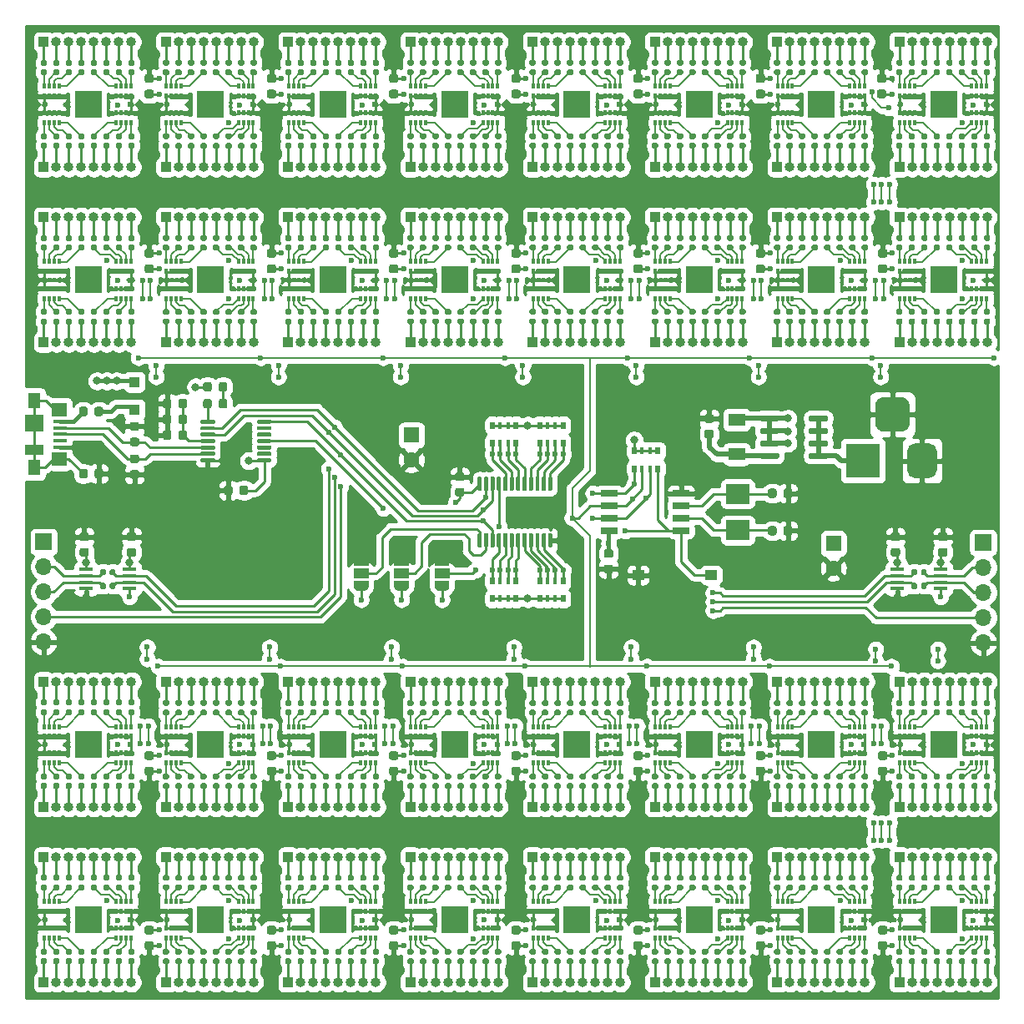
<source format=gbr>
%TF.GenerationSoftware,KiCad,Pcbnew,(5.1.9)-1*%
%TF.CreationDate,2021-03-14T22:35:40+07:00*%
%TF.ProjectId,super_expander,73757065-725f-4657-9870-616e6465722e,1*%
%TF.SameCoordinates,Original*%
%TF.FileFunction,Copper,L1,Top*%
%TF.FilePolarity,Positive*%
%FSLAX46Y46*%
G04 Gerber Fmt 4.6, Leading zero omitted, Abs format (unit mm)*
G04 Created by KiCad (PCBNEW (5.1.9)-1) date 2021-03-14 22:35:40*
%MOMM*%
%LPD*%
G01*
G04 APERTURE LIST*
%TA.AperFunction,ComponentPad*%
%ADD10C,1.600000*%
%TD*%
%TA.AperFunction,ComponentPad*%
%ADD11R,1.600000X1.600000*%
%TD*%
%TA.AperFunction,SMDPad,CuDef*%
%ADD12R,1.200000X1.000000*%
%TD*%
%TA.AperFunction,ComponentPad*%
%ADD13R,3.500000X3.500000*%
%TD*%
%TA.AperFunction,SMDPad,CuDef*%
%ADD14R,1.700000X1.300000*%
%TD*%
%TA.AperFunction,ComponentPad*%
%ADD15O,1.700000X1.700000*%
%TD*%
%TA.AperFunction,ComponentPad*%
%ADD16R,1.700000X1.700000*%
%TD*%
%TA.AperFunction,SMDPad,CuDef*%
%ADD17R,1.450000X0.450000*%
%TD*%
%TA.AperFunction,SMDPad,CuDef*%
%ADD18R,1.700000X0.650000*%
%TD*%
%TA.AperFunction,SMDPad,CuDef*%
%ADD19R,1.380000X0.450000*%
%TD*%
%TA.AperFunction,SMDPad,CuDef*%
%ADD20R,1.550000X1.425000*%
%TD*%
%TA.AperFunction,SMDPad,CuDef*%
%ADD21R,1.300000X1.650000*%
%TD*%
%TA.AperFunction,SMDPad,CuDef*%
%ADD22R,1.900000X1.800000*%
%TD*%
%TA.AperFunction,SMDPad,CuDef*%
%ADD23R,1.900000X1.000000*%
%TD*%
%TA.AperFunction,SMDPad,CuDef*%
%ADD24R,1.100000X1.100000*%
%TD*%
%TA.AperFunction,SMDPad,CuDef*%
%ADD25R,2.700000X2.700000*%
%TD*%
%TA.AperFunction,ComponentPad*%
%ADD26C,0.500000*%
%TD*%
%TA.AperFunction,ComponentPad*%
%ADD27O,1.000000X1.000000*%
%TD*%
%TA.AperFunction,ComponentPad*%
%ADD28R,1.000000X1.000000*%
%TD*%
%TA.AperFunction,SMDPad,CuDef*%
%ADD29R,0.400000X0.500000*%
%TD*%
%TA.AperFunction,SMDPad,CuDef*%
%ADD30R,0.300000X0.500000*%
%TD*%
%TA.AperFunction,SMDPad,CuDef*%
%ADD31R,2.400000X2.000000*%
%TD*%
%TA.AperFunction,SMDPad,CuDef*%
%ADD32C,0.100000*%
%TD*%
%TA.AperFunction,SMDPad,CuDef*%
%ADD33R,1.500000X1.000000*%
%TD*%
%TA.AperFunction,SMDPad,CuDef*%
%ADD34R,0.500000X0.800000*%
%TD*%
%TA.AperFunction,SMDPad,CuDef*%
%ADD35R,0.400000X0.800000*%
%TD*%
%TA.AperFunction,ViaPad*%
%ADD36C,0.800000*%
%TD*%
%TA.AperFunction,ViaPad*%
%ADD37C,0.600000*%
%TD*%
%TA.AperFunction,Conductor*%
%ADD38C,0.250000*%
%TD*%
%TA.AperFunction,Conductor*%
%ADD39C,0.450000*%
%TD*%
%TA.AperFunction,Conductor*%
%ADD40C,0.500000*%
%TD*%
%TA.AperFunction,Conductor*%
%ADD41C,0.200000*%
%TD*%
%TA.AperFunction,Conductor*%
%ADD42C,0.254000*%
%TD*%
%TA.AperFunction,Conductor*%
%ADD43C,0.100000*%
%TD*%
G04 APERTURE END LIST*
%TO.P,FB2,2*%
%TO.N,GND*%
%TA.AperFunction,SMDPad,CuDef*%
G36*
G01*
X57650000Y-71356250D02*
X57650000Y-70843750D01*
G75*
G02*
X57868750Y-70625000I218750J0D01*
G01*
X58306250Y-70625000D01*
G75*
G02*
X58525000Y-70843750I0J-218750D01*
G01*
X58525000Y-71356250D01*
G75*
G02*
X58306250Y-71575000I-218750J0D01*
G01*
X57868750Y-71575000D01*
G75*
G02*
X57650000Y-71356250I0J218750D01*
G01*
G37*
%TD.AperFunction*%
%TO.P,FB2,1*%
%TO.N,Net-(FB2-Pad1)*%
%TA.AperFunction,SMDPad,CuDef*%
G36*
G01*
X56075000Y-71356250D02*
X56075000Y-70843750D01*
G75*
G02*
X56293750Y-70625000I218750J0D01*
G01*
X56731250Y-70625000D01*
G75*
G02*
X56950000Y-70843750I0J-218750D01*
G01*
X56950000Y-71356250D01*
G75*
G02*
X56731250Y-71575000I-218750J0D01*
G01*
X56293750Y-71575000D01*
G75*
G02*
X56075000Y-71356250I0J218750D01*
G01*
G37*
%TD.AperFunction*%
%TD*%
%TO.P,FB1,2*%
%TO.N,Net-(D1-Pad2)*%
%TA.AperFunction,SMDPad,CuDef*%
G36*
G01*
X57650000Y-65056250D02*
X57650000Y-64543750D01*
G75*
G02*
X57868750Y-64325000I218750J0D01*
G01*
X58306250Y-64325000D01*
G75*
G02*
X58525000Y-64543750I0J-218750D01*
G01*
X58525000Y-65056250D01*
G75*
G02*
X58306250Y-65275000I-218750J0D01*
G01*
X57868750Y-65275000D01*
G75*
G02*
X57650000Y-65056250I0J218750D01*
G01*
G37*
%TD.AperFunction*%
%TO.P,FB1,1*%
%TO.N,Net-(FB1-Pad1)*%
%TA.AperFunction,SMDPad,CuDef*%
G36*
G01*
X56075000Y-65056250D02*
X56075000Y-64543750D01*
G75*
G02*
X56293750Y-64325000I218750J0D01*
G01*
X56731250Y-64325000D01*
G75*
G02*
X56950000Y-64543750I0J-218750D01*
G01*
X56950000Y-65056250D01*
G75*
G02*
X56731250Y-65275000I-218750J0D01*
G01*
X56293750Y-65275000D01*
G75*
G02*
X56075000Y-65056250I0J218750D01*
G01*
G37*
%TD.AperFunction*%
%TD*%
D10*
%TO.P,C42,2*%
%TO.N,GND*%
X89800000Y-69700000D03*
D11*
%TO.P,C42,1*%
%TO.N,+5V*%
X89800000Y-67200000D03*
%TD*%
D10*
%TO.P,C41,2*%
%TO.N,GND*%
X132600000Y-80700000D03*
D11*
%TO.P,C41,1*%
%TO.N,+5V*%
X132600000Y-78200000D03*
%TD*%
D12*
%TO.P,SW1,1*%
%TO.N,~MRST*%
X120200000Y-81400000D03*
%TO.P,SW1,2*%
%TO.N,GND*%
X112800000Y-81400000D03*
%TD*%
%TO.P,Q1,8*%
%TO.N,Net-(J68-Pad1)*%
%TA.AperFunction,SMDPad,CuDef*%
G36*
G01*
X130100000Y-65645000D02*
X130100000Y-65345000D01*
G75*
G02*
X130250000Y-65195000I150000J0D01*
G01*
X131900000Y-65195000D01*
G75*
G02*
X132050000Y-65345000I0J-150000D01*
G01*
X132050000Y-65645000D01*
G75*
G02*
X131900000Y-65795000I-150000J0D01*
G01*
X130250000Y-65795000D01*
G75*
G02*
X130100000Y-65645000I0J150000D01*
G01*
G37*
%TD.AperFunction*%
%TO.P,Q1,7*%
%TA.AperFunction,SMDPad,CuDef*%
G36*
G01*
X130100000Y-66915000D02*
X130100000Y-66615000D01*
G75*
G02*
X130250000Y-66465000I150000J0D01*
G01*
X131900000Y-66465000D01*
G75*
G02*
X132050000Y-66615000I0J-150000D01*
G01*
X132050000Y-66915000D01*
G75*
G02*
X131900000Y-67065000I-150000J0D01*
G01*
X130250000Y-67065000D01*
G75*
G02*
X130100000Y-66915000I0J150000D01*
G01*
G37*
%TD.AperFunction*%
%TO.P,Q1,6*%
%TA.AperFunction,SMDPad,CuDef*%
G36*
G01*
X130100000Y-68185000D02*
X130100000Y-67885000D01*
G75*
G02*
X130250000Y-67735000I150000J0D01*
G01*
X131900000Y-67735000D01*
G75*
G02*
X132050000Y-67885000I0J-150000D01*
G01*
X132050000Y-68185000D01*
G75*
G02*
X131900000Y-68335000I-150000J0D01*
G01*
X130250000Y-68335000D01*
G75*
G02*
X130100000Y-68185000I0J150000D01*
G01*
G37*
%TD.AperFunction*%
%TO.P,Q1,5*%
%TA.AperFunction,SMDPad,CuDef*%
G36*
G01*
X130100000Y-69455000D02*
X130100000Y-69155000D01*
G75*
G02*
X130250000Y-69005000I150000J0D01*
G01*
X131900000Y-69005000D01*
G75*
G02*
X132050000Y-69155000I0J-150000D01*
G01*
X132050000Y-69455000D01*
G75*
G02*
X131900000Y-69605000I-150000J0D01*
G01*
X130250000Y-69605000D01*
G75*
G02*
X130100000Y-69455000I0J150000D01*
G01*
G37*
%TD.AperFunction*%
%TO.P,Q1,4*%
%TO.N,Net-(D5-Pad2)*%
%TA.AperFunction,SMDPad,CuDef*%
G36*
G01*
X125150000Y-69455000D02*
X125150000Y-69155000D01*
G75*
G02*
X125300000Y-69005000I150000J0D01*
G01*
X126950000Y-69005000D01*
G75*
G02*
X127100000Y-69155000I0J-150000D01*
G01*
X127100000Y-69455000D01*
G75*
G02*
X126950000Y-69605000I-150000J0D01*
G01*
X125300000Y-69605000D01*
G75*
G02*
X125150000Y-69455000I0J150000D01*
G01*
G37*
%TD.AperFunction*%
%TO.P,Q1,3*%
%TO.N,+5V*%
%TA.AperFunction,SMDPad,CuDef*%
G36*
G01*
X125150000Y-68185000D02*
X125150000Y-67885000D01*
G75*
G02*
X125300000Y-67735000I150000J0D01*
G01*
X126950000Y-67735000D01*
G75*
G02*
X127100000Y-67885000I0J-150000D01*
G01*
X127100000Y-68185000D01*
G75*
G02*
X126950000Y-68335000I-150000J0D01*
G01*
X125300000Y-68335000D01*
G75*
G02*
X125150000Y-68185000I0J150000D01*
G01*
G37*
%TD.AperFunction*%
%TO.P,Q1,2*%
%TA.AperFunction,SMDPad,CuDef*%
G36*
G01*
X125150000Y-66915000D02*
X125150000Y-66615000D01*
G75*
G02*
X125300000Y-66465000I150000J0D01*
G01*
X126950000Y-66465000D01*
G75*
G02*
X127100000Y-66615000I0J-150000D01*
G01*
X127100000Y-66915000D01*
G75*
G02*
X126950000Y-67065000I-150000J0D01*
G01*
X125300000Y-67065000D01*
G75*
G02*
X125150000Y-66915000I0J150000D01*
G01*
G37*
%TD.AperFunction*%
%TO.P,Q1,1*%
%TA.AperFunction,SMDPad,CuDef*%
G36*
G01*
X125150000Y-65645000D02*
X125150000Y-65345000D01*
G75*
G02*
X125300000Y-65195000I150000J0D01*
G01*
X126950000Y-65195000D01*
G75*
G02*
X127100000Y-65345000I0J-150000D01*
G01*
X127100000Y-65645000D01*
G75*
G02*
X126950000Y-65795000I-150000J0D01*
G01*
X125300000Y-65795000D01*
G75*
G02*
X125150000Y-65645000I0J150000D01*
G01*
G37*
%TD.AperFunction*%
%TD*%
%TO.P,R2,2*%
%TO.N,GND*%
%TA.AperFunction,SMDPad,CuDef*%
G36*
G01*
X120256250Y-65950000D02*
X119743750Y-65950000D01*
G75*
G02*
X119525000Y-65731250I0J218750D01*
G01*
X119525000Y-65293750D01*
G75*
G02*
X119743750Y-65075000I218750J0D01*
G01*
X120256250Y-65075000D01*
G75*
G02*
X120475000Y-65293750I0J-218750D01*
G01*
X120475000Y-65731250D01*
G75*
G02*
X120256250Y-65950000I-218750J0D01*
G01*
G37*
%TD.AperFunction*%
%TO.P,R2,1*%
%TO.N,Net-(D5-Pad2)*%
%TA.AperFunction,SMDPad,CuDef*%
G36*
G01*
X120256250Y-67525000D02*
X119743750Y-67525000D01*
G75*
G02*
X119525000Y-67306250I0J218750D01*
G01*
X119525000Y-66868750D01*
G75*
G02*
X119743750Y-66650000I218750J0D01*
G01*
X120256250Y-66650000D01*
G75*
G02*
X120475000Y-66868750I0J-218750D01*
G01*
X120475000Y-67306250D01*
G75*
G02*
X120256250Y-67525000I-218750J0D01*
G01*
G37*
%TD.AperFunction*%
%TD*%
%TO.P,J68,3*%
%TO.N,GND*%
%TA.AperFunction,ComponentPad*%
G36*
G01*
X140350000Y-64225000D02*
X140350000Y-65975000D01*
G75*
G02*
X139475000Y-66850000I-875000J0D01*
G01*
X137725000Y-66850000D01*
G75*
G02*
X136850000Y-65975000I0J875000D01*
G01*
X136850000Y-64225000D01*
G75*
G02*
X137725000Y-63350000I875000J0D01*
G01*
X139475000Y-63350000D01*
G75*
G02*
X140350000Y-64225000I0J-875000D01*
G01*
G37*
%TD.AperFunction*%
%TO.P,J68,2*%
%TA.AperFunction,ComponentPad*%
G36*
G01*
X143100000Y-68800000D02*
X143100000Y-70800000D01*
G75*
G02*
X142350000Y-71550000I-750000J0D01*
G01*
X140850000Y-71550000D01*
G75*
G02*
X140100000Y-70800000I0J750000D01*
G01*
X140100000Y-68800000D01*
G75*
G02*
X140850000Y-68050000I750000J0D01*
G01*
X142350000Y-68050000D01*
G75*
G02*
X143100000Y-68800000I0J-750000D01*
G01*
G37*
%TD.AperFunction*%
D13*
%TO.P,J68,1*%
%TO.N,Net-(J68-Pad1)*%
X135600000Y-69800000D03*
%TD*%
D14*
%TO.P,D5,2*%
%TO.N,Net-(D5-Pad2)*%
X122800000Y-69150000D03*
%TO.P,D5,1*%
%TO.N,+5V*%
X122800000Y-65650000D03*
%TD*%
D15*
%TO.P,J67,5*%
%TO.N,GND*%
X147800000Y-88260000D03*
%TO.P,J67,4*%
%TO.N,~RST*%
X147800000Y-85720000D03*
%TO.P,J67,3*%
%TO.N,Net-(J67-Pad3)*%
X147800000Y-83180000D03*
%TO.P,J67,2*%
%TO.N,Net-(J67-Pad2)*%
X147800000Y-80640000D03*
D16*
%TO.P,J67,1*%
%TO.N,+5V*%
X147800000Y-78100000D03*
%TD*%
D15*
%TO.P,J66,5*%
%TO.N,GND*%
X52500000Y-88180000D03*
%TO.P,J66,4*%
%TO.N,~RST*%
X52500000Y-85640000D03*
%TO.P,J66,3*%
%TO.N,Net-(J66-Pad3)*%
X52500000Y-83100000D03*
%TO.P,J66,2*%
%TO.N,Net-(J66-Pad2)*%
X52500000Y-80560000D03*
D16*
%TO.P,J66,1*%
%TO.N,+5V*%
X52500000Y-78020000D03*
%TD*%
D17*
%TO.P,U37,8*%
%TO.N,+5V*%
X143500000Y-80825000D03*
%TO.P,U37,7*%
%TO.N,Net-(J67-Pad2)*%
X143500000Y-81475000D03*
%TO.P,U37,6*%
%TO.N,Net-(J67-Pad3)*%
X143500000Y-82125000D03*
%TO.P,U37,5*%
%TO.N,+5V*%
X143500000Y-82775000D03*
%TO.P,U37,4*%
%TO.N,GND*%
X139100000Y-82775000D03*
%TO.P,U37,3*%
%TO.N,SDA*%
X139100000Y-82125000D03*
%TO.P,U37,2*%
%TO.N,SCL*%
X139100000Y-81475000D03*
%TO.P,U37,1*%
%TO.N,+5V*%
X139100000Y-80825000D03*
%TD*%
%TO.P,U36,8*%
%TO.N,+5V*%
X61200000Y-80825000D03*
%TO.P,U36,7*%
%TO.N,SCL*%
X61200000Y-81475000D03*
%TO.P,U36,6*%
%TO.N,SDA*%
X61200000Y-82125000D03*
%TO.P,U36,5*%
%TO.N,+5V*%
X61200000Y-82775000D03*
%TO.P,U36,4*%
%TO.N,GND*%
X56800000Y-82775000D03*
%TO.P,U36,3*%
%TO.N,Net-(J66-Pad3)*%
X56800000Y-82125000D03*
%TO.P,U36,2*%
%TO.N,Net-(J66-Pad2)*%
X56800000Y-81475000D03*
%TO.P,U36,1*%
%TO.N,+5V*%
X56800000Y-80825000D03*
%TD*%
%TO.P,JP7,2*%
%TO.N,Net-(J67-Pad3)*%
%TA.AperFunction,SMDPad,CuDef*%
G36*
G01*
X141490000Y-82672500D02*
X141490000Y-82327500D01*
G75*
G02*
X141637500Y-82180000I147500J0D01*
G01*
X141932500Y-82180000D01*
G75*
G02*
X142080000Y-82327500I0J-147500D01*
G01*
X142080000Y-82672500D01*
G75*
G02*
X141932500Y-82820000I-147500J0D01*
G01*
X141637500Y-82820000D01*
G75*
G02*
X141490000Y-82672500I0J147500D01*
G01*
G37*
%TD.AperFunction*%
%TO.P,JP7,1*%
%TO.N,SDA*%
%TA.AperFunction,SMDPad,CuDef*%
G36*
G01*
X140520000Y-82672500D02*
X140520000Y-82327500D01*
G75*
G02*
X140667500Y-82180000I147500J0D01*
G01*
X140962500Y-82180000D01*
G75*
G02*
X141110000Y-82327500I0J-147500D01*
G01*
X141110000Y-82672500D01*
G75*
G02*
X140962500Y-82820000I-147500J0D01*
G01*
X140667500Y-82820000D01*
G75*
G02*
X140520000Y-82672500I0J147500D01*
G01*
G37*
%TD.AperFunction*%
%TD*%
%TO.P,JP6,2*%
%TO.N,SDA*%
%TA.AperFunction,SMDPad,CuDef*%
G36*
G01*
X59190000Y-82672500D02*
X59190000Y-82327500D01*
G75*
G02*
X59337500Y-82180000I147500J0D01*
G01*
X59632500Y-82180000D01*
G75*
G02*
X59780000Y-82327500I0J-147500D01*
G01*
X59780000Y-82672500D01*
G75*
G02*
X59632500Y-82820000I-147500J0D01*
G01*
X59337500Y-82820000D01*
G75*
G02*
X59190000Y-82672500I0J147500D01*
G01*
G37*
%TD.AperFunction*%
%TO.P,JP6,1*%
%TO.N,Net-(J66-Pad3)*%
%TA.AperFunction,SMDPad,CuDef*%
G36*
G01*
X58220000Y-82672500D02*
X58220000Y-82327500D01*
G75*
G02*
X58367500Y-82180000I147500J0D01*
G01*
X58662500Y-82180000D01*
G75*
G02*
X58810000Y-82327500I0J-147500D01*
G01*
X58810000Y-82672500D01*
G75*
G02*
X58662500Y-82820000I-147500J0D01*
G01*
X58367500Y-82820000D01*
G75*
G02*
X58220000Y-82672500I0J147500D01*
G01*
G37*
%TD.AperFunction*%
%TD*%
%TO.P,JP5,2*%
%TO.N,Net-(J67-Pad2)*%
%TA.AperFunction,SMDPad,CuDef*%
G36*
G01*
X141490000Y-81272500D02*
X141490000Y-80927500D01*
G75*
G02*
X141637500Y-80780000I147500J0D01*
G01*
X141932500Y-80780000D01*
G75*
G02*
X142080000Y-80927500I0J-147500D01*
G01*
X142080000Y-81272500D01*
G75*
G02*
X141932500Y-81420000I-147500J0D01*
G01*
X141637500Y-81420000D01*
G75*
G02*
X141490000Y-81272500I0J147500D01*
G01*
G37*
%TD.AperFunction*%
%TO.P,JP5,1*%
%TO.N,SCL*%
%TA.AperFunction,SMDPad,CuDef*%
G36*
G01*
X140520000Y-81272500D02*
X140520000Y-80927500D01*
G75*
G02*
X140667500Y-80780000I147500J0D01*
G01*
X140962500Y-80780000D01*
G75*
G02*
X141110000Y-80927500I0J-147500D01*
G01*
X141110000Y-81272500D01*
G75*
G02*
X140962500Y-81420000I-147500J0D01*
G01*
X140667500Y-81420000D01*
G75*
G02*
X140520000Y-81272500I0J147500D01*
G01*
G37*
%TD.AperFunction*%
%TD*%
%TO.P,JP4,2*%
%TO.N,SCL*%
%TA.AperFunction,SMDPad,CuDef*%
G36*
G01*
X59190000Y-81272500D02*
X59190000Y-80927500D01*
G75*
G02*
X59337500Y-80780000I147500J0D01*
G01*
X59632500Y-80780000D01*
G75*
G02*
X59780000Y-80927500I0J-147500D01*
G01*
X59780000Y-81272500D01*
G75*
G02*
X59632500Y-81420000I-147500J0D01*
G01*
X59337500Y-81420000D01*
G75*
G02*
X59190000Y-81272500I0J147500D01*
G01*
G37*
%TD.AperFunction*%
%TO.P,JP4,1*%
%TO.N,Net-(J66-Pad2)*%
%TA.AperFunction,SMDPad,CuDef*%
G36*
G01*
X58220000Y-81272500D02*
X58220000Y-80927500D01*
G75*
G02*
X58367500Y-80780000I147500J0D01*
G01*
X58662500Y-80780000D01*
G75*
G02*
X58810000Y-80927500I0J-147500D01*
G01*
X58810000Y-81272500D01*
G75*
G02*
X58662500Y-81420000I-147500J0D01*
G01*
X58367500Y-81420000D01*
G75*
G02*
X58220000Y-81272500I0J147500D01*
G01*
G37*
%TD.AperFunction*%
%TD*%
%TO.P,C38,2*%
%TO.N,GND*%
%TA.AperFunction,SMDPad,CuDef*%
G36*
G01*
X143956250Y-77950000D02*
X143443750Y-77950000D01*
G75*
G02*
X143225000Y-77731250I0J218750D01*
G01*
X143225000Y-77293750D01*
G75*
G02*
X143443750Y-77075000I218750J0D01*
G01*
X143956250Y-77075000D01*
G75*
G02*
X144175000Y-77293750I0J-218750D01*
G01*
X144175000Y-77731250D01*
G75*
G02*
X143956250Y-77950000I-218750J0D01*
G01*
G37*
%TD.AperFunction*%
%TO.P,C38,1*%
%TO.N,+5V*%
%TA.AperFunction,SMDPad,CuDef*%
G36*
G01*
X143956250Y-79525000D02*
X143443750Y-79525000D01*
G75*
G02*
X143225000Y-79306250I0J218750D01*
G01*
X143225000Y-78868750D01*
G75*
G02*
X143443750Y-78650000I218750J0D01*
G01*
X143956250Y-78650000D01*
G75*
G02*
X144175000Y-78868750I0J-218750D01*
G01*
X144175000Y-79306250D01*
G75*
G02*
X143956250Y-79525000I-218750J0D01*
G01*
G37*
%TD.AperFunction*%
%TD*%
%TO.P,C37,2*%
%TO.N,GND*%
%TA.AperFunction,SMDPad,CuDef*%
G36*
G01*
X139156250Y-77950000D02*
X138643750Y-77950000D01*
G75*
G02*
X138425000Y-77731250I0J218750D01*
G01*
X138425000Y-77293750D01*
G75*
G02*
X138643750Y-77075000I218750J0D01*
G01*
X139156250Y-77075000D01*
G75*
G02*
X139375000Y-77293750I0J-218750D01*
G01*
X139375000Y-77731250D01*
G75*
G02*
X139156250Y-77950000I-218750J0D01*
G01*
G37*
%TD.AperFunction*%
%TO.P,C37,1*%
%TO.N,+5V*%
%TA.AperFunction,SMDPad,CuDef*%
G36*
G01*
X139156250Y-79525000D02*
X138643750Y-79525000D01*
G75*
G02*
X138425000Y-79306250I0J218750D01*
G01*
X138425000Y-78868750D01*
G75*
G02*
X138643750Y-78650000I218750J0D01*
G01*
X139156250Y-78650000D01*
G75*
G02*
X139375000Y-78868750I0J-218750D01*
G01*
X139375000Y-79306250D01*
G75*
G02*
X139156250Y-79525000I-218750J0D01*
G01*
G37*
%TD.AperFunction*%
%TD*%
%TO.P,C36,2*%
%TO.N,GND*%
%TA.AperFunction,SMDPad,CuDef*%
G36*
G01*
X61656250Y-77950000D02*
X61143750Y-77950000D01*
G75*
G02*
X60925000Y-77731250I0J218750D01*
G01*
X60925000Y-77293750D01*
G75*
G02*
X61143750Y-77075000I218750J0D01*
G01*
X61656250Y-77075000D01*
G75*
G02*
X61875000Y-77293750I0J-218750D01*
G01*
X61875000Y-77731250D01*
G75*
G02*
X61656250Y-77950000I-218750J0D01*
G01*
G37*
%TD.AperFunction*%
%TO.P,C36,1*%
%TO.N,+5V*%
%TA.AperFunction,SMDPad,CuDef*%
G36*
G01*
X61656250Y-79525000D02*
X61143750Y-79525000D01*
G75*
G02*
X60925000Y-79306250I0J218750D01*
G01*
X60925000Y-78868750D01*
G75*
G02*
X61143750Y-78650000I218750J0D01*
G01*
X61656250Y-78650000D01*
G75*
G02*
X61875000Y-78868750I0J-218750D01*
G01*
X61875000Y-79306250D01*
G75*
G02*
X61656250Y-79525000I-218750J0D01*
G01*
G37*
%TD.AperFunction*%
%TD*%
%TO.P,C35,2*%
%TO.N,GND*%
%TA.AperFunction,SMDPad,CuDef*%
G36*
G01*
X56856250Y-77950000D02*
X56343750Y-77950000D01*
G75*
G02*
X56125000Y-77731250I0J218750D01*
G01*
X56125000Y-77293750D01*
G75*
G02*
X56343750Y-77075000I218750J0D01*
G01*
X56856250Y-77075000D01*
G75*
G02*
X57075000Y-77293750I0J-218750D01*
G01*
X57075000Y-77731250D01*
G75*
G02*
X56856250Y-77950000I-218750J0D01*
G01*
G37*
%TD.AperFunction*%
%TO.P,C35,1*%
%TO.N,+5V*%
%TA.AperFunction,SMDPad,CuDef*%
G36*
G01*
X56856250Y-79525000D02*
X56343750Y-79525000D01*
G75*
G02*
X56125000Y-79306250I0J218750D01*
G01*
X56125000Y-78868750D01*
G75*
G02*
X56343750Y-78650000I218750J0D01*
G01*
X56856250Y-78650000D01*
G75*
G02*
X57075000Y-78868750I0J-218750D01*
G01*
X57075000Y-79306250D01*
G75*
G02*
X56856250Y-79525000I-218750J0D01*
G01*
G37*
%TD.AperFunction*%
%TD*%
D18*
%TO.P,U33,8*%
%TO.N,+5V*%
X109850000Y-76905000D03*
%TO.P,U33,7*%
%TO.N,SCL*%
X109850000Y-75635000D03*
%TO.P,U33,6*%
%TO.N,~RST*%
X109850000Y-74365000D03*
%TO.P,U33,5*%
%TO.N,SDA*%
X109850000Y-73095000D03*
%TO.P,U33,4*%
%TO.N,GND*%
X117150000Y-73095000D03*
%TO.P,U33,3*%
%TO.N,XTAL2*%
X117150000Y-74365000D03*
%TO.P,U33,2*%
%TO.N,XTAL1*%
X117150000Y-75635000D03*
%TO.P,U33,1*%
%TO.N,~MRST*%
X117150000Y-76905000D03*
%TD*%
%TO.P,U35,1*%
%TO.N,+5V*%
%TA.AperFunction,SMDPad,CuDef*%
G36*
G01*
X75600000Y-69650000D02*
X75600000Y-69850000D01*
G75*
G02*
X75500000Y-69950000I-100000J0D01*
G01*
X74225000Y-69950000D01*
G75*
G02*
X74125000Y-69850000I0J100000D01*
G01*
X74125000Y-69650000D01*
G75*
G02*
X74225000Y-69550000I100000J0D01*
G01*
X75500000Y-69550000D01*
G75*
G02*
X75600000Y-69650000I0J-100000D01*
G01*
G37*
%TD.AperFunction*%
%TO.P,U35,2*%
%TO.N,Net-(U35-Pad2)*%
%TA.AperFunction,SMDPad,CuDef*%
G36*
G01*
X75600000Y-69000000D02*
X75600000Y-69200000D01*
G75*
G02*
X75500000Y-69300000I-100000J0D01*
G01*
X74225000Y-69300000D01*
G75*
G02*
X74125000Y-69200000I0J100000D01*
G01*
X74125000Y-69000000D01*
G75*
G02*
X74225000Y-68900000I100000J0D01*
G01*
X75500000Y-68900000D01*
G75*
G02*
X75600000Y-69000000I0J-100000D01*
G01*
G37*
%TD.AperFunction*%
%TO.P,U35,3*%
%TO.N,Net-(U35-Pad3)*%
%TA.AperFunction,SMDPad,CuDef*%
G36*
G01*
X75600000Y-68350000D02*
X75600000Y-68550000D01*
G75*
G02*
X75500000Y-68650000I-100000J0D01*
G01*
X74225000Y-68650000D01*
G75*
G02*
X74125000Y-68550000I0J100000D01*
G01*
X74125000Y-68350000D01*
G75*
G02*
X74225000Y-68250000I100000J0D01*
G01*
X75500000Y-68250000D01*
G75*
G02*
X75600000Y-68350000I0J-100000D01*
G01*
G37*
%TD.AperFunction*%
%TO.P,U35,4*%
%TO.N,~MRST*%
%TA.AperFunction,SMDPad,CuDef*%
G36*
G01*
X75600000Y-67700000D02*
X75600000Y-67900000D01*
G75*
G02*
X75500000Y-68000000I-100000J0D01*
G01*
X74225000Y-68000000D01*
G75*
G02*
X74125000Y-67900000I0J100000D01*
G01*
X74125000Y-67700000D01*
G75*
G02*
X74225000Y-67600000I100000J0D01*
G01*
X75500000Y-67600000D01*
G75*
G02*
X75600000Y-67700000I0J-100000D01*
G01*
G37*
%TD.AperFunction*%
%TO.P,U35,5*%
%TO.N,Net-(U35-Pad5)*%
%TA.AperFunction,SMDPad,CuDef*%
G36*
G01*
X75600000Y-67050000D02*
X75600000Y-67250000D01*
G75*
G02*
X75500000Y-67350000I-100000J0D01*
G01*
X74225000Y-67350000D01*
G75*
G02*
X74125000Y-67250000I0J100000D01*
G01*
X74125000Y-67050000D01*
G75*
G02*
X74225000Y-66950000I100000J0D01*
G01*
X75500000Y-66950000D01*
G75*
G02*
X75600000Y-67050000I0J-100000D01*
G01*
G37*
%TD.AperFunction*%
%TO.P,U35,6*%
%TO.N,Net-(U35-Pad6)*%
%TA.AperFunction,SMDPad,CuDef*%
G36*
G01*
X75600000Y-66400000D02*
X75600000Y-66600000D01*
G75*
G02*
X75500000Y-66700000I-100000J0D01*
G01*
X74225000Y-66700000D01*
G75*
G02*
X74125000Y-66600000I0J100000D01*
G01*
X74125000Y-66400000D01*
G75*
G02*
X74225000Y-66300000I100000J0D01*
G01*
X75500000Y-66300000D01*
G75*
G02*
X75600000Y-66400000I0J-100000D01*
G01*
G37*
%TD.AperFunction*%
%TO.P,U35,7*%
%TO.N,~RST*%
%TA.AperFunction,SMDPad,CuDef*%
G36*
G01*
X75600000Y-65750000D02*
X75600000Y-65950000D01*
G75*
G02*
X75500000Y-66050000I-100000J0D01*
G01*
X74225000Y-66050000D01*
G75*
G02*
X74125000Y-65950000I0J100000D01*
G01*
X74125000Y-65750000D01*
G75*
G02*
X74225000Y-65650000I100000J0D01*
G01*
X75500000Y-65650000D01*
G75*
G02*
X75600000Y-65750000I0J-100000D01*
G01*
G37*
%TD.AperFunction*%
%TO.P,U35,8*%
%TO.N,Net-(D4-Pad1)*%
%TA.AperFunction,SMDPad,CuDef*%
G36*
G01*
X69875000Y-65750000D02*
X69875000Y-65950000D01*
G75*
G02*
X69775000Y-66050000I-100000J0D01*
G01*
X68500000Y-66050000D01*
G75*
G02*
X68400000Y-65950000I0J100000D01*
G01*
X68400000Y-65750000D01*
G75*
G02*
X68500000Y-65650000I100000J0D01*
G01*
X69775000Y-65650000D01*
G75*
G02*
X69875000Y-65750000I0J-100000D01*
G01*
G37*
%TD.AperFunction*%
%TO.P,U35,9*%
%TO.N,SDA*%
%TA.AperFunction,SMDPad,CuDef*%
G36*
G01*
X69875000Y-66400000D02*
X69875000Y-66600000D01*
G75*
G02*
X69775000Y-66700000I-100000J0D01*
G01*
X68500000Y-66700000D01*
G75*
G02*
X68400000Y-66600000I0J100000D01*
G01*
X68400000Y-66400000D01*
G75*
G02*
X68500000Y-66300000I100000J0D01*
G01*
X69775000Y-66300000D01*
G75*
G02*
X69875000Y-66400000I0J-100000D01*
G01*
G37*
%TD.AperFunction*%
%TO.P,U35,10*%
%TO.N,SCL*%
%TA.AperFunction,SMDPad,CuDef*%
G36*
G01*
X69875000Y-67050000D02*
X69875000Y-67250000D01*
G75*
G02*
X69775000Y-67350000I-100000J0D01*
G01*
X68500000Y-67350000D01*
G75*
G02*
X68400000Y-67250000I0J100000D01*
G01*
X68400000Y-67050000D01*
G75*
G02*
X68500000Y-66950000I100000J0D01*
G01*
X69775000Y-66950000D01*
G75*
G02*
X69875000Y-67050000I0J-100000D01*
G01*
G37*
%TD.AperFunction*%
%TO.P,U35,11*%
%TO.N,Net-(C16-Pad1)*%
%TA.AperFunction,SMDPad,CuDef*%
G36*
G01*
X69875000Y-67700000D02*
X69875000Y-67900000D01*
G75*
G02*
X69775000Y-68000000I-100000J0D01*
G01*
X68500000Y-68000000D01*
G75*
G02*
X68400000Y-67900000I0J100000D01*
G01*
X68400000Y-67700000D01*
G75*
G02*
X68500000Y-67600000I100000J0D01*
G01*
X69775000Y-67600000D01*
G75*
G02*
X69875000Y-67700000I0J-100000D01*
G01*
G37*
%TD.AperFunction*%
%TO.P,U35,12*%
%TO.N,Net-(D2-Pad1)*%
%TA.AperFunction,SMDPad,CuDef*%
G36*
G01*
X69875000Y-68350000D02*
X69875000Y-68550000D01*
G75*
G02*
X69775000Y-68650000I-100000J0D01*
G01*
X68500000Y-68650000D01*
G75*
G02*
X68400000Y-68550000I0J100000D01*
G01*
X68400000Y-68350000D01*
G75*
G02*
X68500000Y-68250000I100000J0D01*
G01*
X69775000Y-68250000D01*
G75*
G02*
X69875000Y-68350000I0J-100000D01*
G01*
G37*
%TD.AperFunction*%
%TO.P,U35,13*%
%TO.N,Net-(D3-Pad1)*%
%TA.AperFunction,SMDPad,CuDef*%
G36*
G01*
X69875000Y-69000000D02*
X69875000Y-69200000D01*
G75*
G02*
X69775000Y-69300000I-100000J0D01*
G01*
X68500000Y-69300000D01*
G75*
G02*
X68400000Y-69200000I0J100000D01*
G01*
X68400000Y-69000000D01*
G75*
G02*
X68500000Y-68900000I100000J0D01*
G01*
X69775000Y-68900000D01*
G75*
G02*
X69875000Y-69000000I0J-100000D01*
G01*
G37*
%TD.AperFunction*%
%TO.P,U35,14*%
%TO.N,GND*%
%TA.AperFunction,SMDPad,CuDef*%
G36*
G01*
X69875000Y-69650000D02*
X69875000Y-69850000D01*
G75*
G02*
X69775000Y-69950000I-100000J0D01*
G01*
X68500000Y-69950000D01*
G75*
G02*
X68400000Y-69850000I0J100000D01*
G01*
X68400000Y-69650000D01*
G75*
G02*
X68500000Y-69550000I100000J0D01*
G01*
X69775000Y-69550000D01*
G75*
G02*
X69875000Y-69650000I0J-100000D01*
G01*
G37*
%TD.AperFunction*%
%TD*%
%TO.P,R1,2*%
%TO.N,Net-(D4-Pad2)*%
%TA.AperFunction,SMDPad,CuDef*%
G36*
G01*
X70250000Y-62556250D02*
X70250000Y-62043750D01*
G75*
G02*
X70468750Y-61825000I218750J0D01*
G01*
X70906250Y-61825000D01*
G75*
G02*
X71125000Y-62043750I0J-218750D01*
G01*
X71125000Y-62556250D01*
G75*
G02*
X70906250Y-62775000I-218750J0D01*
G01*
X70468750Y-62775000D01*
G75*
G02*
X70250000Y-62556250I0J218750D01*
G01*
G37*
%TD.AperFunction*%
%TO.P,R1,1*%
%TO.N,+5V*%
%TA.AperFunction,SMDPad,CuDef*%
G36*
G01*
X68675000Y-62556250D02*
X68675000Y-62043750D01*
G75*
G02*
X68893750Y-61825000I218750J0D01*
G01*
X69331250Y-61825000D01*
G75*
G02*
X69550000Y-62043750I0J-218750D01*
G01*
X69550000Y-62556250D01*
G75*
G02*
X69331250Y-62775000I-218750J0D01*
G01*
X68893750Y-62775000D01*
G75*
G02*
X68675000Y-62556250I0J218750D01*
G01*
G37*
%TD.AperFunction*%
%TD*%
D19*
%TO.P,J65,1*%
%TO.N,Net-(FB1-Pad1)*%
X54160000Y-65800000D03*
%TO.P,J65,2*%
%TO.N,Net-(D2-Pad1)*%
X54160000Y-66450000D03*
%TO.P,J65,3*%
%TO.N,Net-(D3-Pad1)*%
X54160000Y-67100000D03*
%TO.P,J65,4*%
%TO.N,Net-(J65-Pad4)*%
X54160000Y-67750000D03*
%TO.P,J65,5*%
%TO.N,GND*%
X54160000Y-68400000D03*
D20*
%TO.P,J65,6*%
%TO.N,Net-(FB2-Pad1)*%
X54075000Y-64612500D03*
X54075000Y-69587500D03*
D21*
X51500000Y-63725000D03*
X51500000Y-70475000D03*
D22*
X51500000Y-65950000D03*
D23*
X51500000Y-68650000D03*
%TD*%
%TO.P,D4,2*%
%TO.N,Net-(D4-Pad2)*%
%TA.AperFunction,SMDPad,CuDef*%
G36*
G01*
X70250000Y-64256250D02*
X70250000Y-63743750D01*
G75*
G02*
X70468750Y-63525000I218750J0D01*
G01*
X70906250Y-63525000D01*
G75*
G02*
X71125000Y-63743750I0J-218750D01*
G01*
X71125000Y-64256250D01*
G75*
G02*
X70906250Y-64475000I-218750J0D01*
G01*
X70468750Y-64475000D01*
G75*
G02*
X70250000Y-64256250I0J218750D01*
G01*
G37*
%TD.AperFunction*%
%TO.P,D4,1*%
%TO.N,Net-(D4-Pad1)*%
%TA.AperFunction,SMDPad,CuDef*%
G36*
G01*
X68675000Y-64256250D02*
X68675000Y-63743750D01*
G75*
G02*
X68893750Y-63525000I218750J0D01*
G01*
X69331250Y-63525000D01*
G75*
G02*
X69550000Y-63743750I0J-218750D01*
G01*
X69550000Y-64256250D01*
G75*
G02*
X69331250Y-64475000I-218750J0D01*
G01*
X68893750Y-64475000D01*
G75*
G02*
X68675000Y-64256250I0J218750D01*
G01*
G37*
%TD.AperFunction*%
%TD*%
%TO.P,D3,1*%
%TO.N,Net-(D3-Pad1)*%
%TA.AperFunction,SMDPad,CuDef*%
G36*
G01*
X61443750Y-69175000D02*
X61956250Y-69175000D01*
G75*
G02*
X62175000Y-69393750I0J-218750D01*
G01*
X62175000Y-69831250D01*
G75*
G02*
X61956250Y-70050000I-218750J0D01*
G01*
X61443750Y-70050000D01*
G75*
G02*
X61225000Y-69831250I0J218750D01*
G01*
X61225000Y-69393750D01*
G75*
G02*
X61443750Y-69175000I218750J0D01*
G01*
G37*
%TD.AperFunction*%
%TO.P,D3,2*%
%TO.N,GND*%
%TA.AperFunction,SMDPad,CuDef*%
G36*
G01*
X61443750Y-70750000D02*
X61956250Y-70750000D01*
G75*
G02*
X62175000Y-70968750I0J-218750D01*
G01*
X62175000Y-71406250D01*
G75*
G02*
X61956250Y-71625000I-218750J0D01*
G01*
X61443750Y-71625000D01*
G75*
G02*
X61225000Y-71406250I0J218750D01*
G01*
X61225000Y-70968750D01*
G75*
G02*
X61443750Y-70750000I218750J0D01*
G01*
G37*
%TD.AperFunction*%
%TD*%
%TO.P,D2,1*%
%TO.N,Net-(D2-Pad1)*%
%TA.AperFunction,SMDPad,CuDef*%
G36*
G01*
X61956250Y-68325000D02*
X61443750Y-68325000D01*
G75*
G02*
X61225000Y-68106250I0J218750D01*
G01*
X61225000Y-67668750D01*
G75*
G02*
X61443750Y-67450000I218750J0D01*
G01*
X61956250Y-67450000D01*
G75*
G02*
X62175000Y-67668750I0J-218750D01*
G01*
X62175000Y-68106250D01*
G75*
G02*
X61956250Y-68325000I-218750J0D01*
G01*
G37*
%TD.AperFunction*%
%TO.P,D2,2*%
%TO.N,GND*%
%TA.AperFunction,SMDPad,CuDef*%
G36*
G01*
X61956250Y-66750000D02*
X61443750Y-66750000D01*
G75*
G02*
X61225000Y-66531250I0J218750D01*
G01*
X61225000Y-66093750D01*
G75*
G02*
X61443750Y-65875000I218750J0D01*
G01*
X61956250Y-65875000D01*
G75*
G02*
X62175000Y-66093750I0J-218750D01*
G01*
X62175000Y-66531250D01*
G75*
G02*
X61956250Y-66750000I-218750J0D01*
G01*
G37*
%TD.AperFunction*%
%TD*%
D24*
%TO.P,D1,2*%
%TO.N,Net-(D1-Pad2)*%
X61700000Y-64600000D03*
%TO.P,D1,1*%
%TO.N,+5V*%
X61700000Y-61800000D03*
%TD*%
%TO.P,U34,1*%
%TO.N,Net-(JP3-Pad2)*%
%TA.AperFunction,SMDPad,CuDef*%
G36*
G01*
X96825000Y-78600000D02*
X96625000Y-78600000D01*
G75*
G02*
X96525000Y-78500000I0J100000D01*
G01*
X96525000Y-77225000D01*
G75*
G02*
X96625000Y-77125000I100000J0D01*
G01*
X96825000Y-77125000D01*
G75*
G02*
X96925000Y-77225000I0J-100000D01*
G01*
X96925000Y-78500000D01*
G75*
G02*
X96825000Y-78600000I-100000J0D01*
G01*
G37*
%TD.AperFunction*%
%TO.P,U34,2*%
%TO.N,Net-(JP2-Pad2)*%
%TA.AperFunction,SMDPad,CuDef*%
G36*
G01*
X97475000Y-78600000D02*
X97275000Y-78600000D01*
G75*
G02*
X97175000Y-78500000I0J100000D01*
G01*
X97175000Y-77225000D01*
G75*
G02*
X97275000Y-77125000I100000J0D01*
G01*
X97475000Y-77125000D01*
G75*
G02*
X97575000Y-77225000I0J-100000D01*
G01*
X97575000Y-78500000D01*
G75*
G02*
X97475000Y-78600000I-100000J0D01*
G01*
G37*
%TD.AperFunction*%
%TO.P,U34,3*%
%TO.N,~RST*%
%TA.AperFunction,SMDPad,CuDef*%
G36*
G01*
X98125000Y-78600000D02*
X97925000Y-78600000D01*
G75*
G02*
X97825000Y-78500000I0J100000D01*
G01*
X97825000Y-77225000D01*
G75*
G02*
X97925000Y-77125000I100000J0D01*
G01*
X98125000Y-77125000D01*
G75*
G02*
X98225000Y-77225000I0J-100000D01*
G01*
X98225000Y-78500000D01*
G75*
G02*
X98125000Y-78600000I-100000J0D01*
G01*
G37*
%TD.AperFunction*%
%TO.P,U34,4*%
%TO.N,/SDA0*%
%TA.AperFunction,SMDPad,CuDef*%
G36*
G01*
X98775000Y-78600000D02*
X98575000Y-78600000D01*
G75*
G02*
X98475000Y-78500000I0J100000D01*
G01*
X98475000Y-77225000D01*
G75*
G02*
X98575000Y-77125000I100000J0D01*
G01*
X98775000Y-77125000D01*
G75*
G02*
X98875000Y-77225000I0J-100000D01*
G01*
X98875000Y-78500000D01*
G75*
G02*
X98775000Y-78600000I-100000J0D01*
G01*
G37*
%TD.AperFunction*%
%TO.P,U34,5*%
%TO.N,/SCL0*%
%TA.AperFunction,SMDPad,CuDef*%
G36*
G01*
X99425000Y-78600000D02*
X99225000Y-78600000D01*
G75*
G02*
X99125000Y-78500000I0J100000D01*
G01*
X99125000Y-77225000D01*
G75*
G02*
X99225000Y-77125000I100000J0D01*
G01*
X99425000Y-77125000D01*
G75*
G02*
X99525000Y-77225000I0J-100000D01*
G01*
X99525000Y-78500000D01*
G75*
G02*
X99425000Y-78600000I-100000J0D01*
G01*
G37*
%TD.AperFunction*%
%TO.P,U34,6*%
%TO.N,/SDA1*%
%TA.AperFunction,SMDPad,CuDef*%
G36*
G01*
X100075000Y-78600000D02*
X99875000Y-78600000D01*
G75*
G02*
X99775000Y-78500000I0J100000D01*
G01*
X99775000Y-77225000D01*
G75*
G02*
X99875000Y-77125000I100000J0D01*
G01*
X100075000Y-77125000D01*
G75*
G02*
X100175000Y-77225000I0J-100000D01*
G01*
X100175000Y-78500000D01*
G75*
G02*
X100075000Y-78600000I-100000J0D01*
G01*
G37*
%TD.AperFunction*%
%TO.P,U34,7*%
%TO.N,/SCL1*%
%TA.AperFunction,SMDPad,CuDef*%
G36*
G01*
X100725000Y-78600000D02*
X100525000Y-78600000D01*
G75*
G02*
X100425000Y-78500000I0J100000D01*
G01*
X100425000Y-77225000D01*
G75*
G02*
X100525000Y-77125000I100000J0D01*
G01*
X100725000Y-77125000D01*
G75*
G02*
X100825000Y-77225000I0J-100000D01*
G01*
X100825000Y-78500000D01*
G75*
G02*
X100725000Y-78600000I-100000J0D01*
G01*
G37*
%TD.AperFunction*%
%TO.P,U34,8*%
%TO.N,/SDA2*%
%TA.AperFunction,SMDPad,CuDef*%
G36*
G01*
X101375000Y-78600000D02*
X101175000Y-78600000D01*
G75*
G02*
X101075000Y-78500000I0J100000D01*
G01*
X101075000Y-77225000D01*
G75*
G02*
X101175000Y-77125000I100000J0D01*
G01*
X101375000Y-77125000D01*
G75*
G02*
X101475000Y-77225000I0J-100000D01*
G01*
X101475000Y-78500000D01*
G75*
G02*
X101375000Y-78600000I-100000J0D01*
G01*
G37*
%TD.AperFunction*%
%TO.P,U34,9*%
%TO.N,/SCL2*%
%TA.AperFunction,SMDPad,CuDef*%
G36*
G01*
X102025000Y-78600000D02*
X101825000Y-78600000D01*
G75*
G02*
X101725000Y-78500000I0J100000D01*
G01*
X101725000Y-77225000D01*
G75*
G02*
X101825000Y-77125000I100000J0D01*
G01*
X102025000Y-77125000D01*
G75*
G02*
X102125000Y-77225000I0J-100000D01*
G01*
X102125000Y-78500000D01*
G75*
G02*
X102025000Y-78600000I-100000J0D01*
G01*
G37*
%TD.AperFunction*%
%TO.P,U34,10*%
%TO.N,/SDA3*%
%TA.AperFunction,SMDPad,CuDef*%
G36*
G01*
X102675000Y-78600000D02*
X102475000Y-78600000D01*
G75*
G02*
X102375000Y-78500000I0J100000D01*
G01*
X102375000Y-77225000D01*
G75*
G02*
X102475000Y-77125000I100000J0D01*
G01*
X102675000Y-77125000D01*
G75*
G02*
X102775000Y-77225000I0J-100000D01*
G01*
X102775000Y-78500000D01*
G75*
G02*
X102675000Y-78600000I-100000J0D01*
G01*
G37*
%TD.AperFunction*%
%TO.P,U34,11*%
%TO.N,/SCL3*%
%TA.AperFunction,SMDPad,CuDef*%
G36*
G01*
X103325000Y-78600000D02*
X103125000Y-78600000D01*
G75*
G02*
X103025000Y-78500000I0J100000D01*
G01*
X103025000Y-77225000D01*
G75*
G02*
X103125000Y-77125000I100000J0D01*
G01*
X103325000Y-77125000D01*
G75*
G02*
X103425000Y-77225000I0J-100000D01*
G01*
X103425000Y-78500000D01*
G75*
G02*
X103325000Y-78600000I-100000J0D01*
G01*
G37*
%TD.AperFunction*%
%TO.P,U34,12*%
%TO.N,GND*%
%TA.AperFunction,SMDPad,CuDef*%
G36*
G01*
X103975000Y-78600000D02*
X103775000Y-78600000D01*
G75*
G02*
X103675000Y-78500000I0J100000D01*
G01*
X103675000Y-77225000D01*
G75*
G02*
X103775000Y-77125000I100000J0D01*
G01*
X103975000Y-77125000D01*
G75*
G02*
X104075000Y-77225000I0J-100000D01*
G01*
X104075000Y-78500000D01*
G75*
G02*
X103975000Y-78600000I-100000J0D01*
G01*
G37*
%TD.AperFunction*%
%TO.P,U34,13*%
%TO.N,/SDA4*%
%TA.AperFunction,SMDPad,CuDef*%
G36*
G01*
X103975000Y-72875000D02*
X103775000Y-72875000D01*
G75*
G02*
X103675000Y-72775000I0J100000D01*
G01*
X103675000Y-71500000D01*
G75*
G02*
X103775000Y-71400000I100000J0D01*
G01*
X103975000Y-71400000D01*
G75*
G02*
X104075000Y-71500000I0J-100000D01*
G01*
X104075000Y-72775000D01*
G75*
G02*
X103975000Y-72875000I-100000J0D01*
G01*
G37*
%TD.AperFunction*%
%TO.P,U34,14*%
%TO.N,/SCL4*%
%TA.AperFunction,SMDPad,CuDef*%
G36*
G01*
X103325000Y-72875000D02*
X103125000Y-72875000D01*
G75*
G02*
X103025000Y-72775000I0J100000D01*
G01*
X103025000Y-71500000D01*
G75*
G02*
X103125000Y-71400000I100000J0D01*
G01*
X103325000Y-71400000D01*
G75*
G02*
X103425000Y-71500000I0J-100000D01*
G01*
X103425000Y-72775000D01*
G75*
G02*
X103325000Y-72875000I-100000J0D01*
G01*
G37*
%TD.AperFunction*%
%TO.P,U34,15*%
%TO.N,/SDA5*%
%TA.AperFunction,SMDPad,CuDef*%
G36*
G01*
X102675000Y-72875000D02*
X102475000Y-72875000D01*
G75*
G02*
X102375000Y-72775000I0J100000D01*
G01*
X102375000Y-71500000D01*
G75*
G02*
X102475000Y-71400000I100000J0D01*
G01*
X102675000Y-71400000D01*
G75*
G02*
X102775000Y-71500000I0J-100000D01*
G01*
X102775000Y-72775000D01*
G75*
G02*
X102675000Y-72875000I-100000J0D01*
G01*
G37*
%TD.AperFunction*%
%TO.P,U34,16*%
%TO.N,/SCL5*%
%TA.AperFunction,SMDPad,CuDef*%
G36*
G01*
X102025000Y-72875000D02*
X101825000Y-72875000D01*
G75*
G02*
X101725000Y-72775000I0J100000D01*
G01*
X101725000Y-71500000D01*
G75*
G02*
X101825000Y-71400000I100000J0D01*
G01*
X102025000Y-71400000D01*
G75*
G02*
X102125000Y-71500000I0J-100000D01*
G01*
X102125000Y-72775000D01*
G75*
G02*
X102025000Y-72875000I-100000J0D01*
G01*
G37*
%TD.AperFunction*%
%TO.P,U34,17*%
%TO.N,/SDA6*%
%TA.AperFunction,SMDPad,CuDef*%
G36*
G01*
X101375000Y-72875000D02*
X101175000Y-72875000D01*
G75*
G02*
X101075000Y-72775000I0J100000D01*
G01*
X101075000Y-71500000D01*
G75*
G02*
X101175000Y-71400000I100000J0D01*
G01*
X101375000Y-71400000D01*
G75*
G02*
X101475000Y-71500000I0J-100000D01*
G01*
X101475000Y-72775000D01*
G75*
G02*
X101375000Y-72875000I-100000J0D01*
G01*
G37*
%TD.AperFunction*%
%TO.P,U34,18*%
%TO.N,/SCL6*%
%TA.AperFunction,SMDPad,CuDef*%
G36*
G01*
X100725000Y-72875000D02*
X100525000Y-72875000D01*
G75*
G02*
X100425000Y-72775000I0J100000D01*
G01*
X100425000Y-71500000D01*
G75*
G02*
X100525000Y-71400000I100000J0D01*
G01*
X100725000Y-71400000D01*
G75*
G02*
X100825000Y-71500000I0J-100000D01*
G01*
X100825000Y-72775000D01*
G75*
G02*
X100725000Y-72875000I-100000J0D01*
G01*
G37*
%TD.AperFunction*%
%TO.P,U34,19*%
%TO.N,/SDA7*%
%TA.AperFunction,SMDPad,CuDef*%
G36*
G01*
X100075000Y-72875000D02*
X99875000Y-72875000D01*
G75*
G02*
X99775000Y-72775000I0J100000D01*
G01*
X99775000Y-71500000D01*
G75*
G02*
X99875000Y-71400000I100000J0D01*
G01*
X100075000Y-71400000D01*
G75*
G02*
X100175000Y-71500000I0J-100000D01*
G01*
X100175000Y-72775000D01*
G75*
G02*
X100075000Y-72875000I-100000J0D01*
G01*
G37*
%TD.AperFunction*%
%TO.P,U34,20*%
%TO.N,/SCL7*%
%TA.AperFunction,SMDPad,CuDef*%
G36*
G01*
X99425000Y-72875000D02*
X99225000Y-72875000D01*
G75*
G02*
X99125000Y-72775000I0J100000D01*
G01*
X99125000Y-71500000D01*
G75*
G02*
X99225000Y-71400000I100000J0D01*
G01*
X99425000Y-71400000D01*
G75*
G02*
X99525000Y-71500000I0J-100000D01*
G01*
X99525000Y-72775000D01*
G75*
G02*
X99425000Y-72875000I-100000J0D01*
G01*
G37*
%TD.AperFunction*%
%TO.P,U34,21*%
%TO.N,Net-(JP1-Pad2)*%
%TA.AperFunction,SMDPad,CuDef*%
G36*
G01*
X98775000Y-72875000D02*
X98575000Y-72875000D01*
G75*
G02*
X98475000Y-72775000I0J100000D01*
G01*
X98475000Y-71500000D01*
G75*
G02*
X98575000Y-71400000I100000J0D01*
G01*
X98775000Y-71400000D01*
G75*
G02*
X98875000Y-71500000I0J-100000D01*
G01*
X98875000Y-72775000D01*
G75*
G02*
X98775000Y-72875000I-100000J0D01*
G01*
G37*
%TD.AperFunction*%
%TO.P,U34,22*%
%TO.N,SCL*%
%TA.AperFunction,SMDPad,CuDef*%
G36*
G01*
X98125000Y-72875000D02*
X97925000Y-72875000D01*
G75*
G02*
X97825000Y-72775000I0J100000D01*
G01*
X97825000Y-71500000D01*
G75*
G02*
X97925000Y-71400000I100000J0D01*
G01*
X98125000Y-71400000D01*
G75*
G02*
X98225000Y-71500000I0J-100000D01*
G01*
X98225000Y-72775000D01*
G75*
G02*
X98125000Y-72875000I-100000J0D01*
G01*
G37*
%TD.AperFunction*%
%TO.P,U34,23*%
%TO.N,SDA*%
%TA.AperFunction,SMDPad,CuDef*%
G36*
G01*
X97475000Y-72875000D02*
X97275000Y-72875000D01*
G75*
G02*
X97175000Y-72775000I0J100000D01*
G01*
X97175000Y-71500000D01*
G75*
G02*
X97275000Y-71400000I100000J0D01*
G01*
X97475000Y-71400000D01*
G75*
G02*
X97575000Y-71500000I0J-100000D01*
G01*
X97575000Y-72775000D01*
G75*
G02*
X97475000Y-72875000I-100000J0D01*
G01*
G37*
%TD.AperFunction*%
%TO.P,U34,24*%
%TO.N,+5V*%
%TA.AperFunction,SMDPad,CuDef*%
G36*
G01*
X96825000Y-72875000D02*
X96625000Y-72875000D01*
G75*
G02*
X96525000Y-72775000I0J100000D01*
G01*
X96525000Y-71500000D01*
G75*
G02*
X96625000Y-71400000I100000J0D01*
G01*
X96825000Y-71400000D01*
G75*
G02*
X96925000Y-71500000I0J-100000D01*
G01*
X96925000Y-72775000D01*
G75*
G02*
X96825000Y-72875000I-100000J0D01*
G01*
G37*
%TD.AperFunction*%
%TD*%
D25*
%TO.P,U24,25*%
%TO.N,GND*%
X119000000Y-51440000D03*
D26*
X117900000Y-50340000D03*
X117900000Y-51440000D03*
X117900000Y-52540000D03*
X119000000Y-50340000D03*
X119000000Y-51440000D03*
X119000000Y-52540000D03*
X120100000Y-50340000D03*
X120100000Y-51440000D03*
X120100000Y-52540000D03*
%TD*%
D27*
%TO.P,J20,8*%
%TO.N,Net-(J20-Pad8)*%
X123390000Y-110000000D03*
%TO.P,J20,7*%
%TO.N,Net-(J20-Pad7)*%
X122120000Y-110000000D03*
%TO.P,J20,6*%
%TO.N,Net-(J20-Pad6)*%
X120850000Y-110000000D03*
%TO.P,J20,5*%
%TO.N,Net-(J20-Pad5)*%
X119580000Y-110000000D03*
%TO.P,J20,4*%
%TO.N,Net-(J20-Pad4)*%
X118310000Y-110000000D03*
%TO.P,J20,3*%
%TO.N,Net-(J20-Pad3)*%
X117040000Y-110000000D03*
%TO.P,J20,2*%
%TO.N,Net-(J20-Pad2)*%
X115770000Y-110000000D03*
D28*
%TO.P,J20,1*%
%TO.N,Net-(J20-Pad1)*%
X114500000Y-110000000D03*
%TD*%
%TO.P,C34,1*%
%TO.N,+5V*%
%TA.AperFunction,SMDPad,CuDef*%
G36*
G01*
X94956250Y-73425000D02*
X94443750Y-73425000D01*
G75*
G02*
X94225000Y-73206250I0J218750D01*
G01*
X94225000Y-72768750D01*
G75*
G02*
X94443750Y-72550000I218750J0D01*
G01*
X94956250Y-72550000D01*
G75*
G02*
X95175000Y-72768750I0J-218750D01*
G01*
X95175000Y-73206250D01*
G75*
G02*
X94956250Y-73425000I-218750J0D01*
G01*
G37*
%TD.AperFunction*%
%TO.P,C34,2*%
%TO.N,GND*%
%TA.AperFunction,SMDPad,CuDef*%
G36*
G01*
X94956250Y-71850000D02*
X94443750Y-71850000D01*
G75*
G02*
X94225000Y-71631250I0J218750D01*
G01*
X94225000Y-71193750D01*
G75*
G02*
X94443750Y-70975000I218750J0D01*
G01*
X94956250Y-70975000D01*
G75*
G02*
X95175000Y-71193750I0J-218750D01*
G01*
X95175000Y-71631250D01*
G75*
G02*
X94956250Y-71850000I-218750J0D01*
G01*
G37*
%TD.AperFunction*%
%TD*%
%TO.P,C33,2*%
%TO.N,GND*%
%TA.AperFunction,SMDPad,CuDef*%
G36*
G01*
X109543750Y-80350000D02*
X110056250Y-80350000D01*
G75*
G02*
X110275000Y-80568750I0J-218750D01*
G01*
X110275000Y-81006250D01*
G75*
G02*
X110056250Y-81225000I-218750J0D01*
G01*
X109543750Y-81225000D01*
G75*
G02*
X109325000Y-81006250I0J218750D01*
G01*
X109325000Y-80568750D01*
G75*
G02*
X109543750Y-80350000I218750J0D01*
G01*
G37*
%TD.AperFunction*%
%TO.P,C33,1*%
%TO.N,+5V*%
%TA.AperFunction,SMDPad,CuDef*%
G36*
G01*
X109543750Y-78775000D02*
X110056250Y-78775000D01*
G75*
G02*
X110275000Y-78993750I0J-218750D01*
G01*
X110275000Y-79431250D01*
G75*
G02*
X110056250Y-79650000I-218750J0D01*
G01*
X109543750Y-79650000D01*
G75*
G02*
X109325000Y-79431250I0J218750D01*
G01*
X109325000Y-78993750D01*
G75*
G02*
X109543750Y-78775000I218750J0D01*
G01*
G37*
%TD.AperFunction*%
%TD*%
%TO.P,C32,2*%
%TO.N,GND*%
%TA.AperFunction,SMDPad,CuDef*%
G36*
G01*
X75856250Y-49190000D02*
X75343750Y-49190000D01*
G75*
G02*
X75125000Y-48971250I0J218750D01*
G01*
X75125000Y-48533750D01*
G75*
G02*
X75343750Y-48315000I218750J0D01*
G01*
X75856250Y-48315000D01*
G75*
G02*
X76075000Y-48533750I0J-218750D01*
G01*
X76075000Y-48971250D01*
G75*
G02*
X75856250Y-49190000I-218750J0D01*
G01*
G37*
%TD.AperFunction*%
%TO.P,C32,1*%
%TO.N,+5V*%
%TA.AperFunction,SMDPad,CuDef*%
G36*
G01*
X75856250Y-50765000D02*
X75343750Y-50765000D01*
G75*
G02*
X75125000Y-50546250I0J218750D01*
G01*
X75125000Y-50108750D01*
G75*
G02*
X75343750Y-49890000I218750J0D01*
G01*
X75856250Y-49890000D01*
G75*
G02*
X76075000Y-50108750I0J-218750D01*
G01*
X76075000Y-50546250D01*
G75*
G02*
X75856250Y-50765000I-218750J0D01*
G01*
G37*
%TD.AperFunction*%
%TD*%
%TO.P,C31,2*%
%TO.N,GND*%
%TA.AperFunction,SMDPad,CuDef*%
G36*
G01*
X75856250Y-31450000D02*
X75343750Y-31450000D01*
G75*
G02*
X75125000Y-31231250I0J218750D01*
G01*
X75125000Y-30793750D01*
G75*
G02*
X75343750Y-30575000I218750J0D01*
G01*
X75856250Y-30575000D01*
G75*
G02*
X76075000Y-30793750I0J-218750D01*
G01*
X76075000Y-31231250D01*
G75*
G02*
X75856250Y-31450000I-218750J0D01*
G01*
G37*
%TD.AperFunction*%
%TO.P,C31,1*%
%TO.N,+5V*%
%TA.AperFunction,SMDPad,CuDef*%
G36*
G01*
X75856250Y-33025000D02*
X75343750Y-33025000D01*
G75*
G02*
X75125000Y-32806250I0J218750D01*
G01*
X75125000Y-32368750D01*
G75*
G02*
X75343750Y-32150000I218750J0D01*
G01*
X75856250Y-32150000D01*
G75*
G02*
X76075000Y-32368750I0J-218750D01*
G01*
X76075000Y-32806250D01*
G75*
G02*
X75856250Y-33025000I-218750J0D01*
G01*
G37*
%TD.AperFunction*%
%TD*%
%TO.P,C30,2*%
%TO.N,GND*%
%TA.AperFunction,SMDPad,CuDef*%
G36*
G01*
X63456250Y-49190000D02*
X62943750Y-49190000D01*
G75*
G02*
X62725000Y-48971250I0J218750D01*
G01*
X62725000Y-48533750D01*
G75*
G02*
X62943750Y-48315000I218750J0D01*
G01*
X63456250Y-48315000D01*
G75*
G02*
X63675000Y-48533750I0J-218750D01*
G01*
X63675000Y-48971250D01*
G75*
G02*
X63456250Y-49190000I-218750J0D01*
G01*
G37*
%TD.AperFunction*%
%TO.P,C30,1*%
%TO.N,+5V*%
%TA.AperFunction,SMDPad,CuDef*%
G36*
G01*
X63456250Y-50765000D02*
X62943750Y-50765000D01*
G75*
G02*
X62725000Y-50546250I0J218750D01*
G01*
X62725000Y-50108750D01*
G75*
G02*
X62943750Y-49890000I218750J0D01*
G01*
X63456250Y-49890000D01*
G75*
G02*
X63675000Y-50108750I0J-218750D01*
G01*
X63675000Y-50546250D01*
G75*
G02*
X63456250Y-50765000I-218750J0D01*
G01*
G37*
%TD.AperFunction*%
%TD*%
%TO.P,C29,2*%
%TO.N,GND*%
%TA.AperFunction,SMDPad,CuDef*%
G36*
G01*
X63456250Y-31450000D02*
X62943750Y-31450000D01*
G75*
G02*
X62725000Y-31231250I0J218750D01*
G01*
X62725000Y-30793750D01*
G75*
G02*
X62943750Y-30575000I218750J0D01*
G01*
X63456250Y-30575000D01*
G75*
G02*
X63675000Y-30793750I0J-218750D01*
G01*
X63675000Y-31231250D01*
G75*
G02*
X63456250Y-31450000I-218750J0D01*
G01*
G37*
%TD.AperFunction*%
%TO.P,C29,1*%
%TO.N,+5V*%
%TA.AperFunction,SMDPad,CuDef*%
G36*
G01*
X63456250Y-33025000D02*
X62943750Y-33025000D01*
G75*
G02*
X62725000Y-32806250I0J218750D01*
G01*
X62725000Y-32368750D01*
G75*
G02*
X62943750Y-32150000I218750J0D01*
G01*
X63456250Y-32150000D01*
G75*
G02*
X63675000Y-32368750I0J-218750D01*
G01*
X63675000Y-32806250D01*
G75*
G02*
X63456250Y-33025000I-218750J0D01*
G01*
G37*
%TD.AperFunction*%
%TD*%
%TO.P,C28,2*%
%TO.N,GND*%
%TA.AperFunction,SMDPad,CuDef*%
G36*
G01*
X100656250Y-49190000D02*
X100143750Y-49190000D01*
G75*
G02*
X99925000Y-48971250I0J218750D01*
G01*
X99925000Y-48533750D01*
G75*
G02*
X100143750Y-48315000I218750J0D01*
G01*
X100656250Y-48315000D01*
G75*
G02*
X100875000Y-48533750I0J-218750D01*
G01*
X100875000Y-48971250D01*
G75*
G02*
X100656250Y-49190000I-218750J0D01*
G01*
G37*
%TD.AperFunction*%
%TO.P,C28,1*%
%TO.N,+5V*%
%TA.AperFunction,SMDPad,CuDef*%
G36*
G01*
X100656250Y-50765000D02*
X100143750Y-50765000D01*
G75*
G02*
X99925000Y-50546250I0J218750D01*
G01*
X99925000Y-50108750D01*
G75*
G02*
X100143750Y-49890000I218750J0D01*
G01*
X100656250Y-49890000D01*
G75*
G02*
X100875000Y-50108750I0J-218750D01*
G01*
X100875000Y-50546250D01*
G75*
G02*
X100656250Y-50765000I-218750J0D01*
G01*
G37*
%TD.AperFunction*%
%TD*%
%TO.P,C27,2*%
%TO.N,GND*%
%TA.AperFunction,SMDPad,CuDef*%
G36*
G01*
X100656250Y-31450000D02*
X100143750Y-31450000D01*
G75*
G02*
X99925000Y-31231250I0J218750D01*
G01*
X99925000Y-30793750D01*
G75*
G02*
X100143750Y-30575000I218750J0D01*
G01*
X100656250Y-30575000D01*
G75*
G02*
X100875000Y-30793750I0J-218750D01*
G01*
X100875000Y-31231250D01*
G75*
G02*
X100656250Y-31450000I-218750J0D01*
G01*
G37*
%TD.AperFunction*%
%TO.P,C27,1*%
%TO.N,+5V*%
%TA.AperFunction,SMDPad,CuDef*%
G36*
G01*
X100656250Y-33025000D02*
X100143750Y-33025000D01*
G75*
G02*
X99925000Y-32806250I0J218750D01*
G01*
X99925000Y-32368750D01*
G75*
G02*
X100143750Y-32150000I218750J0D01*
G01*
X100656250Y-32150000D01*
G75*
G02*
X100875000Y-32368750I0J-218750D01*
G01*
X100875000Y-32806250D01*
G75*
G02*
X100656250Y-33025000I-218750J0D01*
G01*
G37*
%TD.AperFunction*%
%TD*%
%TO.P,C26,2*%
%TO.N,GND*%
%TA.AperFunction,SMDPad,CuDef*%
G36*
G01*
X88256250Y-49190000D02*
X87743750Y-49190000D01*
G75*
G02*
X87525000Y-48971250I0J218750D01*
G01*
X87525000Y-48533750D01*
G75*
G02*
X87743750Y-48315000I218750J0D01*
G01*
X88256250Y-48315000D01*
G75*
G02*
X88475000Y-48533750I0J-218750D01*
G01*
X88475000Y-48971250D01*
G75*
G02*
X88256250Y-49190000I-218750J0D01*
G01*
G37*
%TD.AperFunction*%
%TO.P,C26,1*%
%TO.N,+5V*%
%TA.AperFunction,SMDPad,CuDef*%
G36*
G01*
X88256250Y-50765000D02*
X87743750Y-50765000D01*
G75*
G02*
X87525000Y-50546250I0J218750D01*
G01*
X87525000Y-50108750D01*
G75*
G02*
X87743750Y-49890000I218750J0D01*
G01*
X88256250Y-49890000D01*
G75*
G02*
X88475000Y-50108750I0J-218750D01*
G01*
X88475000Y-50546250D01*
G75*
G02*
X88256250Y-50765000I-218750J0D01*
G01*
G37*
%TD.AperFunction*%
%TD*%
%TO.P,C25,2*%
%TO.N,GND*%
%TA.AperFunction,SMDPad,CuDef*%
G36*
G01*
X88256250Y-31450000D02*
X87743750Y-31450000D01*
G75*
G02*
X87525000Y-31231250I0J218750D01*
G01*
X87525000Y-30793750D01*
G75*
G02*
X87743750Y-30575000I218750J0D01*
G01*
X88256250Y-30575000D01*
G75*
G02*
X88475000Y-30793750I0J-218750D01*
G01*
X88475000Y-31231250D01*
G75*
G02*
X88256250Y-31450000I-218750J0D01*
G01*
G37*
%TD.AperFunction*%
%TO.P,C25,1*%
%TO.N,+5V*%
%TA.AperFunction,SMDPad,CuDef*%
G36*
G01*
X88256250Y-33025000D02*
X87743750Y-33025000D01*
G75*
G02*
X87525000Y-32806250I0J218750D01*
G01*
X87525000Y-32368750D01*
G75*
G02*
X87743750Y-32150000I218750J0D01*
G01*
X88256250Y-32150000D01*
G75*
G02*
X88475000Y-32368750I0J-218750D01*
G01*
X88475000Y-32806250D01*
G75*
G02*
X88256250Y-33025000I-218750J0D01*
G01*
G37*
%TD.AperFunction*%
%TD*%
%TO.P,C24,2*%
%TO.N,GND*%
%TA.AperFunction,SMDPad,CuDef*%
G36*
G01*
X125456250Y-49190000D02*
X124943750Y-49190000D01*
G75*
G02*
X124725000Y-48971250I0J218750D01*
G01*
X124725000Y-48533750D01*
G75*
G02*
X124943750Y-48315000I218750J0D01*
G01*
X125456250Y-48315000D01*
G75*
G02*
X125675000Y-48533750I0J-218750D01*
G01*
X125675000Y-48971250D01*
G75*
G02*
X125456250Y-49190000I-218750J0D01*
G01*
G37*
%TD.AperFunction*%
%TO.P,C24,1*%
%TO.N,+5V*%
%TA.AperFunction,SMDPad,CuDef*%
G36*
G01*
X125456250Y-50765000D02*
X124943750Y-50765000D01*
G75*
G02*
X124725000Y-50546250I0J218750D01*
G01*
X124725000Y-50108750D01*
G75*
G02*
X124943750Y-49890000I218750J0D01*
G01*
X125456250Y-49890000D01*
G75*
G02*
X125675000Y-50108750I0J-218750D01*
G01*
X125675000Y-50546250D01*
G75*
G02*
X125456250Y-50765000I-218750J0D01*
G01*
G37*
%TD.AperFunction*%
%TD*%
%TO.P,C23,2*%
%TO.N,GND*%
%TA.AperFunction,SMDPad,CuDef*%
G36*
G01*
X125456250Y-31450000D02*
X124943750Y-31450000D01*
G75*
G02*
X124725000Y-31231250I0J218750D01*
G01*
X124725000Y-30793750D01*
G75*
G02*
X124943750Y-30575000I218750J0D01*
G01*
X125456250Y-30575000D01*
G75*
G02*
X125675000Y-30793750I0J-218750D01*
G01*
X125675000Y-31231250D01*
G75*
G02*
X125456250Y-31450000I-218750J0D01*
G01*
G37*
%TD.AperFunction*%
%TO.P,C23,1*%
%TO.N,+5V*%
%TA.AperFunction,SMDPad,CuDef*%
G36*
G01*
X125456250Y-33025000D02*
X124943750Y-33025000D01*
G75*
G02*
X124725000Y-32806250I0J218750D01*
G01*
X124725000Y-32368750D01*
G75*
G02*
X124943750Y-32150000I218750J0D01*
G01*
X125456250Y-32150000D01*
G75*
G02*
X125675000Y-32368750I0J-218750D01*
G01*
X125675000Y-32806250D01*
G75*
G02*
X125456250Y-33025000I-218750J0D01*
G01*
G37*
%TD.AperFunction*%
%TD*%
%TO.P,C22,2*%
%TO.N,GND*%
%TA.AperFunction,SMDPad,CuDef*%
G36*
G01*
X113056250Y-49190000D02*
X112543750Y-49190000D01*
G75*
G02*
X112325000Y-48971250I0J218750D01*
G01*
X112325000Y-48533750D01*
G75*
G02*
X112543750Y-48315000I218750J0D01*
G01*
X113056250Y-48315000D01*
G75*
G02*
X113275000Y-48533750I0J-218750D01*
G01*
X113275000Y-48971250D01*
G75*
G02*
X113056250Y-49190000I-218750J0D01*
G01*
G37*
%TD.AperFunction*%
%TO.P,C22,1*%
%TO.N,+5V*%
%TA.AperFunction,SMDPad,CuDef*%
G36*
G01*
X113056250Y-50765000D02*
X112543750Y-50765000D01*
G75*
G02*
X112325000Y-50546250I0J218750D01*
G01*
X112325000Y-50108750D01*
G75*
G02*
X112543750Y-49890000I218750J0D01*
G01*
X113056250Y-49890000D01*
G75*
G02*
X113275000Y-50108750I0J-218750D01*
G01*
X113275000Y-50546250D01*
G75*
G02*
X113056250Y-50765000I-218750J0D01*
G01*
G37*
%TD.AperFunction*%
%TD*%
%TO.P,C21,2*%
%TO.N,GND*%
%TA.AperFunction,SMDPad,CuDef*%
G36*
G01*
X113056250Y-31450000D02*
X112543750Y-31450000D01*
G75*
G02*
X112325000Y-31231250I0J218750D01*
G01*
X112325000Y-30793750D01*
G75*
G02*
X112543750Y-30575000I218750J0D01*
G01*
X113056250Y-30575000D01*
G75*
G02*
X113275000Y-30793750I0J-218750D01*
G01*
X113275000Y-31231250D01*
G75*
G02*
X113056250Y-31450000I-218750J0D01*
G01*
G37*
%TD.AperFunction*%
%TO.P,C21,1*%
%TO.N,+5V*%
%TA.AperFunction,SMDPad,CuDef*%
G36*
G01*
X113056250Y-33025000D02*
X112543750Y-33025000D01*
G75*
G02*
X112325000Y-32806250I0J218750D01*
G01*
X112325000Y-32368750D01*
G75*
G02*
X112543750Y-32150000I218750J0D01*
G01*
X113056250Y-32150000D01*
G75*
G02*
X113275000Y-32368750I0J-218750D01*
G01*
X113275000Y-32806250D01*
G75*
G02*
X113056250Y-33025000I-218750J0D01*
G01*
G37*
%TD.AperFunction*%
%TD*%
%TO.P,C20,2*%
%TO.N,GND*%
%TA.AperFunction,SMDPad,CuDef*%
G36*
G01*
X65450000Y-65343750D02*
X65450000Y-65856250D01*
G75*
G02*
X65231250Y-66075000I-218750J0D01*
G01*
X64793750Y-66075000D01*
G75*
G02*
X64575000Y-65856250I0J218750D01*
G01*
X64575000Y-65343750D01*
G75*
G02*
X64793750Y-65125000I218750J0D01*
G01*
X65231250Y-65125000D01*
G75*
G02*
X65450000Y-65343750I0J-218750D01*
G01*
G37*
%TD.AperFunction*%
%TO.P,C20,1*%
%TO.N,Net-(C16-Pad1)*%
%TA.AperFunction,SMDPad,CuDef*%
G36*
G01*
X67025000Y-65343750D02*
X67025000Y-65856250D01*
G75*
G02*
X66806250Y-66075000I-218750J0D01*
G01*
X66368750Y-66075000D01*
G75*
G02*
X66150000Y-65856250I0J218750D01*
G01*
X66150000Y-65343750D01*
G75*
G02*
X66368750Y-65125000I218750J0D01*
G01*
X66806250Y-65125000D01*
G75*
G02*
X67025000Y-65343750I0J-218750D01*
G01*
G37*
%TD.AperFunction*%
%TD*%
%TO.P,C19,2*%
%TO.N,GND*%
%TA.AperFunction,SMDPad,CuDef*%
G36*
G01*
X65450000Y-66943750D02*
X65450000Y-67456250D01*
G75*
G02*
X65231250Y-67675000I-218750J0D01*
G01*
X64793750Y-67675000D01*
G75*
G02*
X64575000Y-67456250I0J218750D01*
G01*
X64575000Y-66943750D01*
G75*
G02*
X64793750Y-66725000I218750J0D01*
G01*
X65231250Y-66725000D01*
G75*
G02*
X65450000Y-66943750I0J-218750D01*
G01*
G37*
%TD.AperFunction*%
%TO.P,C19,1*%
%TO.N,Net-(C16-Pad1)*%
%TA.AperFunction,SMDPad,CuDef*%
G36*
G01*
X67025000Y-66943750D02*
X67025000Y-67456250D01*
G75*
G02*
X66806250Y-67675000I-218750J0D01*
G01*
X66368750Y-67675000D01*
G75*
G02*
X66150000Y-67456250I0J218750D01*
G01*
X66150000Y-66943750D01*
G75*
G02*
X66368750Y-66725000I218750J0D01*
G01*
X66806250Y-66725000D01*
G75*
G02*
X67025000Y-66943750I0J-218750D01*
G01*
G37*
%TD.AperFunction*%
%TD*%
%TO.P,C18,2*%
%TO.N,GND*%
%TA.AperFunction,SMDPad,CuDef*%
G36*
G01*
X137856250Y-49190000D02*
X137343750Y-49190000D01*
G75*
G02*
X137125000Y-48971250I0J218750D01*
G01*
X137125000Y-48533750D01*
G75*
G02*
X137343750Y-48315000I218750J0D01*
G01*
X137856250Y-48315000D01*
G75*
G02*
X138075000Y-48533750I0J-218750D01*
G01*
X138075000Y-48971250D01*
G75*
G02*
X137856250Y-49190000I-218750J0D01*
G01*
G37*
%TD.AperFunction*%
%TO.P,C18,1*%
%TO.N,+5V*%
%TA.AperFunction,SMDPad,CuDef*%
G36*
G01*
X137856250Y-50765000D02*
X137343750Y-50765000D01*
G75*
G02*
X137125000Y-50546250I0J218750D01*
G01*
X137125000Y-50108750D01*
G75*
G02*
X137343750Y-49890000I218750J0D01*
G01*
X137856250Y-49890000D01*
G75*
G02*
X138075000Y-50108750I0J-218750D01*
G01*
X138075000Y-50546250D01*
G75*
G02*
X137856250Y-50765000I-218750J0D01*
G01*
G37*
%TD.AperFunction*%
%TD*%
%TO.P,C17,2*%
%TO.N,GND*%
%TA.AperFunction,SMDPad,CuDef*%
G36*
G01*
X137756250Y-31450000D02*
X137243750Y-31450000D01*
G75*
G02*
X137025000Y-31231250I0J218750D01*
G01*
X137025000Y-30793750D01*
G75*
G02*
X137243750Y-30575000I218750J0D01*
G01*
X137756250Y-30575000D01*
G75*
G02*
X137975000Y-30793750I0J-218750D01*
G01*
X137975000Y-31231250D01*
G75*
G02*
X137756250Y-31450000I-218750J0D01*
G01*
G37*
%TD.AperFunction*%
%TO.P,C17,1*%
%TO.N,+5V*%
%TA.AperFunction,SMDPad,CuDef*%
G36*
G01*
X137756250Y-33025000D02*
X137243750Y-33025000D01*
G75*
G02*
X137025000Y-32806250I0J218750D01*
G01*
X137025000Y-32368750D01*
G75*
G02*
X137243750Y-32150000I218750J0D01*
G01*
X137756250Y-32150000D01*
G75*
G02*
X137975000Y-32368750I0J-218750D01*
G01*
X137975000Y-32806250D01*
G75*
G02*
X137756250Y-33025000I-218750J0D01*
G01*
G37*
%TD.AperFunction*%
%TD*%
%TO.P,C16,2*%
%TO.N,GND*%
%TA.AperFunction,SMDPad,CuDef*%
G36*
G01*
X65450000Y-63743750D02*
X65450000Y-64256250D01*
G75*
G02*
X65231250Y-64475000I-218750J0D01*
G01*
X64793750Y-64475000D01*
G75*
G02*
X64575000Y-64256250I0J218750D01*
G01*
X64575000Y-63743750D01*
G75*
G02*
X64793750Y-63525000I218750J0D01*
G01*
X65231250Y-63525000D01*
G75*
G02*
X65450000Y-63743750I0J-218750D01*
G01*
G37*
%TD.AperFunction*%
%TO.P,C16,1*%
%TO.N,Net-(C16-Pad1)*%
%TA.AperFunction,SMDPad,CuDef*%
G36*
G01*
X67025000Y-63743750D02*
X67025000Y-64256250D01*
G75*
G02*
X66806250Y-64475000I-218750J0D01*
G01*
X66368750Y-64475000D01*
G75*
G02*
X66150000Y-64256250I0J218750D01*
G01*
X66150000Y-63743750D01*
G75*
G02*
X66368750Y-63525000I218750J0D01*
G01*
X66806250Y-63525000D01*
G75*
G02*
X67025000Y-63743750I0J-218750D01*
G01*
G37*
%TD.AperFunction*%
%TD*%
%TO.P,C15,2*%
%TO.N,GND*%
%TA.AperFunction,SMDPad,CuDef*%
G36*
G01*
X71650000Y-72543750D02*
X71650000Y-73056250D01*
G75*
G02*
X71431250Y-73275000I-218750J0D01*
G01*
X70993750Y-73275000D01*
G75*
G02*
X70775000Y-73056250I0J218750D01*
G01*
X70775000Y-72543750D01*
G75*
G02*
X70993750Y-72325000I218750J0D01*
G01*
X71431250Y-72325000D01*
G75*
G02*
X71650000Y-72543750I0J-218750D01*
G01*
G37*
%TD.AperFunction*%
%TO.P,C15,1*%
%TO.N,+5V*%
%TA.AperFunction,SMDPad,CuDef*%
G36*
G01*
X73225000Y-72543750D02*
X73225000Y-73056250D01*
G75*
G02*
X73006250Y-73275000I-218750J0D01*
G01*
X72568750Y-73275000D01*
G75*
G02*
X72350000Y-73056250I0J218750D01*
G01*
X72350000Y-72543750D01*
G75*
G02*
X72568750Y-72325000I218750J0D01*
G01*
X73006250Y-72325000D01*
G75*
G02*
X73225000Y-72543750I0J-218750D01*
G01*
G37*
%TD.AperFunction*%
%TD*%
%TO.P,C14,2*%
%TO.N,GND*%
%TA.AperFunction,SMDPad,CuDef*%
G36*
G01*
X137343750Y-118550000D02*
X137856250Y-118550000D01*
G75*
G02*
X138075000Y-118768750I0J-218750D01*
G01*
X138075000Y-119206250D01*
G75*
G02*
X137856250Y-119425000I-218750J0D01*
G01*
X137343750Y-119425000D01*
G75*
G02*
X137125000Y-119206250I0J218750D01*
G01*
X137125000Y-118768750D01*
G75*
G02*
X137343750Y-118550000I218750J0D01*
G01*
G37*
%TD.AperFunction*%
%TO.P,C14,1*%
%TO.N,+5V*%
%TA.AperFunction,SMDPad,CuDef*%
G36*
G01*
X137343750Y-116975000D02*
X137856250Y-116975000D01*
G75*
G02*
X138075000Y-117193750I0J-218750D01*
G01*
X138075000Y-117631250D01*
G75*
G02*
X137856250Y-117850000I-218750J0D01*
G01*
X137343750Y-117850000D01*
G75*
G02*
X137125000Y-117631250I0J218750D01*
G01*
X137125000Y-117193750D01*
G75*
G02*
X137343750Y-116975000I218750J0D01*
G01*
G37*
%TD.AperFunction*%
%TD*%
%TO.P,C13,2*%
%TO.N,GND*%
%TA.AperFunction,SMDPad,CuDef*%
G36*
G01*
X137343750Y-100850000D02*
X137856250Y-100850000D01*
G75*
G02*
X138075000Y-101068750I0J-218750D01*
G01*
X138075000Y-101506250D01*
G75*
G02*
X137856250Y-101725000I-218750J0D01*
G01*
X137343750Y-101725000D01*
G75*
G02*
X137125000Y-101506250I0J218750D01*
G01*
X137125000Y-101068750D01*
G75*
G02*
X137343750Y-100850000I218750J0D01*
G01*
G37*
%TD.AperFunction*%
%TO.P,C13,1*%
%TO.N,+5V*%
%TA.AperFunction,SMDPad,CuDef*%
G36*
G01*
X137343750Y-99275000D02*
X137856250Y-99275000D01*
G75*
G02*
X138075000Y-99493750I0J-218750D01*
G01*
X138075000Y-99931250D01*
G75*
G02*
X137856250Y-100150000I-218750J0D01*
G01*
X137343750Y-100150000D01*
G75*
G02*
X137125000Y-99931250I0J218750D01*
G01*
X137125000Y-99493750D01*
G75*
G02*
X137343750Y-99275000I218750J0D01*
G01*
G37*
%TD.AperFunction*%
%TD*%
%TO.P,C12,2*%
%TO.N,GND*%
%TA.AperFunction,SMDPad,CuDef*%
G36*
G01*
X124943750Y-118550000D02*
X125456250Y-118550000D01*
G75*
G02*
X125675000Y-118768750I0J-218750D01*
G01*
X125675000Y-119206250D01*
G75*
G02*
X125456250Y-119425000I-218750J0D01*
G01*
X124943750Y-119425000D01*
G75*
G02*
X124725000Y-119206250I0J218750D01*
G01*
X124725000Y-118768750D01*
G75*
G02*
X124943750Y-118550000I218750J0D01*
G01*
G37*
%TD.AperFunction*%
%TO.P,C12,1*%
%TO.N,+5V*%
%TA.AperFunction,SMDPad,CuDef*%
G36*
G01*
X124943750Y-116975000D02*
X125456250Y-116975000D01*
G75*
G02*
X125675000Y-117193750I0J-218750D01*
G01*
X125675000Y-117631250D01*
G75*
G02*
X125456250Y-117850000I-218750J0D01*
G01*
X124943750Y-117850000D01*
G75*
G02*
X124725000Y-117631250I0J218750D01*
G01*
X124725000Y-117193750D01*
G75*
G02*
X124943750Y-116975000I218750J0D01*
G01*
G37*
%TD.AperFunction*%
%TD*%
%TO.P,C11,2*%
%TO.N,GND*%
%TA.AperFunction,SMDPad,CuDef*%
G36*
G01*
X124943750Y-100850000D02*
X125456250Y-100850000D01*
G75*
G02*
X125675000Y-101068750I0J-218750D01*
G01*
X125675000Y-101506250D01*
G75*
G02*
X125456250Y-101725000I-218750J0D01*
G01*
X124943750Y-101725000D01*
G75*
G02*
X124725000Y-101506250I0J218750D01*
G01*
X124725000Y-101068750D01*
G75*
G02*
X124943750Y-100850000I218750J0D01*
G01*
G37*
%TD.AperFunction*%
%TO.P,C11,1*%
%TO.N,+5V*%
%TA.AperFunction,SMDPad,CuDef*%
G36*
G01*
X124943750Y-99275000D02*
X125456250Y-99275000D01*
G75*
G02*
X125675000Y-99493750I0J-218750D01*
G01*
X125675000Y-99931250D01*
G75*
G02*
X125456250Y-100150000I-218750J0D01*
G01*
X124943750Y-100150000D01*
G75*
G02*
X124725000Y-99931250I0J218750D01*
G01*
X124725000Y-99493750D01*
G75*
G02*
X124943750Y-99275000I218750J0D01*
G01*
G37*
%TD.AperFunction*%
%TD*%
%TO.P,C10,2*%
%TO.N,GND*%
%TA.AperFunction,SMDPad,CuDef*%
G36*
G01*
X112543750Y-118550000D02*
X113056250Y-118550000D01*
G75*
G02*
X113275000Y-118768750I0J-218750D01*
G01*
X113275000Y-119206250D01*
G75*
G02*
X113056250Y-119425000I-218750J0D01*
G01*
X112543750Y-119425000D01*
G75*
G02*
X112325000Y-119206250I0J218750D01*
G01*
X112325000Y-118768750D01*
G75*
G02*
X112543750Y-118550000I218750J0D01*
G01*
G37*
%TD.AperFunction*%
%TO.P,C10,1*%
%TO.N,+5V*%
%TA.AperFunction,SMDPad,CuDef*%
G36*
G01*
X112543750Y-116975000D02*
X113056250Y-116975000D01*
G75*
G02*
X113275000Y-117193750I0J-218750D01*
G01*
X113275000Y-117631250D01*
G75*
G02*
X113056250Y-117850000I-218750J0D01*
G01*
X112543750Y-117850000D01*
G75*
G02*
X112325000Y-117631250I0J218750D01*
G01*
X112325000Y-117193750D01*
G75*
G02*
X112543750Y-116975000I218750J0D01*
G01*
G37*
%TD.AperFunction*%
%TD*%
%TO.P,C9,2*%
%TO.N,GND*%
%TA.AperFunction,SMDPad,CuDef*%
G36*
G01*
X112543750Y-100850000D02*
X113056250Y-100850000D01*
G75*
G02*
X113275000Y-101068750I0J-218750D01*
G01*
X113275000Y-101506250D01*
G75*
G02*
X113056250Y-101725000I-218750J0D01*
G01*
X112543750Y-101725000D01*
G75*
G02*
X112325000Y-101506250I0J218750D01*
G01*
X112325000Y-101068750D01*
G75*
G02*
X112543750Y-100850000I218750J0D01*
G01*
G37*
%TD.AperFunction*%
%TO.P,C9,1*%
%TO.N,+5V*%
%TA.AperFunction,SMDPad,CuDef*%
G36*
G01*
X112543750Y-99275000D02*
X113056250Y-99275000D01*
G75*
G02*
X113275000Y-99493750I0J-218750D01*
G01*
X113275000Y-99931250D01*
G75*
G02*
X113056250Y-100150000I-218750J0D01*
G01*
X112543750Y-100150000D01*
G75*
G02*
X112325000Y-99931250I0J218750D01*
G01*
X112325000Y-99493750D01*
G75*
G02*
X112543750Y-99275000I218750J0D01*
G01*
G37*
%TD.AperFunction*%
%TD*%
%TO.P,C8,2*%
%TO.N,GND*%
%TA.AperFunction,SMDPad,CuDef*%
G36*
G01*
X100143750Y-118550000D02*
X100656250Y-118550000D01*
G75*
G02*
X100875000Y-118768750I0J-218750D01*
G01*
X100875000Y-119206250D01*
G75*
G02*
X100656250Y-119425000I-218750J0D01*
G01*
X100143750Y-119425000D01*
G75*
G02*
X99925000Y-119206250I0J218750D01*
G01*
X99925000Y-118768750D01*
G75*
G02*
X100143750Y-118550000I218750J0D01*
G01*
G37*
%TD.AperFunction*%
%TO.P,C8,1*%
%TO.N,+5V*%
%TA.AperFunction,SMDPad,CuDef*%
G36*
G01*
X100143750Y-116975000D02*
X100656250Y-116975000D01*
G75*
G02*
X100875000Y-117193750I0J-218750D01*
G01*
X100875000Y-117631250D01*
G75*
G02*
X100656250Y-117850000I-218750J0D01*
G01*
X100143750Y-117850000D01*
G75*
G02*
X99925000Y-117631250I0J218750D01*
G01*
X99925000Y-117193750D01*
G75*
G02*
X100143750Y-116975000I218750J0D01*
G01*
G37*
%TD.AperFunction*%
%TD*%
%TO.P,C7,2*%
%TO.N,GND*%
%TA.AperFunction,SMDPad,CuDef*%
G36*
G01*
X100143750Y-100850000D02*
X100656250Y-100850000D01*
G75*
G02*
X100875000Y-101068750I0J-218750D01*
G01*
X100875000Y-101506250D01*
G75*
G02*
X100656250Y-101725000I-218750J0D01*
G01*
X100143750Y-101725000D01*
G75*
G02*
X99925000Y-101506250I0J218750D01*
G01*
X99925000Y-101068750D01*
G75*
G02*
X100143750Y-100850000I218750J0D01*
G01*
G37*
%TD.AperFunction*%
%TO.P,C7,1*%
%TO.N,+5V*%
%TA.AperFunction,SMDPad,CuDef*%
G36*
G01*
X100143750Y-99275000D02*
X100656250Y-99275000D01*
G75*
G02*
X100875000Y-99493750I0J-218750D01*
G01*
X100875000Y-99931250D01*
G75*
G02*
X100656250Y-100150000I-218750J0D01*
G01*
X100143750Y-100150000D01*
G75*
G02*
X99925000Y-99931250I0J218750D01*
G01*
X99925000Y-99493750D01*
G75*
G02*
X100143750Y-99275000I218750J0D01*
G01*
G37*
%TD.AperFunction*%
%TD*%
%TO.P,C6,2*%
%TO.N,GND*%
%TA.AperFunction,SMDPad,CuDef*%
G36*
G01*
X87743750Y-118550000D02*
X88256250Y-118550000D01*
G75*
G02*
X88475000Y-118768750I0J-218750D01*
G01*
X88475000Y-119206250D01*
G75*
G02*
X88256250Y-119425000I-218750J0D01*
G01*
X87743750Y-119425000D01*
G75*
G02*
X87525000Y-119206250I0J218750D01*
G01*
X87525000Y-118768750D01*
G75*
G02*
X87743750Y-118550000I218750J0D01*
G01*
G37*
%TD.AperFunction*%
%TO.P,C6,1*%
%TO.N,+5V*%
%TA.AperFunction,SMDPad,CuDef*%
G36*
G01*
X87743750Y-116975000D02*
X88256250Y-116975000D01*
G75*
G02*
X88475000Y-117193750I0J-218750D01*
G01*
X88475000Y-117631250D01*
G75*
G02*
X88256250Y-117850000I-218750J0D01*
G01*
X87743750Y-117850000D01*
G75*
G02*
X87525000Y-117631250I0J218750D01*
G01*
X87525000Y-117193750D01*
G75*
G02*
X87743750Y-116975000I218750J0D01*
G01*
G37*
%TD.AperFunction*%
%TD*%
%TO.P,C5,2*%
%TO.N,GND*%
%TA.AperFunction,SMDPad,CuDef*%
G36*
G01*
X87743750Y-100850000D02*
X88256250Y-100850000D01*
G75*
G02*
X88475000Y-101068750I0J-218750D01*
G01*
X88475000Y-101506250D01*
G75*
G02*
X88256250Y-101725000I-218750J0D01*
G01*
X87743750Y-101725000D01*
G75*
G02*
X87525000Y-101506250I0J218750D01*
G01*
X87525000Y-101068750D01*
G75*
G02*
X87743750Y-100850000I218750J0D01*
G01*
G37*
%TD.AperFunction*%
%TO.P,C5,1*%
%TO.N,+5V*%
%TA.AperFunction,SMDPad,CuDef*%
G36*
G01*
X87743750Y-99275000D02*
X88256250Y-99275000D01*
G75*
G02*
X88475000Y-99493750I0J-218750D01*
G01*
X88475000Y-99931250D01*
G75*
G02*
X88256250Y-100150000I-218750J0D01*
G01*
X87743750Y-100150000D01*
G75*
G02*
X87525000Y-99931250I0J218750D01*
G01*
X87525000Y-99493750D01*
G75*
G02*
X87743750Y-99275000I218750J0D01*
G01*
G37*
%TD.AperFunction*%
%TD*%
%TO.P,C4,2*%
%TO.N,GND*%
%TA.AperFunction,SMDPad,CuDef*%
G36*
G01*
X75343750Y-118550000D02*
X75856250Y-118550000D01*
G75*
G02*
X76075000Y-118768750I0J-218750D01*
G01*
X76075000Y-119206250D01*
G75*
G02*
X75856250Y-119425000I-218750J0D01*
G01*
X75343750Y-119425000D01*
G75*
G02*
X75125000Y-119206250I0J218750D01*
G01*
X75125000Y-118768750D01*
G75*
G02*
X75343750Y-118550000I218750J0D01*
G01*
G37*
%TD.AperFunction*%
%TO.P,C4,1*%
%TO.N,+5V*%
%TA.AperFunction,SMDPad,CuDef*%
G36*
G01*
X75343750Y-116975000D02*
X75856250Y-116975000D01*
G75*
G02*
X76075000Y-117193750I0J-218750D01*
G01*
X76075000Y-117631250D01*
G75*
G02*
X75856250Y-117850000I-218750J0D01*
G01*
X75343750Y-117850000D01*
G75*
G02*
X75125000Y-117631250I0J218750D01*
G01*
X75125000Y-117193750D01*
G75*
G02*
X75343750Y-116975000I218750J0D01*
G01*
G37*
%TD.AperFunction*%
%TD*%
%TO.P,C3,2*%
%TO.N,GND*%
%TA.AperFunction,SMDPad,CuDef*%
G36*
G01*
X75343750Y-100850000D02*
X75856250Y-100850000D01*
G75*
G02*
X76075000Y-101068750I0J-218750D01*
G01*
X76075000Y-101506250D01*
G75*
G02*
X75856250Y-101725000I-218750J0D01*
G01*
X75343750Y-101725000D01*
G75*
G02*
X75125000Y-101506250I0J218750D01*
G01*
X75125000Y-101068750D01*
G75*
G02*
X75343750Y-100850000I218750J0D01*
G01*
G37*
%TD.AperFunction*%
%TO.P,C3,1*%
%TO.N,+5V*%
%TA.AperFunction,SMDPad,CuDef*%
G36*
G01*
X75343750Y-99275000D02*
X75856250Y-99275000D01*
G75*
G02*
X76075000Y-99493750I0J-218750D01*
G01*
X76075000Y-99931250D01*
G75*
G02*
X75856250Y-100150000I-218750J0D01*
G01*
X75343750Y-100150000D01*
G75*
G02*
X75125000Y-99931250I0J218750D01*
G01*
X75125000Y-99493750D01*
G75*
G02*
X75343750Y-99275000I218750J0D01*
G01*
G37*
%TD.AperFunction*%
%TD*%
%TO.P,C2,2*%
%TO.N,GND*%
%TA.AperFunction,SMDPad,CuDef*%
G36*
G01*
X62943750Y-118550000D02*
X63456250Y-118550000D01*
G75*
G02*
X63675000Y-118768750I0J-218750D01*
G01*
X63675000Y-119206250D01*
G75*
G02*
X63456250Y-119425000I-218750J0D01*
G01*
X62943750Y-119425000D01*
G75*
G02*
X62725000Y-119206250I0J218750D01*
G01*
X62725000Y-118768750D01*
G75*
G02*
X62943750Y-118550000I218750J0D01*
G01*
G37*
%TD.AperFunction*%
%TO.P,C2,1*%
%TO.N,+5V*%
%TA.AperFunction,SMDPad,CuDef*%
G36*
G01*
X62943750Y-116975000D02*
X63456250Y-116975000D01*
G75*
G02*
X63675000Y-117193750I0J-218750D01*
G01*
X63675000Y-117631250D01*
G75*
G02*
X63456250Y-117850000I-218750J0D01*
G01*
X62943750Y-117850000D01*
G75*
G02*
X62725000Y-117631250I0J218750D01*
G01*
X62725000Y-117193750D01*
G75*
G02*
X62943750Y-116975000I218750J0D01*
G01*
G37*
%TD.AperFunction*%
%TD*%
%TO.P,C1,2*%
%TO.N,GND*%
%TA.AperFunction,SMDPad,CuDef*%
G36*
G01*
X62943750Y-100850000D02*
X63456250Y-100850000D01*
G75*
G02*
X63675000Y-101068750I0J-218750D01*
G01*
X63675000Y-101506250D01*
G75*
G02*
X63456250Y-101725000I-218750J0D01*
G01*
X62943750Y-101725000D01*
G75*
G02*
X62725000Y-101506250I0J218750D01*
G01*
X62725000Y-101068750D01*
G75*
G02*
X62943750Y-100850000I218750J0D01*
G01*
G37*
%TD.AperFunction*%
%TO.P,C1,1*%
%TO.N,+5V*%
%TA.AperFunction,SMDPad,CuDef*%
G36*
G01*
X62943750Y-99275000D02*
X63456250Y-99275000D01*
G75*
G02*
X63675000Y-99493750I0J-218750D01*
G01*
X63675000Y-99931250D01*
G75*
G02*
X63456250Y-100150000I-218750J0D01*
G01*
X62943750Y-100150000D01*
G75*
G02*
X62725000Y-99931250I0J218750D01*
G01*
X62725000Y-99493750D01*
G75*
G02*
X62943750Y-99275000I218750J0D01*
G01*
G37*
%TD.AperFunction*%
%TD*%
D25*
%TO.P,U16,25*%
%TO.N,GND*%
X143800000Y-116350000D03*
D26*
X142700000Y-115250000D03*
X142700000Y-116350000D03*
X142700000Y-117450000D03*
X143800000Y-115250000D03*
X143800000Y-116350000D03*
X143800000Y-117450000D03*
X144900000Y-115250000D03*
X144900000Y-116350000D03*
X144900000Y-117450000D03*
%TD*%
D25*
%TO.P,U32,25*%
%TO.N,GND*%
X69400000Y-51440000D03*
D26*
X68300000Y-50340000D03*
X68300000Y-51440000D03*
X68300000Y-52540000D03*
X69400000Y-50340000D03*
X69400000Y-51440000D03*
X69400000Y-52540000D03*
X70500000Y-50340000D03*
X70500000Y-51440000D03*
X70500000Y-52540000D03*
%TD*%
D25*
%TO.P,U31,25*%
%TO.N,GND*%
X69400000Y-33610000D03*
D26*
X68300000Y-32510000D03*
X68300000Y-33610000D03*
X68300000Y-34710000D03*
X69400000Y-32510000D03*
X69400000Y-33610000D03*
X69400000Y-34710000D03*
X70500000Y-32510000D03*
X70500000Y-33610000D03*
X70500000Y-34710000D03*
%TD*%
D25*
%TO.P,U30,25*%
%TO.N,GND*%
X57000000Y-51440000D03*
D26*
X55900000Y-50340000D03*
X55900000Y-51440000D03*
X55900000Y-52540000D03*
X57000000Y-50340000D03*
X57000000Y-51440000D03*
X57000000Y-52540000D03*
X58100000Y-50340000D03*
X58100000Y-51440000D03*
X58100000Y-52540000D03*
%TD*%
D25*
%TO.P,U29,25*%
%TO.N,GND*%
X57000000Y-33610000D03*
D26*
X55900000Y-32510000D03*
X55900000Y-33610000D03*
X55900000Y-34710000D03*
X57000000Y-32510000D03*
X57000000Y-33610000D03*
X57000000Y-34710000D03*
X58100000Y-32510000D03*
X58100000Y-33610000D03*
X58100000Y-34710000D03*
%TD*%
D25*
%TO.P,U28,25*%
%TO.N,GND*%
X94200000Y-51440000D03*
D26*
X93100000Y-50340000D03*
X93100000Y-51440000D03*
X93100000Y-52540000D03*
X94200000Y-50340000D03*
X94200000Y-51440000D03*
X94200000Y-52540000D03*
X95300000Y-50340000D03*
X95300000Y-51440000D03*
X95300000Y-52540000D03*
%TD*%
D25*
%TO.P,U27,25*%
%TO.N,GND*%
X94200000Y-33610000D03*
D26*
X93100000Y-32510000D03*
X93100000Y-33610000D03*
X93100000Y-34710000D03*
X94200000Y-32510000D03*
X94200000Y-33610000D03*
X94200000Y-34710000D03*
X95300000Y-32510000D03*
X95300000Y-33610000D03*
X95300000Y-34710000D03*
%TD*%
D25*
%TO.P,U26,25*%
%TO.N,GND*%
X81800000Y-51440000D03*
D26*
X80700000Y-50340000D03*
X80700000Y-51440000D03*
X80700000Y-52540000D03*
X81800000Y-50340000D03*
X81800000Y-51440000D03*
X81800000Y-52540000D03*
X82900000Y-50340000D03*
X82900000Y-51440000D03*
X82900000Y-52540000D03*
%TD*%
D25*
%TO.P,U25,25*%
%TO.N,GND*%
X81800000Y-33610000D03*
D26*
X80700000Y-32510000D03*
X80700000Y-33610000D03*
X80700000Y-34710000D03*
X81800000Y-32510000D03*
X81800000Y-33610000D03*
X81800000Y-34710000D03*
X82900000Y-32510000D03*
X82900000Y-33610000D03*
X82900000Y-34710000D03*
%TD*%
D25*
%TO.P,U23,25*%
%TO.N,GND*%
X119000000Y-33610000D03*
D26*
X117900000Y-32510000D03*
X117900000Y-33610000D03*
X117900000Y-34710000D03*
X119000000Y-32510000D03*
X119000000Y-33610000D03*
X119000000Y-34710000D03*
X120100000Y-32510000D03*
X120100000Y-33610000D03*
X120100000Y-34710000D03*
%TD*%
D25*
%TO.P,U22,25*%
%TO.N,GND*%
X106600000Y-51440000D03*
D26*
X105500000Y-50340000D03*
X105500000Y-51440000D03*
X105500000Y-52540000D03*
X106600000Y-50340000D03*
X106600000Y-51440000D03*
X106600000Y-52540000D03*
X107700000Y-50340000D03*
X107700000Y-51440000D03*
X107700000Y-52540000D03*
%TD*%
D25*
%TO.P,U21,25*%
%TO.N,GND*%
X106600000Y-33610000D03*
D26*
X105500000Y-32510000D03*
X105500000Y-33610000D03*
X105500000Y-34710000D03*
X106600000Y-32510000D03*
X106600000Y-33610000D03*
X106600000Y-34710000D03*
X107700000Y-32510000D03*
X107700000Y-33610000D03*
X107700000Y-34710000D03*
%TD*%
D25*
%TO.P,U20,25*%
%TO.N,GND*%
X143800000Y-51440000D03*
D26*
X142700000Y-50340000D03*
X142700000Y-51440000D03*
X142700000Y-52540000D03*
X143800000Y-50340000D03*
X143800000Y-51440000D03*
X143800000Y-52540000D03*
X144900000Y-50340000D03*
X144900000Y-51440000D03*
X144900000Y-52540000D03*
%TD*%
D25*
%TO.P,U19,25*%
%TO.N,GND*%
X143800000Y-33610000D03*
D26*
X142700000Y-32510000D03*
X142700000Y-33610000D03*
X142700000Y-34710000D03*
X143800000Y-32510000D03*
X143800000Y-33610000D03*
X143800000Y-34710000D03*
X144900000Y-32510000D03*
X144900000Y-33610000D03*
X144900000Y-34710000D03*
%TD*%
D25*
%TO.P,U18,25*%
%TO.N,GND*%
X131400000Y-51440000D03*
D26*
X130300000Y-50340000D03*
X130300000Y-51440000D03*
X130300000Y-52540000D03*
X131400000Y-50340000D03*
X131400000Y-51440000D03*
X131400000Y-52540000D03*
X132500000Y-50340000D03*
X132500000Y-51440000D03*
X132500000Y-52540000D03*
%TD*%
D25*
%TO.P,U17,25*%
%TO.N,GND*%
X131400000Y-33610000D03*
D26*
X130300000Y-32510000D03*
X130300000Y-33610000D03*
X130300000Y-34710000D03*
X131400000Y-32510000D03*
X131400000Y-33610000D03*
X131400000Y-34710000D03*
X132500000Y-32510000D03*
X132500000Y-33610000D03*
X132500000Y-34710000D03*
%TD*%
D25*
%TO.P,U15,25*%
%TO.N,GND*%
X143800000Y-98570000D03*
D26*
X142700000Y-97470000D03*
X142700000Y-98570000D03*
X142700000Y-99670000D03*
X143800000Y-97470000D03*
X143800000Y-98570000D03*
X143800000Y-99670000D03*
X144900000Y-97470000D03*
X144900000Y-98570000D03*
X144900000Y-99670000D03*
%TD*%
D25*
%TO.P,U14,25*%
%TO.N,GND*%
X131400000Y-116350000D03*
D26*
X130300000Y-115250000D03*
X130300000Y-116350000D03*
X130300000Y-117450000D03*
X131400000Y-115250000D03*
X131400000Y-116350000D03*
X131400000Y-117450000D03*
X132500000Y-115250000D03*
X132500000Y-116350000D03*
X132500000Y-117450000D03*
%TD*%
D25*
%TO.P,U13,25*%
%TO.N,GND*%
X131400000Y-98570000D03*
D26*
X130300000Y-97470000D03*
X130300000Y-98570000D03*
X130300000Y-99670000D03*
X131400000Y-97470000D03*
X131400000Y-98570000D03*
X131400000Y-99670000D03*
X132500000Y-97470000D03*
X132500000Y-98570000D03*
X132500000Y-99670000D03*
%TD*%
D25*
%TO.P,U12,25*%
%TO.N,GND*%
X119000000Y-116350000D03*
D26*
X117900000Y-115250000D03*
X117900000Y-116350000D03*
X117900000Y-117450000D03*
X119000000Y-115250000D03*
X119000000Y-116350000D03*
X119000000Y-117450000D03*
X120100000Y-115250000D03*
X120100000Y-116350000D03*
X120100000Y-117450000D03*
%TD*%
D25*
%TO.P,U11,25*%
%TO.N,GND*%
X119000000Y-98570000D03*
D26*
X117900000Y-97470000D03*
X117900000Y-98570000D03*
X117900000Y-99670000D03*
X119000000Y-97470000D03*
X119000000Y-98570000D03*
X119000000Y-99670000D03*
X120100000Y-97470000D03*
X120100000Y-98570000D03*
X120100000Y-99670000D03*
%TD*%
D25*
%TO.P,U10,25*%
%TO.N,GND*%
X106600000Y-116350000D03*
D26*
X105500000Y-115250000D03*
X105500000Y-116350000D03*
X105500000Y-117450000D03*
X106600000Y-115250000D03*
X106600000Y-116350000D03*
X106600000Y-117450000D03*
X107700000Y-115250000D03*
X107700000Y-116350000D03*
X107700000Y-117450000D03*
%TD*%
D25*
%TO.P,U9,25*%
%TO.N,GND*%
X106600000Y-98570000D03*
D26*
X105500000Y-97470000D03*
X105500000Y-98570000D03*
X105500000Y-99670000D03*
X106600000Y-97470000D03*
X106600000Y-98570000D03*
X106600000Y-99670000D03*
X107700000Y-97470000D03*
X107700000Y-98570000D03*
X107700000Y-99670000D03*
%TD*%
D25*
%TO.P,U8,25*%
%TO.N,GND*%
X94200000Y-116350000D03*
D26*
X93100000Y-115250000D03*
X93100000Y-116350000D03*
X93100000Y-117450000D03*
X94200000Y-115250000D03*
X94200000Y-116350000D03*
X94200000Y-117450000D03*
X95300000Y-115250000D03*
X95300000Y-116350000D03*
X95300000Y-117450000D03*
%TD*%
D25*
%TO.P,U7,25*%
%TO.N,GND*%
X94200000Y-98570000D03*
D26*
X93100000Y-97470000D03*
X93100000Y-98570000D03*
X93100000Y-99670000D03*
X94200000Y-97470000D03*
X94200000Y-98570000D03*
X94200000Y-99670000D03*
X95300000Y-97470000D03*
X95300000Y-98570000D03*
X95300000Y-99670000D03*
%TD*%
D25*
%TO.P,U6,25*%
%TO.N,GND*%
X81800000Y-116350000D03*
D26*
X80700000Y-115250000D03*
X80700000Y-116350000D03*
X80700000Y-117450000D03*
X81800000Y-115250000D03*
X81800000Y-116350000D03*
X81800000Y-117450000D03*
X82900000Y-115250000D03*
X82900000Y-116350000D03*
X82900000Y-117450000D03*
%TD*%
D25*
%TO.P,U5,25*%
%TO.N,GND*%
X81800000Y-98570000D03*
D26*
X80700000Y-97470000D03*
X80700000Y-98570000D03*
X80700000Y-99670000D03*
X81800000Y-97470000D03*
X81800000Y-98570000D03*
X81800000Y-99670000D03*
X82900000Y-97470000D03*
X82900000Y-98570000D03*
X82900000Y-99670000D03*
%TD*%
D25*
%TO.P,U4,25*%
%TO.N,GND*%
X69400000Y-116350000D03*
D26*
X68300000Y-115250000D03*
X68300000Y-116350000D03*
X68300000Y-117450000D03*
X69400000Y-115250000D03*
X69400000Y-116350000D03*
X69400000Y-117450000D03*
X70500000Y-115250000D03*
X70500000Y-116350000D03*
X70500000Y-117450000D03*
%TD*%
D25*
%TO.P,U3,25*%
%TO.N,GND*%
X69400000Y-98570000D03*
D26*
X68300000Y-97470000D03*
X68300000Y-98570000D03*
X68300000Y-99670000D03*
X69400000Y-97470000D03*
X69400000Y-98570000D03*
X69400000Y-99670000D03*
X70500000Y-97470000D03*
X70500000Y-98570000D03*
X70500000Y-99670000D03*
%TD*%
D25*
%TO.P,U2,25*%
%TO.N,GND*%
X57000000Y-116350000D03*
D26*
X55900000Y-115250000D03*
X55900000Y-116350000D03*
X55900000Y-117450000D03*
X57000000Y-115250000D03*
X57000000Y-116350000D03*
X57000000Y-117450000D03*
X58100000Y-115250000D03*
X58100000Y-116350000D03*
X58100000Y-117450000D03*
%TD*%
%TO.P,U1,25*%
%TO.N,GND*%
X58100000Y-99670000D03*
X58100000Y-98570000D03*
X58100000Y-97470000D03*
X57000000Y-99670000D03*
X57000000Y-98570000D03*
X57000000Y-97470000D03*
X55900000Y-99670000D03*
X55900000Y-98570000D03*
X55900000Y-97470000D03*
D25*
X57000000Y-98570000D03*
%TD*%
D29*
%TO.P,RN133,5*%
%TO.N,GND*%
X73750000Y-52340000D03*
D30*
%TO.P,RN133,6*%
X73250000Y-52340000D03*
D29*
%TO.P,RN133,8*%
X72250000Y-52340000D03*
D30*
%TO.P,RN133,7*%
X72750000Y-52340000D03*
D29*
%TO.P,RN133,4*%
%TO.N,Net-(LEDP64-Pad9)*%
X73750000Y-53340000D03*
D30*
%TO.P,RN133,2*%
%TO.N,Net-(LEDP64-Pad11)*%
X72750000Y-53340000D03*
%TO.P,RN133,3*%
%TO.N,Net-(LEDP64-Pad10)*%
X73250000Y-53340000D03*
D29*
%TO.P,RN133,1*%
%TO.N,Net-(LEDP64-Pad12)*%
X72250000Y-53340000D03*
%TD*%
%TO.P,RN132,5*%
%TO.N,GND*%
X73750000Y-34500000D03*
D30*
%TO.P,RN132,6*%
X73250000Y-34500000D03*
D29*
%TO.P,RN132,8*%
X72250000Y-34500000D03*
D30*
%TO.P,RN132,7*%
X72750000Y-34500000D03*
D29*
%TO.P,RN132,4*%
%TO.N,Net-(LEDP63-Pad9)*%
X73750000Y-35500000D03*
D30*
%TO.P,RN132,2*%
%TO.N,Net-(LEDP63-Pad11)*%
X72750000Y-35500000D03*
%TO.P,RN132,3*%
%TO.N,Net-(LEDP63-Pad10)*%
X73250000Y-35500000D03*
D29*
%TO.P,RN132,1*%
%TO.N,Net-(LEDP63-Pad12)*%
X72250000Y-35500000D03*
%TD*%
%TO.P,RN131,5*%
%TO.N,GND*%
X61350000Y-52340000D03*
D30*
%TO.P,RN131,6*%
X60850000Y-52340000D03*
D29*
%TO.P,RN131,8*%
X59850000Y-52340000D03*
D30*
%TO.P,RN131,7*%
X60350000Y-52340000D03*
D29*
%TO.P,RN131,4*%
%TO.N,Net-(LEDP62-Pad9)*%
X61350000Y-53340000D03*
D30*
%TO.P,RN131,2*%
%TO.N,Net-(LEDP62-Pad11)*%
X60350000Y-53340000D03*
%TO.P,RN131,3*%
%TO.N,Net-(LEDP62-Pad10)*%
X60850000Y-53340000D03*
D29*
%TO.P,RN131,1*%
%TO.N,Net-(LEDP62-Pad12)*%
X59850000Y-53340000D03*
%TD*%
%TO.P,RN130,5*%
%TO.N,GND*%
X61350000Y-34500000D03*
D30*
%TO.P,RN130,6*%
X60850000Y-34500000D03*
D29*
%TO.P,RN130,8*%
X59850000Y-34500000D03*
D30*
%TO.P,RN130,7*%
X60350000Y-34500000D03*
D29*
%TO.P,RN130,4*%
%TO.N,Net-(LEDP61-Pad9)*%
X61350000Y-35500000D03*
D30*
%TO.P,RN130,2*%
%TO.N,Net-(LEDP61-Pad11)*%
X60350000Y-35500000D03*
%TO.P,RN130,3*%
%TO.N,Net-(LEDP61-Pad10)*%
X60850000Y-35500000D03*
D29*
%TO.P,RN130,1*%
%TO.N,Net-(LEDP61-Pad12)*%
X59850000Y-35500000D03*
%TD*%
%TO.P,RN129,5*%
%TO.N,GND*%
X66450000Y-52340000D03*
D30*
%TO.P,RN129,6*%
X65950000Y-52340000D03*
D29*
%TO.P,RN129,8*%
X64950000Y-52340000D03*
D30*
%TO.P,RN129,7*%
X65450000Y-52340000D03*
D29*
%TO.P,RN129,4*%
%TO.N,Net-(LEDP64-Pad13)*%
X66450000Y-53340000D03*
D30*
%TO.P,RN129,2*%
%TO.N,Net-(LEDP64-Pad15)*%
X65450000Y-53340000D03*
%TO.P,RN129,3*%
%TO.N,Net-(LEDP64-Pad14)*%
X65950000Y-53340000D03*
D29*
%TO.P,RN129,1*%
%TO.N,Net-(LEDP64-Pad16)*%
X64950000Y-53340000D03*
%TD*%
%TO.P,RN128,5*%
%TO.N,GND*%
X66450000Y-34500000D03*
D30*
%TO.P,RN128,6*%
X65950000Y-34500000D03*
D29*
%TO.P,RN128,8*%
X64950000Y-34500000D03*
D30*
%TO.P,RN128,7*%
X65450000Y-34500000D03*
D29*
%TO.P,RN128,4*%
%TO.N,Net-(LEDP63-Pad13)*%
X66450000Y-35500000D03*
D30*
%TO.P,RN128,2*%
%TO.N,Net-(LEDP63-Pad15)*%
X65450000Y-35500000D03*
%TO.P,RN128,3*%
%TO.N,Net-(LEDP63-Pad14)*%
X65950000Y-35500000D03*
D29*
%TO.P,RN128,1*%
%TO.N,Net-(LEDP63-Pad16)*%
X64950000Y-35500000D03*
%TD*%
%TO.P,RN127,5*%
%TO.N,GND*%
X54050000Y-52340000D03*
D30*
%TO.P,RN127,6*%
X53550000Y-52340000D03*
D29*
%TO.P,RN127,8*%
X52550000Y-52340000D03*
D30*
%TO.P,RN127,7*%
X53050000Y-52340000D03*
D29*
%TO.P,RN127,4*%
%TO.N,Net-(LEDP62-Pad13)*%
X54050000Y-53340000D03*
D30*
%TO.P,RN127,2*%
%TO.N,Net-(LEDP62-Pad15)*%
X53050000Y-53340000D03*
%TO.P,RN127,3*%
%TO.N,Net-(LEDP62-Pad14)*%
X53550000Y-53340000D03*
D29*
%TO.P,RN127,1*%
%TO.N,Net-(LEDP62-Pad16)*%
X52550000Y-53340000D03*
%TD*%
%TO.P,RN126,5*%
%TO.N,GND*%
X54050000Y-34500000D03*
D30*
%TO.P,RN126,6*%
X53550000Y-34500000D03*
D29*
%TO.P,RN126,8*%
X52550000Y-34500000D03*
D30*
%TO.P,RN126,7*%
X53050000Y-34500000D03*
D29*
%TO.P,RN126,4*%
%TO.N,Net-(LEDP61-Pad13)*%
X54050000Y-35500000D03*
D30*
%TO.P,RN126,2*%
%TO.N,Net-(LEDP61-Pad15)*%
X53050000Y-35500000D03*
%TO.P,RN126,3*%
%TO.N,Net-(LEDP61-Pad14)*%
X53550000Y-35500000D03*
D29*
%TO.P,RN126,1*%
%TO.N,Net-(LEDP61-Pad16)*%
X52550000Y-35500000D03*
%TD*%
%TO.P,RN125,5*%
%TO.N,GND*%
X64950000Y-50540000D03*
D30*
%TO.P,RN125,6*%
X65450000Y-50540000D03*
D29*
%TO.P,RN125,8*%
X66450000Y-50540000D03*
D30*
%TO.P,RN125,7*%
X65950000Y-50540000D03*
D29*
%TO.P,RN125,4*%
%TO.N,Net-(LEDP60-Pad9)*%
X64950000Y-49540000D03*
D30*
%TO.P,RN125,2*%
%TO.N,Net-(LEDP60-Pad11)*%
X65950000Y-49540000D03*
%TO.P,RN125,3*%
%TO.N,Net-(LEDP60-Pad10)*%
X65450000Y-49540000D03*
D29*
%TO.P,RN125,1*%
%TO.N,Net-(LEDP60-Pad12)*%
X66450000Y-49540000D03*
%TD*%
%TO.P,RN124,5*%
%TO.N,GND*%
X64950000Y-32800000D03*
D30*
%TO.P,RN124,6*%
X65450000Y-32800000D03*
D29*
%TO.P,RN124,8*%
X66450000Y-32800000D03*
D30*
%TO.P,RN124,7*%
X65950000Y-32800000D03*
D29*
%TO.P,RN124,4*%
%TO.N,Net-(LEDP59-Pad9)*%
X64950000Y-31800000D03*
D30*
%TO.P,RN124,2*%
%TO.N,Net-(LEDP59-Pad11)*%
X65950000Y-31800000D03*
%TO.P,RN124,3*%
%TO.N,Net-(LEDP59-Pad10)*%
X65450000Y-31800000D03*
D29*
%TO.P,RN124,1*%
%TO.N,Net-(LEDP59-Pad12)*%
X66450000Y-31800000D03*
%TD*%
%TO.P,RN123,5*%
%TO.N,GND*%
X52550000Y-50540000D03*
D30*
%TO.P,RN123,6*%
X53050000Y-50540000D03*
D29*
%TO.P,RN123,8*%
X54050000Y-50540000D03*
D30*
%TO.P,RN123,7*%
X53550000Y-50540000D03*
D29*
%TO.P,RN123,4*%
%TO.N,Net-(LEDP58-Pad9)*%
X52550000Y-49540000D03*
D30*
%TO.P,RN123,2*%
%TO.N,Net-(LEDP58-Pad11)*%
X53550000Y-49540000D03*
%TO.P,RN123,3*%
%TO.N,Net-(LEDP58-Pad10)*%
X53050000Y-49540000D03*
D29*
%TO.P,RN123,1*%
%TO.N,Net-(LEDP58-Pad12)*%
X54050000Y-49540000D03*
%TD*%
%TO.P,RN122,5*%
%TO.N,GND*%
X52550000Y-32800000D03*
D30*
%TO.P,RN122,6*%
X53050000Y-32800000D03*
D29*
%TO.P,RN122,8*%
X54050000Y-32800000D03*
D30*
%TO.P,RN122,7*%
X53550000Y-32800000D03*
D29*
%TO.P,RN122,4*%
%TO.N,Net-(LEDP57-Pad9)*%
X52550000Y-31800000D03*
D30*
%TO.P,RN122,2*%
%TO.N,Net-(LEDP57-Pad11)*%
X53550000Y-31800000D03*
%TO.P,RN122,3*%
%TO.N,Net-(LEDP57-Pad10)*%
X53050000Y-31800000D03*
D29*
%TO.P,RN122,1*%
%TO.N,Net-(LEDP57-Pad12)*%
X54050000Y-31800000D03*
%TD*%
%TO.P,RN121,5*%
%TO.N,GND*%
X72250000Y-50540000D03*
D30*
%TO.P,RN121,6*%
X72750000Y-50540000D03*
D29*
%TO.P,RN121,8*%
X73750000Y-50540000D03*
D30*
%TO.P,RN121,7*%
X73250000Y-50540000D03*
D29*
%TO.P,RN121,4*%
%TO.N,Net-(LEDP60-Pad13)*%
X72250000Y-49540000D03*
D30*
%TO.P,RN121,2*%
%TO.N,Net-(LEDP60-Pad15)*%
X73250000Y-49540000D03*
%TO.P,RN121,3*%
%TO.N,Net-(LEDP60-Pad14)*%
X72750000Y-49540000D03*
D29*
%TO.P,RN121,1*%
%TO.N,Net-(LEDP60-Pad16)*%
X73750000Y-49540000D03*
%TD*%
%TO.P,RN120,5*%
%TO.N,GND*%
X72250000Y-32800000D03*
D30*
%TO.P,RN120,6*%
X72750000Y-32800000D03*
D29*
%TO.P,RN120,8*%
X73750000Y-32800000D03*
D30*
%TO.P,RN120,7*%
X73250000Y-32800000D03*
D29*
%TO.P,RN120,4*%
%TO.N,Net-(LEDP59-Pad13)*%
X72250000Y-31800000D03*
D30*
%TO.P,RN120,2*%
%TO.N,Net-(LEDP59-Pad15)*%
X73250000Y-31800000D03*
%TO.P,RN120,3*%
%TO.N,Net-(LEDP59-Pad14)*%
X72750000Y-31800000D03*
D29*
%TO.P,RN120,1*%
%TO.N,Net-(LEDP59-Pad16)*%
X73750000Y-31800000D03*
%TD*%
%TO.P,RN119,5*%
%TO.N,GND*%
X59850000Y-50540000D03*
D30*
%TO.P,RN119,6*%
X60350000Y-50540000D03*
D29*
%TO.P,RN119,8*%
X61350000Y-50540000D03*
D30*
%TO.P,RN119,7*%
X60850000Y-50540000D03*
D29*
%TO.P,RN119,4*%
%TO.N,Net-(LEDP58-Pad13)*%
X59850000Y-49540000D03*
D30*
%TO.P,RN119,2*%
%TO.N,Net-(LEDP58-Pad15)*%
X60850000Y-49540000D03*
%TO.P,RN119,3*%
%TO.N,Net-(LEDP58-Pad14)*%
X60350000Y-49540000D03*
D29*
%TO.P,RN119,1*%
%TO.N,Net-(LEDP58-Pad16)*%
X61350000Y-49540000D03*
%TD*%
%TO.P,RN118,5*%
%TO.N,GND*%
X59850000Y-32800000D03*
D30*
%TO.P,RN118,6*%
X60350000Y-32800000D03*
D29*
%TO.P,RN118,8*%
X61350000Y-32800000D03*
D30*
%TO.P,RN118,7*%
X60850000Y-32800000D03*
D29*
%TO.P,RN118,4*%
%TO.N,Net-(LEDP57-Pad13)*%
X59850000Y-31800000D03*
D30*
%TO.P,RN118,2*%
%TO.N,Net-(LEDP57-Pad15)*%
X60850000Y-31800000D03*
%TO.P,RN118,3*%
%TO.N,Net-(LEDP57-Pad14)*%
X60350000Y-31800000D03*
D29*
%TO.P,RN118,1*%
%TO.N,Net-(LEDP57-Pad16)*%
X61350000Y-31800000D03*
%TD*%
%TO.P,RN117,5*%
%TO.N,GND*%
X98550000Y-52340000D03*
D30*
%TO.P,RN117,6*%
X98050000Y-52340000D03*
D29*
%TO.P,RN117,8*%
X97050000Y-52340000D03*
D30*
%TO.P,RN117,7*%
X97550000Y-52340000D03*
D29*
%TO.P,RN117,4*%
%TO.N,Net-(LEDP56-Pad9)*%
X98550000Y-53340000D03*
D30*
%TO.P,RN117,2*%
%TO.N,Net-(LEDP56-Pad11)*%
X97550000Y-53340000D03*
%TO.P,RN117,3*%
%TO.N,Net-(LEDP56-Pad10)*%
X98050000Y-53340000D03*
D29*
%TO.P,RN117,1*%
%TO.N,Net-(LEDP56-Pad12)*%
X97050000Y-53340000D03*
%TD*%
%TO.P,RN116,5*%
%TO.N,GND*%
X98550000Y-34500000D03*
D30*
%TO.P,RN116,6*%
X98050000Y-34500000D03*
D29*
%TO.P,RN116,8*%
X97050000Y-34500000D03*
D30*
%TO.P,RN116,7*%
X97550000Y-34500000D03*
D29*
%TO.P,RN116,4*%
%TO.N,Net-(LEDP55-Pad9)*%
X98550000Y-35500000D03*
D30*
%TO.P,RN116,2*%
%TO.N,Net-(LEDP55-Pad11)*%
X97550000Y-35500000D03*
%TO.P,RN116,3*%
%TO.N,Net-(LEDP55-Pad10)*%
X98050000Y-35500000D03*
D29*
%TO.P,RN116,1*%
%TO.N,Net-(LEDP55-Pad12)*%
X97050000Y-35500000D03*
%TD*%
%TO.P,RN115,5*%
%TO.N,GND*%
X86150000Y-52340000D03*
D30*
%TO.P,RN115,6*%
X85650000Y-52340000D03*
D29*
%TO.P,RN115,8*%
X84650000Y-52340000D03*
D30*
%TO.P,RN115,7*%
X85150000Y-52340000D03*
D29*
%TO.P,RN115,4*%
%TO.N,Net-(LEDP54-Pad9)*%
X86150000Y-53340000D03*
D30*
%TO.P,RN115,2*%
%TO.N,Net-(LEDP54-Pad11)*%
X85150000Y-53340000D03*
%TO.P,RN115,3*%
%TO.N,Net-(LEDP54-Pad10)*%
X85650000Y-53340000D03*
D29*
%TO.P,RN115,1*%
%TO.N,Net-(LEDP54-Pad12)*%
X84650000Y-53340000D03*
%TD*%
%TO.P,RN114,5*%
%TO.N,GND*%
X86150000Y-34500000D03*
D30*
%TO.P,RN114,6*%
X85650000Y-34500000D03*
D29*
%TO.P,RN114,8*%
X84650000Y-34500000D03*
D30*
%TO.P,RN114,7*%
X85150000Y-34500000D03*
D29*
%TO.P,RN114,4*%
%TO.N,Net-(LEDP53-Pad9)*%
X86150000Y-35500000D03*
D30*
%TO.P,RN114,2*%
%TO.N,Net-(LEDP53-Pad11)*%
X85150000Y-35500000D03*
%TO.P,RN114,3*%
%TO.N,Net-(LEDP53-Pad10)*%
X85650000Y-35500000D03*
D29*
%TO.P,RN114,1*%
%TO.N,Net-(LEDP53-Pad12)*%
X84650000Y-35500000D03*
%TD*%
%TO.P,RN113,5*%
%TO.N,GND*%
X91250000Y-52340000D03*
D30*
%TO.P,RN113,6*%
X90750000Y-52340000D03*
D29*
%TO.P,RN113,8*%
X89750000Y-52340000D03*
D30*
%TO.P,RN113,7*%
X90250000Y-52340000D03*
D29*
%TO.P,RN113,4*%
%TO.N,Net-(LEDP56-Pad13)*%
X91250000Y-53340000D03*
D30*
%TO.P,RN113,2*%
%TO.N,Net-(LEDP56-Pad15)*%
X90250000Y-53340000D03*
%TO.P,RN113,3*%
%TO.N,Net-(LEDP56-Pad14)*%
X90750000Y-53340000D03*
D29*
%TO.P,RN113,1*%
%TO.N,Net-(LEDP56-Pad16)*%
X89750000Y-53340000D03*
%TD*%
%TO.P,RN112,5*%
%TO.N,GND*%
X91250000Y-34500000D03*
D30*
%TO.P,RN112,6*%
X90750000Y-34500000D03*
D29*
%TO.P,RN112,8*%
X89750000Y-34500000D03*
D30*
%TO.P,RN112,7*%
X90250000Y-34500000D03*
D29*
%TO.P,RN112,4*%
%TO.N,Net-(LEDP55-Pad13)*%
X91250000Y-35500000D03*
D30*
%TO.P,RN112,2*%
%TO.N,Net-(LEDP55-Pad15)*%
X90250000Y-35500000D03*
%TO.P,RN112,3*%
%TO.N,Net-(LEDP55-Pad14)*%
X90750000Y-35500000D03*
D29*
%TO.P,RN112,1*%
%TO.N,Net-(LEDP55-Pad16)*%
X89750000Y-35500000D03*
%TD*%
%TO.P,RN111,5*%
%TO.N,GND*%
X78850000Y-52340000D03*
D30*
%TO.P,RN111,6*%
X78350000Y-52340000D03*
D29*
%TO.P,RN111,8*%
X77350000Y-52340000D03*
D30*
%TO.P,RN111,7*%
X77850000Y-52340000D03*
D29*
%TO.P,RN111,4*%
%TO.N,Net-(LEDP54-Pad13)*%
X78850000Y-53340000D03*
D30*
%TO.P,RN111,2*%
%TO.N,Net-(LEDP54-Pad15)*%
X77850000Y-53340000D03*
%TO.P,RN111,3*%
%TO.N,Net-(LEDP54-Pad14)*%
X78350000Y-53340000D03*
D29*
%TO.P,RN111,1*%
%TO.N,Net-(LEDP54-Pad16)*%
X77350000Y-53340000D03*
%TD*%
%TO.P,RN110,5*%
%TO.N,GND*%
X78850000Y-34500000D03*
D30*
%TO.P,RN110,6*%
X78350000Y-34500000D03*
D29*
%TO.P,RN110,8*%
X77350000Y-34500000D03*
D30*
%TO.P,RN110,7*%
X77850000Y-34500000D03*
D29*
%TO.P,RN110,4*%
%TO.N,Net-(LEDP53-Pad13)*%
X78850000Y-35500000D03*
D30*
%TO.P,RN110,2*%
%TO.N,Net-(LEDP53-Pad15)*%
X77850000Y-35500000D03*
%TO.P,RN110,3*%
%TO.N,Net-(LEDP53-Pad14)*%
X78350000Y-35500000D03*
D29*
%TO.P,RN110,1*%
%TO.N,Net-(LEDP53-Pad16)*%
X77350000Y-35500000D03*
%TD*%
%TO.P,RN109,5*%
%TO.N,GND*%
X89750000Y-50540000D03*
D30*
%TO.P,RN109,6*%
X90250000Y-50540000D03*
D29*
%TO.P,RN109,8*%
X91250000Y-50540000D03*
D30*
%TO.P,RN109,7*%
X90750000Y-50540000D03*
D29*
%TO.P,RN109,4*%
%TO.N,Net-(LEDP52-Pad9)*%
X89750000Y-49540000D03*
D30*
%TO.P,RN109,2*%
%TO.N,Net-(LEDP52-Pad11)*%
X90750000Y-49540000D03*
%TO.P,RN109,3*%
%TO.N,Net-(LEDP52-Pad10)*%
X90250000Y-49540000D03*
D29*
%TO.P,RN109,1*%
%TO.N,Net-(LEDP52-Pad12)*%
X91250000Y-49540000D03*
%TD*%
%TO.P,RN108,5*%
%TO.N,GND*%
X89750000Y-32800000D03*
D30*
%TO.P,RN108,6*%
X90250000Y-32800000D03*
D29*
%TO.P,RN108,8*%
X91250000Y-32800000D03*
D30*
%TO.P,RN108,7*%
X90750000Y-32800000D03*
D29*
%TO.P,RN108,4*%
%TO.N,Net-(LEDP51-Pad9)*%
X89750000Y-31800000D03*
D30*
%TO.P,RN108,2*%
%TO.N,Net-(LEDP51-Pad11)*%
X90750000Y-31800000D03*
%TO.P,RN108,3*%
%TO.N,Net-(LEDP51-Pad10)*%
X90250000Y-31800000D03*
D29*
%TO.P,RN108,1*%
%TO.N,Net-(LEDP51-Pad12)*%
X91250000Y-31800000D03*
%TD*%
%TO.P,RN107,5*%
%TO.N,GND*%
X77350000Y-50540000D03*
D30*
%TO.P,RN107,6*%
X77850000Y-50540000D03*
D29*
%TO.P,RN107,8*%
X78850000Y-50540000D03*
D30*
%TO.P,RN107,7*%
X78350000Y-50540000D03*
D29*
%TO.P,RN107,4*%
%TO.N,Net-(LEDP50-Pad9)*%
X77350000Y-49540000D03*
D30*
%TO.P,RN107,2*%
%TO.N,Net-(LEDP50-Pad11)*%
X78350000Y-49540000D03*
%TO.P,RN107,3*%
%TO.N,Net-(LEDP50-Pad10)*%
X77850000Y-49540000D03*
D29*
%TO.P,RN107,1*%
%TO.N,Net-(LEDP50-Pad12)*%
X78850000Y-49540000D03*
%TD*%
%TO.P,RN106,5*%
%TO.N,GND*%
X77350000Y-32800000D03*
D30*
%TO.P,RN106,6*%
X77850000Y-32800000D03*
D29*
%TO.P,RN106,8*%
X78850000Y-32800000D03*
D30*
%TO.P,RN106,7*%
X78350000Y-32800000D03*
D29*
%TO.P,RN106,4*%
%TO.N,Net-(LEDP49-Pad9)*%
X77350000Y-31800000D03*
D30*
%TO.P,RN106,2*%
%TO.N,Net-(LEDP49-Pad11)*%
X78350000Y-31800000D03*
%TO.P,RN106,3*%
%TO.N,Net-(LEDP49-Pad10)*%
X77850000Y-31800000D03*
D29*
%TO.P,RN106,1*%
%TO.N,Net-(LEDP49-Pad12)*%
X78850000Y-31800000D03*
%TD*%
%TO.P,RN105,5*%
%TO.N,GND*%
X97050000Y-50540000D03*
D30*
%TO.P,RN105,6*%
X97550000Y-50540000D03*
D29*
%TO.P,RN105,8*%
X98550000Y-50540000D03*
D30*
%TO.P,RN105,7*%
X98050000Y-50540000D03*
D29*
%TO.P,RN105,4*%
%TO.N,Net-(LEDP52-Pad13)*%
X97050000Y-49540000D03*
D30*
%TO.P,RN105,2*%
%TO.N,Net-(LEDP52-Pad15)*%
X98050000Y-49540000D03*
%TO.P,RN105,3*%
%TO.N,Net-(LEDP52-Pad14)*%
X97550000Y-49540000D03*
D29*
%TO.P,RN105,1*%
%TO.N,Net-(LEDP52-Pad16)*%
X98550000Y-49540000D03*
%TD*%
%TO.P,RN104,5*%
%TO.N,GND*%
X97050000Y-32800000D03*
D30*
%TO.P,RN104,6*%
X97550000Y-32800000D03*
D29*
%TO.P,RN104,8*%
X98550000Y-32800000D03*
D30*
%TO.P,RN104,7*%
X98050000Y-32800000D03*
D29*
%TO.P,RN104,4*%
%TO.N,Net-(LEDP51-Pad13)*%
X97050000Y-31800000D03*
D30*
%TO.P,RN104,2*%
%TO.N,Net-(LEDP51-Pad15)*%
X98050000Y-31800000D03*
%TO.P,RN104,3*%
%TO.N,Net-(LEDP51-Pad14)*%
X97550000Y-31800000D03*
D29*
%TO.P,RN104,1*%
%TO.N,Net-(LEDP51-Pad16)*%
X98550000Y-31800000D03*
%TD*%
%TO.P,RN103,5*%
%TO.N,GND*%
X84650000Y-50540000D03*
D30*
%TO.P,RN103,6*%
X85150000Y-50540000D03*
D29*
%TO.P,RN103,8*%
X86150000Y-50540000D03*
D30*
%TO.P,RN103,7*%
X85650000Y-50540000D03*
D29*
%TO.P,RN103,4*%
%TO.N,Net-(LEDP50-Pad13)*%
X84650000Y-49540000D03*
D30*
%TO.P,RN103,2*%
%TO.N,Net-(LEDP50-Pad15)*%
X85650000Y-49540000D03*
%TO.P,RN103,3*%
%TO.N,Net-(LEDP50-Pad14)*%
X85150000Y-49540000D03*
D29*
%TO.P,RN103,1*%
%TO.N,Net-(LEDP50-Pad16)*%
X86150000Y-49540000D03*
%TD*%
%TO.P,RN102,5*%
%TO.N,GND*%
X84650000Y-32800000D03*
D30*
%TO.P,RN102,6*%
X85150000Y-32800000D03*
D29*
%TO.P,RN102,8*%
X86150000Y-32800000D03*
D30*
%TO.P,RN102,7*%
X85650000Y-32800000D03*
D29*
%TO.P,RN102,4*%
%TO.N,Net-(LEDP49-Pad13)*%
X84650000Y-31800000D03*
D30*
%TO.P,RN102,2*%
%TO.N,Net-(LEDP49-Pad15)*%
X85650000Y-31800000D03*
%TO.P,RN102,3*%
%TO.N,Net-(LEDP49-Pad14)*%
X85150000Y-31800000D03*
D29*
%TO.P,RN102,1*%
%TO.N,Net-(LEDP49-Pad16)*%
X86150000Y-31800000D03*
%TD*%
%TO.P,RN101,5*%
%TO.N,GND*%
X123350000Y-52340000D03*
D30*
%TO.P,RN101,6*%
X122850000Y-52340000D03*
D29*
%TO.P,RN101,8*%
X121850000Y-52340000D03*
D30*
%TO.P,RN101,7*%
X122350000Y-52340000D03*
D29*
%TO.P,RN101,4*%
%TO.N,Net-(LEDP48-Pad9)*%
X123350000Y-53340000D03*
D30*
%TO.P,RN101,2*%
%TO.N,Net-(LEDP48-Pad11)*%
X122350000Y-53340000D03*
%TO.P,RN101,3*%
%TO.N,Net-(LEDP48-Pad10)*%
X122850000Y-53340000D03*
D29*
%TO.P,RN101,1*%
%TO.N,Net-(LEDP48-Pad12)*%
X121850000Y-53340000D03*
%TD*%
%TO.P,RN100,5*%
%TO.N,GND*%
X123350000Y-34500000D03*
D30*
%TO.P,RN100,6*%
X122850000Y-34500000D03*
D29*
%TO.P,RN100,8*%
X121850000Y-34500000D03*
D30*
%TO.P,RN100,7*%
X122350000Y-34500000D03*
D29*
%TO.P,RN100,4*%
%TO.N,Net-(LEDP47-Pad9)*%
X123350000Y-35500000D03*
D30*
%TO.P,RN100,2*%
%TO.N,Net-(LEDP47-Pad11)*%
X122350000Y-35500000D03*
%TO.P,RN100,3*%
%TO.N,Net-(LEDP47-Pad10)*%
X122850000Y-35500000D03*
D29*
%TO.P,RN100,1*%
%TO.N,Net-(LEDP47-Pad12)*%
X121850000Y-35500000D03*
%TD*%
%TO.P,RN99,5*%
%TO.N,GND*%
X110950000Y-52340000D03*
D30*
%TO.P,RN99,6*%
X110450000Y-52340000D03*
D29*
%TO.P,RN99,8*%
X109450000Y-52340000D03*
D30*
%TO.P,RN99,7*%
X109950000Y-52340000D03*
D29*
%TO.P,RN99,4*%
%TO.N,Net-(LEDP46-Pad9)*%
X110950000Y-53340000D03*
D30*
%TO.P,RN99,2*%
%TO.N,Net-(LEDP46-Pad11)*%
X109950000Y-53340000D03*
%TO.P,RN99,3*%
%TO.N,Net-(LEDP46-Pad10)*%
X110450000Y-53340000D03*
D29*
%TO.P,RN99,1*%
%TO.N,Net-(LEDP46-Pad12)*%
X109450000Y-53340000D03*
%TD*%
%TO.P,RN98,5*%
%TO.N,GND*%
X110950000Y-34500000D03*
D30*
%TO.P,RN98,6*%
X110450000Y-34500000D03*
D29*
%TO.P,RN98,8*%
X109450000Y-34500000D03*
D30*
%TO.P,RN98,7*%
X109950000Y-34500000D03*
D29*
%TO.P,RN98,4*%
%TO.N,Net-(LEDP45-Pad9)*%
X110950000Y-35500000D03*
D30*
%TO.P,RN98,2*%
%TO.N,Net-(LEDP45-Pad11)*%
X109950000Y-35500000D03*
%TO.P,RN98,3*%
%TO.N,Net-(LEDP45-Pad10)*%
X110450000Y-35500000D03*
D29*
%TO.P,RN98,1*%
%TO.N,Net-(LEDP45-Pad12)*%
X109450000Y-35500000D03*
%TD*%
%TO.P,RN97,5*%
%TO.N,GND*%
X116050000Y-52340000D03*
D30*
%TO.P,RN97,6*%
X115550000Y-52340000D03*
D29*
%TO.P,RN97,8*%
X114550000Y-52340000D03*
D30*
%TO.P,RN97,7*%
X115050000Y-52340000D03*
D29*
%TO.P,RN97,4*%
%TO.N,Net-(LEDP48-Pad13)*%
X116050000Y-53340000D03*
D30*
%TO.P,RN97,2*%
%TO.N,Net-(LEDP48-Pad15)*%
X115050000Y-53340000D03*
%TO.P,RN97,3*%
%TO.N,Net-(LEDP48-Pad14)*%
X115550000Y-53340000D03*
D29*
%TO.P,RN97,1*%
%TO.N,Net-(LEDP48-Pad16)*%
X114550000Y-53340000D03*
%TD*%
%TO.P,RN96,5*%
%TO.N,GND*%
X116050000Y-34500000D03*
D30*
%TO.P,RN96,6*%
X115550000Y-34500000D03*
D29*
%TO.P,RN96,8*%
X114550000Y-34500000D03*
D30*
%TO.P,RN96,7*%
X115050000Y-34500000D03*
D29*
%TO.P,RN96,4*%
%TO.N,Net-(LEDP47-Pad13)*%
X116050000Y-35500000D03*
D30*
%TO.P,RN96,2*%
%TO.N,Net-(LEDP47-Pad15)*%
X115050000Y-35500000D03*
%TO.P,RN96,3*%
%TO.N,Net-(LEDP47-Pad14)*%
X115550000Y-35500000D03*
D29*
%TO.P,RN96,1*%
%TO.N,Net-(LEDP47-Pad16)*%
X114550000Y-35500000D03*
%TD*%
%TO.P,RN95,5*%
%TO.N,GND*%
X103650000Y-52340000D03*
D30*
%TO.P,RN95,6*%
X103150000Y-52340000D03*
D29*
%TO.P,RN95,8*%
X102150000Y-52340000D03*
D30*
%TO.P,RN95,7*%
X102650000Y-52340000D03*
D29*
%TO.P,RN95,4*%
%TO.N,Net-(LEDP46-Pad13)*%
X103650000Y-53340000D03*
D30*
%TO.P,RN95,2*%
%TO.N,Net-(LEDP46-Pad15)*%
X102650000Y-53340000D03*
%TO.P,RN95,3*%
%TO.N,Net-(LEDP46-Pad14)*%
X103150000Y-53340000D03*
D29*
%TO.P,RN95,1*%
%TO.N,Net-(LEDP46-Pad16)*%
X102150000Y-53340000D03*
%TD*%
%TO.P,RN94,5*%
%TO.N,GND*%
X103650000Y-34500000D03*
D30*
%TO.P,RN94,6*%
X103150000Y-34500000D03*
D29*
%TO.P,RN94,8*%
X102150000Y-34500000D03*
D30*
%TO.P,RN94,7*%
X102650000Y-34500000D03*
D29*
%TO.P,RN94,4*%
%TO.N,Net-(LEDP45-Pad13)*%
X103650000Y-35500000D03*
D30*
%TO.P,RN94,2*%
%TO.N,Net-(LEDP45-Pad15)*%
X102650000Y-35500000D03*
%TO.P,RN94,3*%
%TO.N,Net-(LEDP45-Pad14)*%
X103150000Y-35500000D03*
D29*
%TO.P,RN94,1*%
%TO.N,Net-(LEDP45-Pad16)*%
X102150000Y-35500000D03*
%TD*%
%TO.P,RN93,5*%
%TO.N,GND*%
X114550000Y-50540000D03*
D30*
%TO.P,RN93,6*%
X115050000Y-50540000D03*
D29*
%TO.P,RN93,8*%
X116050000Y-50540000D03*
D30*
%TO.P,RN93,7*%
X115550000Y-50540000D03*
D29*
%TO.P,RN93,4*%
%TO.N,Net-(LEDP44-Pad9)*%
X114550000Y-49540000D03*
D30*
%TO.P,RN93,2*%
%TO.N,Net-(LEDP44-Pad11)*%
X115550000Y-49540000D03*
%TO.P,RN93,3*%
%TO.N,Net-(LEDP44-Pad10)*%
X115050000Y-49540000D03*
D29*
%TO.P,RN93,1*%
%TO.N,Net-(LEDP44-Pad12)*%
X116050000Y-49540000D03*
%TD*%
%TO.P,RN92,5*%
%TO.N,GND*%
X114550000Y-32800000D03*
D30*
%TO.P,RN92,6*%
X115050000Y-32800000D03*
D29*
%TO.P,RN92,8*%
X116050000Y-32800000D03*
D30*
%TO.P,RN92,7*%
X115550000Y-32800000D03*
D29*
%TO.P,RN92,4*%
%TO.N,Net-(LEDP43-Pad9)*%
X114550000Y-31800000D03*
D30*
%TO.P,RN92,2*%
%TO.N,Net-(LEDP43-Pad11)*%
X115550000Y-31800000D03*
%TO.P,RN92,3*%
%TO.N,Net-(LEDP43-Pad10)*%
X115050000Y-31800000D03*
D29*
%TO.P,RN92,1*%
%TO.N,Net-(LEDP43-Pad12)*%
X116050000Y-31800000D03*
%TD*%
%TO.P,RN91,5*%
%TO.N,GND*%
X102150000Y-50540000D03*
D30*
%TO.P,RN91,6*%
X102650000Y-50540000D03*
D29*
%TO.P,RN91,8*%
X103650000Y-50540000D03*
D30*
%TO.P,RN91,7*%
X103150000Y-50540000D03*
D29*
%TO.P,RN91,4*%
%TO.N,Net-(LEDP42-Pad9)*%
X102150000Y-49540000D03*
D30*
%TO.P,RN91,2*%
%TO.N,Net-(LEDP42-Pad11)*%
X103150000Y-49540000D03*
%TO.P,RN91,3*%
%TO.N,Net-(LEDP42-Pad10)*%
X102650000Y-49540000D03*
D29*
%TO.P,RN91,1*%
%TO.N,Net-(LEDP42-Pad12)*%
X103650000Y-49540000D03*
%TD*%
%TO.P,RN90,5*%
%TO.N,GND*%
X102150000Y-32800000D03*
D30*
%TO.P,RN90,6*%
X102650000Y-32800000D03*
D29*
%TO.P,RN90,8*%
X103650000Y-32800000D03*
D30*
%TO.P,RN90,7*%
X103150000Y-32800000D03*
D29*
%TO.P,RN90,4*%
%TO.N,Net-(LEDP41-Pad9)*%
X102150000Y-31800000D03*
D30*
%TO.P,RN90,2*%
%TO.N,Net-(LEDP41-Pad11)*%
X103150000Y-31800000D03*
%TO.P,RN90,3*%
%TO.N,Net-(LEDP41-Pad10)*%
X102650000Y-31800000D03*
D29*
%TO.P,RN90,1*%
%TO.N,Net-(LEDP41-Pad12)*%
X103650000Y-31800000D03*
%TD*%
%TO.P,RN89,5*%
%TO.N,GND*%
X121850000Y-50540000D03*
D30*
%TO.P,RN89,6*%
X122350000Y-50540000D03*
D29*
%TO.P,RN89,8*%
X123350000Y-50540000D03*
D30*
%TO.P,RN89,7*%
X122850000Y-50540000D03*
D29*
%TO.P,RN89,4*%
%TO.N,Net-(LEDP44-Pad13)*%
X121850000Y-49540000D03*
D30*
%TO.P,RN89,2*%
%TO.N,Net-(LEDP44-Pad15)*%
X122850000Y-49540000D03*
%TO.P,RN89,3*%
%TO.N,Net-(LEDP44-Pad14)*%
X122350000Y-49540000D03*
D29*
%TO.P,RN89,1*%
%TO.N,Net-(LEDP44-Pad16)*%
X123350000Y-49540000D03*
%TD*%
%TO.P,RN88,5*%
%TO.N,GND*%
X121850000Y-32800000D03*
D30*
%TO.P,RN88,6*%
X122350000Y-32800000D03*
D29*
%TO.P,RN88,8*%
X123350000Y-32800000D03*
D30*
%TO.P,RN88,7*%
X122850000Y-32800000D03*
D29*
%TO.P,RN88,4*%
%TO.N,Net-(LEDP43-Pad13)*%
X121850000Y-31800000D03*
D30*
%TO.P,RN88,2*%
%TO.N,Net-(LEDP43-Pad15)*%
X122850000Y-31800000D03*
%TO.P,RN88,3*%
%TO.N,Net-(LEDP43-Pad14)*%
X122350000Y-31800000D03*
D29*
%TO.P,RN88,1*%
%TO.N,Net-(LEDP43-Pad16)*%
X123350000Y-31800000D03*
%TD*%
%TO.P,RN87,5*%
%TO.N,GND*%
X109450000Y-50540000D03*
D30*
%TO.P,RN87,6*%
X109950000Y-50540000D03*
D29*
%TO.P,RN87,8*%
X110950000Y-50540000D03*
D30*
%TO.P,RN87,7*%
X110450000Y-50540000D03*
D29*
%TO.P,RN87,4*%
%TO.N,Net-(LEDP42-Pad13)*%
X109450000Y-49540000D03*
D30*
%TO.P,RN87,2*%
%TO.N,Net-(LEDP42-Pad15)*%
X110450000Y-49540000D03*
%TO.P,RN87,3*%
%TO.N,Net-(LEDP42-Pad14)*%
X109950000Y-49540000D03*
D29*
%TO.P,RN87,1*%
%TO.N,Net-(LEDP42-Pad16)*%
X110950000Y-49540000D03*
%TD*%
%TO.P,RN86,5*%
%TO.N,GND*%
X109450000Y-32800000D03*
D30*
%TO.P,RN86,6*%
X109950000Y-32800000D03*
D29*
%TO.P,RN86,8*%
X110950000Y-32800000D03*
D30*
%TO.P,RN86,7*%
X110450000Y-32800000D03*
D29*
%TO.P,RN86,4*%
%TO.N,Net-(LEDP41-Pad13)*%
X109450000Y-31800000D03*
D30*
%TO.P,RN86,2*%
%TO.N,Net-(LEDP41-Pad15)*%
X110450000Y-31800000D03*
%TO.P,RN86,3*%
%TO.N,Net-(LEDP41-Pad14)*%
X109950000Y-31800000D03*
D29*
%TO.P,RN86,1*%
%TO.N,Net-(LEDP41-Pad16)*%
X110950000Y-31800000D03*
%TD*%
%TO.P,RN85,5*%
%TO.N,GND*%
X148150000Y-52340000D03*
D30*
%TO.P,RN85,6*%
X147650000Y-52340000D03*
D29*
%TO.P,RN85,8*%
X146650000Y-52340000D03*
D30*
%TO.P,RN85,7*%
X147150000Y-52340000D03*
D29*
%TO.P,RN85,4*%
%TO.N,Net-(LEDP40-Pad9)*%
X148150000Y-53340000D03*
D30*
%TO.P,RN85,2*%
%TO.N,Net-(LEDP40-Pad11)*%
X147150000Y-53340000D03*
%TO.P,RN85,3*%
%TO.N,Net-(LEDP40-Pad10)*%
X147650000Y-53340000D03*
D29*
%TO.P,RN85,1*%
%TO.N,Net-(LEDP40-Pad12)*%
X146650000Y-53340000D03*
%TD*%
%TO.P,RN84,5*%
%TO.N,GND*%
X148150000Y-34500000D03*
D30*
%TO.P,RN84,6*%
X147650000Y-34500000D03*
D29*
%TO.P,RN84,8*%
X146650000Y-34500000D03*
D30*
%TO.P,RN84,7*%
X147150000Y-34500000D03*
D29*
%TO.P,RN84,4*%
%TO.N,Net-(LEDP39-Pad9)*%
X148150000Y-35500000D03*
D30*
%TO.P,RN84,2*%
%TO.N,Net-(LEDP39-Pad11)*%
X147150000Y-35500000D03*
%TO.P,RN84,3*%
%TO.N,Net-(LEDP39-Pad10)*%
X147650000Y-35500000D03*
D29*
%TO.P,RN84,1*%
%TO.N,Net-(LEDP39-Pad12)*%
X146650000Y-35500000D03*
%TD*%
%TO.P,RN83,5*%
%TO.N,GND*%
X135750000Y-52340000D03*
D30*
%TO.P,RN83,6*%
X135250000Y-52340000D03*
D29*
%TO.P,RN83,8*%
X134250000Y-52340000D03*
D30*
%TO.P,RN83,7*%
X134750000Y-52340000D03*
D29*
%TO.P,RN83,4*%
%TO.N,Net-(LEDP38-Pad9)*%
X135750000Y-53340000D03*
D30*
%TO.P,RN83,2*%
%TO.N,Net-(LEDP38-Pad11)*%
X134750000Y-53340000D03*
%TO.P,RN83,3*%
%TO.N,Net-(LEDP38-Pad10)*%
X135250000Y-53340000D03*
D29*
%TO.P,RN83,1*%
%TO.N,Net-(LEDP38-Pad12)*%
X134250000Y-53340000D03*
%TD*%
%TO.P,RN82,5*%
%TO.N,GND*%
X135750000Y-34500000D03*
D30*
%TO.P,RN82,6*%
X135250000Y-34500000D03*
D29*
%TO.P,RN82,8*%
X134250000Y-34500000D03*
D30*
%TO.P,RN82,7*%
X134750000Y-34500000D03*
D29*
%TO.P,RN82,4*%
%TO.N,Net-(LEDP37-Pad9)*%
X135750000Y-35500000D03*
D30*
%TO.P,RN82,2*%
%TO.N,Net-(LEDP37-Pad11)*%
X134750000Y-35500000D03*
%TO.P,RN82,3*%
%TO.N,Net-(LEDP37-Pad10)*%
X135250000Y-35500000D03*
D29*
%TO.P,RN82,1*%
%TO.N,Net-(LEDP37-Pad12)*%
X134250000Y-35500000D03*
%TD*%
%TO.P,RN81,5*%
%TO.N,GND*%
X140850000Y-52340000D03*
D30*
%TO.P,RN81,6*%
X140350000Y-52340000D03*
D29*
%TO.P,RN81,8*%
X139350000Y-52340000D03*
D30*
%TO.P,RN81,7*%
X139850000Y-52340000D03*
D29*
%TO.P,RN81,4*%
%TO.N,Net-(LEDP40-Pad13)*%
X140850000Y-53340000D03*
D30*
%TO.P,RN81,2*%
%TO.N,Net-(LEDP40-Pad15)*%
X139850000Y-53340000D03*
%TO.P,RN81,3*%
%TO.N,Net-(LEDP40-Pad14)*%
X140350000Y-53340000D03*
D29*
%TO.P,RN81,1*%
%TO.N,Net-(LEDP40-Pad16)*%
X139350000Y-53340000D03*
%TD*%
%TO.P,RN80,5*%
%TO.N,GND*%
X140850000Y-34500000D03*
D30*
%TO.P,RN80,6*%
X140350000Y-34500000D03*
D29*
%TO.P,RN80,8*%
X139350000Y-34500000D03*
D30*
%TO.P,RN80,7*%
X139850000Y-34500000D03*
D29*
%TO.P,RN80,4*%
%TO.N,Net-(LEDP39-Pad13)*%
X140850000Y-35500000D03*
D30*
%TO.P,RN80,2*%
%TO.N,Net-(LEDP39-Pad15)*%
X139850000Y-35500000D03*
%TO.P,RN80,3*%
%TO.N,Net-(LEDP39-Pad14)*%
X140350000Y-35500000D03*
D29*
%TO.P,RN80,1*%
%TO.N,Net-(LEDP39-Pad16)*%
X139350000Y-35500000D03*
%TD*%
%TO.P,RN79,5*%
%TO.N,GND*%
X128450000Y-52340000D03*
D30*
%TO.P,RN79,6*%
X127950000Y-52340000D03*
D29*
%TO.P,RN79,8*%
X126950000Y-52340000D03*
D30*
%TO.P,RN79,7*%
X127450000Y-52340000D03*
D29*
%TO.P,RN79,4*%
%TO.N,Net-(LEDP38-Pad13)*%
X128450000Y-53340000D03*
D30*
%TO.P,RN79,2*%
%TO.N,Net-(LEDP38-Pad15)*%
X127450000Y-53340000D03*
%TO.P,RN79,3*%
%TO.N,Net-(LEDP38-Pad14)*%
X127950000Y-53340000D03*
D29*
%TO.P,RN79,1*%
%TO.N,Net-(LEDP38-Pad16)*%
X126950000Y-53340000D03*
%TD*%
%TO.P,RN78,5*%
%TO.N,GND*%
X128450000Y-34500000D03*
D30*
%TO.P,RN78,6*%
X127950000Y-34500000D03*
D29*
%TO.P,RN78,8*%
X126950000Y-34500000D03*
D30*
%TO.P,RN78,7*%
X127450000Y-34500000D03*
D29*
%TO.P,RN78,4*%
%TO.N,Net-(LEDP37-Pad13)*%
X128450000Y-35500000D03*
D30*
%TO.P,RN78,2*%
%TO.N,Net-(LEDP37-Pad15)*%
X127450000Y-35500000D03*
%TO.P,RN78,3*%
%TO.N,Net-(LEDP37-Pad14)*%
X127950000Y-35500000D03*
D29*
%TO.P,RN78,1*%
%TO.N,Net-(LEDP37-Pad16)*%
X126950000Y-35500000D03*
%TD*%
%TO.P,RN77,5*%
%TO.N,GND*%
X139350000Y-50540000D03*
D30*
%TO.P,RN77,6*%
X139850000Y-50540000D03*
D29*
%TO.P,RN77,8*%
X140850000Y-50540000D03*
D30*
%TO.P,RN77,7*%
X140350000Y-50540000D03*
D29*
%TO.P,RN77,4*%
%TO.N,Net-(LEDP36-Pad9)*%
X139350000Y-49540000D03*
D30*
%TO.P,RN77,2*%
%TO.N,Net-(LEDP36-Pad11)*%
X140350000Y-49540000D03*
%TO.P,RN77,3*%
%TO.N,Net-(LEDP36-Pad10)*%
X139850000Y-49540000D03*
D29*
%TO.P,RN77,1*%
%TO.N,Net-(LEDP36-Pad12)*%
X140850000Y-49540000D03*
%TD*%
%TO.P,RN76,5*%
%TO.N,GND*%
X139350000Y-32800000D03*
D30*
%TO.P,RN76,6*%
X139850000Y-32800000D03*
D29*
%TO.P,RN76,8*%
X140850000Y-32800000D03*
D30*
%TO.P,RN76,7*%
X140350000Y-32800000D03*
D29*
%TO.P,RN76,4*%
%TO.N,Net-(LEDP35-Pad9)*%
X139350000Y-31800000D03*
D30*
%TO.P,RN76,2*%
%TO.N,Net-(LEDP35-Pad11)*%
X140350000Y-31800000D03*
%TO.P,RN76,3*%
%TO.N,Net-(LEDP35-Pad10)*%
X139850000Y-31800000D03*
D29*
%TO.P,RN76,1*%
%TO.N,Net-(LEDP35-Pad12)*%
X140850000Y-31800000D03*
%TD*%
%TO.P,RN75,5*%
%TO.N,GND*%
X126950000Y-50540000D03*
D30*
%TO.P,RN75,6*%
X127450000Y-50540000D03*
D29*
%TO.P,RN75,8*%
X128450000Y-50540000D03*
D30*
%TO.P,RN75,7*%
X127950000Y-50540000D03*
D29*
%TO.P,RN75,4*%
%TO.N,Net-(LEDP34-Pad9)*%
X126950000Y-49540000D03*
D30*
%TO.P,RN75,2*%
%TO.N,Net-(LEDP34-Pad11)*%
X127950000Y-49540000D03*
%TO.P,RN75,3*%
%TO.N,Net-(LEDP34-Pad10)*%
X127450000Y-49540000D03*
D29*
%TO.P,RN75,1*%
%TO.N,Net-(LEDP34-Pad12)*%
X128450000Y-49540000D03*
%TD*%
%TO.P,RN74,5*%
%TO.N,GND*%
X126950000Y-32800000D03*
D30*
%TO.P,RN74,6*%
X127450000Y-32800000D03*
D29*
%TO.P,RN74,8*%
X128450000Y-32800000D03*
D30*
%TO.P,RN74,7*%
X127950000Y-32800000D03*
D29*
%TO.P,RN74,4*%
%TO.N,Net-(LEDP33-Pad9)*%
X126950000Y-31800000D03*
D30*
%TO.P,RN74,2*%
%TO.N,Net-(LEDP33-Pad11)*%
X127950000Y-31800000D03*
%TO.P,RN74,3*%
%TO.N,Net-(LEDP33-Pad10)*%
X127450000Y-31800000D03*
D29*
%TO.P,RN74,1*%
%TO.N,Net-(LEDP33-Pad12)*%
X128450000Y-31800000D03*
%TD*%
%TO.P,RN73,5*%
%TO.N,GND*%
X146650000Y-50540000D03*
D30*
%TO.P,RN73,6*%
X147150000Y-50540000D03*
D29*
%TO.P,RN73,8*%
X148150000Y-50540000D03*
D30*
%TO.P,RN73,7*%
X147650000Y-50540000D03*
D29*
%TO.P,RN73,4*%
%TO.N,Net-(LEDP36-Pad13)*%
X146650000Y-49540000D03*
D30*
%TO.P,RN73,2*%
%TO.N,Net-(LEDP36-Pad15)*%
X147650000Y-49540000D03*
%TO.P,RN73,3*%
%TO.N,Net-(LEDP36-Pad14)*%
X147150000Y-49540000D03*
D29*
%TO.P,RN73,1*%
%TO.N,Net-(LEDP36-Pad16)*%
X148150000Y-49540000D03*
%TD*%
%TO.P,RN72,5*%
%TO.N,GND*%
X146650000Y-32800000D03*
D30*
%TO.P,RN72,6*%
X147150000Y-32800000D03*
D29*
%TO.P,RN72,8*%
X148150000Y-32800000D03*
D30*
%TO.P,RN72,7*%
X147650000Y-32800000D03*
D29*
%TO.P,RN72,4*%
%TO.N,Net-(LEDP35-Pad13)*%
X146650000Y-31800000D03*
D30*
%TO.P,RN72,2*%
%TO.N,Net-(LEDP35-Pad15)*%
X147650000Y-31800000D03*
%TO.P,RN72,3*%
%TO.N,Net-(LEDP35-Pad14)*%
X147150000Y-31800000D03*
D29*
%TO.P,RN72,1*%
%TO.N,Net-(LEDP35-Pad16)*%
X148150000Y-31800000D03*
%TD*%
%TO.P,RN71,5*%
%TO.N,GND*%
X134250000Y-50540000D03*
D30*
%TO.P,RN71,6*%
X134750000Y-50540000D03*
D29*
%TO.P,RN71,8*%
X135750000Y-50540000D03*
D30*
%TO.P,RN71,7*%
X135250000Y-50540000D03*
D29*
%TO.P,RN71,4*%
%TO.N,Net-(LEDP34-Pad13)*%
X134250000Y-49540000D03*
D30*
%TO.P,RN71,2*%
%TO.N,Net-(LEDP34-Pad15)*%
X135250000Y-49540000D03*
%TO.P,RN71,3*%
%TO.N,Net-(LEDP34-Pad14)*%
X134750000Y-49540000D03*
D29*
%TO.P,RN71,1*%
%TO.N,Net-(LEDP34-Pad16)*%
X135750000Y-49540000D03*
%TD*%
%TO.P,RN70,5*%
%TO.N,GND*%
X134250000Y-32800000D03*
D30*
%TO.P,RN70,6*%
X134750000Y-32800000D03*
D29*
%TO.P,RN70,8*%
X135750000Y-32800000D03*
D30*
%TO.P,RN70,7*%
X135250000Y-32800000D03*
D29*
%TO.P,RN70,4*%
%TO.N,Net-(LEDP33-Pad13)*%
X134250000Y-31800000D03*
D30*
%TO.P,RN70,2*%
%TO.N,Net-(LEDP33-Pad15)*%
X135250000Y-31800000D03*
%TO.P,RN70,3*%
%TO.N,Net-(LEDP33-Pad14)*%
X134750000Y-31800000D03*
D29*
%TO.P,RN70,1*%
%TO.N,Net-(LEDP33-Pad16)*%
X135750000Y-31800000D03*
%TD*%
%TO.P,RN69,5*%
%TO.N,GND*%
X148150000Y-117200000D03*
D30*
%TO.P,RN69,6*%
X147650000Y-117200000D03*
D29*
%TO.P,RN69,8*%
X146650000Y-117200000D03*
D30*
%TO.P,RN69,7*%
X147150000Y-117200000D03*
D29*
%TO.P,RN69,4*%
%TO.N,Net-(LEDP32-Pad9)*%
X148150000Y-118200000D03*
D30*
%TO.P,RN69,2*%
%TO.N,Net-(LEDP32-Pad11)*%
X147150000Y-118200000D03*
%TO.P,RN69,3*%
%TO.N,Net-(LEDP32-Pad10)*%
X147650000Y-118200000D03*
D29*
%TO.P,RN69,1*%
%TO.N,Net-(LEDP32-Pad12)*%
X146650000Y-118200000D03*
%TD*%
%TO.P,RN68,5*%
%TO.N,GND*%
X148150000Y-99460000D03*
D30*
%TO.P,RN68,6*%
X147650000Y-99460000D03*
D29*
%TO.P,RN68,8*%
X146650000Y-99460000D03*
D30*
%TO.P,RN68,7*%
X147150000Y-99460000D03*
D29*
%TO.P,RN68,4*%
%TO.N,Net-(LEDP31-Pad9)*%
X148150000Y-100460000D03*
D30*
%TO.P,RN68,2*%
%TO.N,Net-(LEDP31-Pad11)*%
X147150000Y-100460000D03*
%TO.P,RN68,3*%
%TO.N,Net-(LEDP31-Pad10)*%
X147650000Y-100460000D03*
D29*
%TO.P,RN68,1*%
%TO.N,Net-(LEDP31-Pad12)*%
X146650000Y-100460000D03*
%TD*%
%TO.P,RN67,5*%
%TO.N,GND*%
X135750000Y-117200000D03*
D30*
%TO.P,RN67,6*%
X135250000Y-117200000D03*
D29*
%TO.P,RN67,8*%
X134250000Y-117200000D03*
D30*
%TO.P,RN67,7*%
X134750000Y-117200000D03*
D29*
%TO.P,RN67,4*%
%TO.N,Net-(LEDP30-Pad9)*%
X135750000Y-118200000D03*
D30*
%TO.P,RN67,2*%
%TO.N,Net-(LEDP30-Pad11)*%
X134750000Y-118200000D03*
%TO.P,RN67,3*%
%TO.N,Net-(LEDP30-Pad10)*%
X135250000Y-118200000D03*
D29*
%TO.P,RN67,1*%
%TO.N,Net-(LEDP30-Pad12)*%
X134250000Y-118200000D03*
%TD*%
%TO.P,RN66,5*%
%TO.N,GND*%
X135750000Y-99460000D03*
D30*
%TO.P,RN66,6*%
X135250000Y-99460000D03*
D29*
%TO.P,RN66,8*%
X134250000Y-99460000D03*
D30*
%TO.P,RN66,7*%
X134750000Y-99460000D03*
D29*
%TO.P,RN66,4*%
%TO.N,Net-(LEDP29-Pad9)*%
X135750000Y-100460000D03*
D30*
%TO.P,RN66,2*%
%TO.N,Net-(LEDP29-Pad11)*%
X134750000Y-100460000D03*
%TO.P,RN66,3*%
%TO.N,Net-(LEDP29-Pad10)*%
X135250000Y-100460000D03*
D29*
%TO.P,RN66,1*%
%TO.N,Net-(LEDP29-Pad12)*%
X134250000Y-100460000D03*
%TD*%
%TO.P,RN65,5*%
%TO.N,GND*%
X140850000Y-117200000D03*
D30*
%TO.P,RN65,6*%
X140350000Y-117200000D03*
D29*
%TO.P,RN65,8*%
X139350000Y-117200000D03*
D30*
%TO.P,RN65,7*%
X139850000Y-117200000D03*
D29*
%TO.P,RN65,4*%
%TO.N,Net-(LEDP32-Pad13)*%
X140850000Y-118200000D03*
D30*
%TO.P,RN65,2*%
%TO.N,Net-(LEDP32-Pad15)*%
X139850000Y-118200000D03*
%TO.P,RN65,3*%
%TO.N,Net-(LEDP32-Pad14)*%
X140350000Y-118200000D03*
D29*
%TO.P,RN65,1*%
%TO.N,Net-(LEDP32-Pad16)*%
X139350000Y-118200000D03*
%TD*%
%TO.P,RN64,5*%
%TO.N,GND*%
X140850000Y-99460000D03*
D30*
%TO.P,RN64,6*%
X140350000Y-99460000D03*
D29*
%TO.P,RN64,8*%
X139350000Y-99460000D03*
D30*
%TO.P,RN64,7*%
X139850000Y-99460000D03*
D29*
%TO.P,RN64,4*%
%TO.N,Net-(LEDP31-Pad13)*%
X140850000Y-100460000D03*
D30*
%TO.P,RN64,2*%
%TO.N,Net-(LEDP31-Pad15)*%
X139850000Y-100460000D03*
%TO.P,RN64,3*%
%TO.N,Net-(LEDP31-Pad14)*%
X140350000Y-100460000D03*
D29*
%TO.P,RN64,1*%
%TO.N,Net-(LEDP31-Pad16)*%
X139350000Y-100460000D03*
%TD*%
%TO.P,RN63,5*%
%TO.N,GND*%
X128450000Y-117200000D03*
D30*
%TO.P,RN63,6*%
X127950000Y-117200000D03*
D29*
%TO.P,RN63,8*%
X126950000Y-117200000D03*
D30*
%TO.P,RN63,7*%
X127450000Y-117200000D03*
D29*
%TO.P,RN63,4*%
%TO.N,Net-(LEDP30-Pad13)*%
X128450000Y-118200000D03*
D30*
%TO.P,RN63,2*%
%TO.N,Net-(LEDP30-Pad15)*%
X127450000Y-118200000D03*
%TO.P,RN63,3*%
%TO.N,Net-(LEDP30-Pad14)*%
X127950000Y-118200000D03*
D29*
%TO.P,RN63,1*%
%TO.N,Net-(LEDP30-Pad16)*%
X126950000Y-118200000D03*
%TD*%
%TO.P,RN62,5*%
%TO.N,GND*%
X128450000Y-99460000D03*
D30*
%TO.P,RN62,6*%
X127950000Y-99460000D03*
D29*
%TO.P,RN62,8*%
X126950000Y-99460000D03*
D30*
%TO.P,RN62,7*%
X127450000Y-99460000D03*
D29*
%TO.P,RN62,4*%
%TO.N,Net-(LEDP29-Pad13)*%
X128450000Y-100460000D03*
D30*
%TO.P,RN62,2*%
%TO.N,Net-(LEDP29-Pad15)*%
X127450000Y-100460000D03*
%TO.P,RN62,3*%
%TO.N,Net-(LEDP29-Pad14)*%
X127950000Y-100460000D03*
D29*
%TO.P,RN62,1*%
%TO.N,Net-(LEDP29-Pad16)*%
X126950000Y-100460000D03*
%TD*%
%TO.P,RN61,5*%
%TO.N,GND*%
X139350000Y-115500000D03*
D30*
%TO.P,RN61,6*%
X139850000Y-115500000D03*
D29*
%TO.P,RN61,8*%
X140850000Y-115500000D03*
D30*
%TO.P,RN61,7*%
X140350000Y-115500000D03*
D29*
%TO.P,RN61,4*%
%TO.N,Net-(LEDP28-Pad9)*%
X139350000Y-114500000D03*
D30*
%TO.P,RN61,2*%
%TO.N,Net-(LEDP28-Pad11)*%
X140350000Y-114500000D03*
%TO.P,RN61,3*%
%TO.N,Net-(LEDP28-Pad10)*%
X139850000Y-114500000D03*
D29*
%TO.P,RN61,1*%
%TO.N,Net-(LEDP28-Pad12)*%
X140850000Y-114500000D03*
%TD*%
%TO.P,RN60,5*%
%TO.N,GND*%
X139350000Y-97760000D03*
D30*
%TO.P,RN60,6*%
X139850000Y-97760000D03*
D29*
%TO.P,RN60,8*%
X140850000Y-97760000D03*
D30*
%TO.P,RN60,7*%
X140350000Y-97760000D03*
D29*
%TO.P,RN60,4*%
%TO.N,Net-(LEDP27-Pad9)*%
X139350000Y-96760000D03*
D30*
%TO.P,RN60,2*%
%TO.N,Net-(LEDP27-Pad11)*%
X140350000Y-96760000D03*
%TO.P,RN60,3*%
%TO.N,Net-(LEDP27-Pad10)*%
X139850000Y-96760000D03*
D29*
%TO.P,RN60,1*%
%TO.N,Net-(LEDP27-Pad12)*%
X140850000Y-96760000D03*
%TD*%
%TO.P,RN59,5*%
%TO.N,GND*%
X126950000Y-115500000D03*
D30*
%TO.P,RN59,6*%
X127450000Y-115500000D03*
D29*
%TO.P,RN59,8*%
X128450000Y-115500000D03*
D30*
%TO.P,RN59,7*%
X127950000Y-115500000D03*
D29*
%TO.P,RN59,4*%
%TO.N,Net-(LEDP26-Pad9)*%
X126950000Y-114500000D03*
D30*
%TO.P,RN59,2*%
%TO.N,Net-(LEDP26-Pad11)*%
X127950000Y-114500000D03*
%TO.P,RN59,3*%
%TO.N,Net-(LEDP26-Pad10)*%
X127450000Y-114500000D03*
D29*
%TO.P,RN59,1*%
%TO.N,Net-(LEDP26-Pad12)*%
X128450000Y-114500000D03*
%TD*%
%TO.P,RN58,5*%
%TO.N,GND*%
X126950000Y-97760000D03*
D30*
%TO.P,RN58,6*%
X127450000Y-97760000D03*
D29*
%TO.P,RN58,8*%
X128450000Y-97760000D03*
D30*
%TO.P,RN58,7*%
X127950000Y-97760000D03*
D29*
%TO.P,RN58,4*%
%TO.N,Net-(LEDP25-Pad9)*%
X126950000Y-96760000D03*
D30*
%TO.P,RN58,2*%
%TO.N,Net-(LEDP25-Pad11)*%
X127950000Y-96760000D03*
%TO.P,RN58,3*%
%TO.N,Net-(LEDP25-Pad10)*%
X127450000Y-96760000D03*
D29*
%TO.P,RN58,1*%
%TO.N,Net-(LEDP25-Pad12)*%
X128450000Y-96760000D03*
%TD*%
%TO.P,RN57,5*%
%TO.N,GND*%
X146650000Y-115500000D03*
D30*
%TO.P,RN57,6*%
X147150000Y-115500000D03*
D29*
%TO.P,RN57,8*%
X148150000Y-115500000D03*
D30*
%TO.P,RN57,7*%
X147650000Y-115500000D03*
D29*
%TO.P,RN57,4*%
%TO.N,Net-(LEDP28-Pad13)*%
X146650000Y-114500000D03*
D30*
%TO.P,RN57,2*%
%TO.N,Net-(LEDP28-Pad15)*%
X147650000Y-114500000D03*
%TO.P,RN57,3*%
%TO.N,Net-(LEDP28-Pad14)*%
X147150000Y-114500000D03*
D29*
%TO.P,RN57,1*%
%TO.N,Net-(LEDP28-Pad16)*%
X148150000Y-114500000D03*
%TD*%
%TO.P,RN56,5*%
%TO.N,GND*%
X146650000Y-97760000D03*
D30*
%TO.P,RN56,6*%
X147150000Y-97760000D03*
D29*
%TO.P,RN56,8*%
X148150000Y-97760000D03*
D30*
%TO.P,RN56,7*%
X147650000Y-97760000D03*
D29*
%TO.P,RN56,4*%
%TO.N,Net-(LEDP27-Pad13)*%
X146650000Y-96760000D03*
D30*
%TO.P,RN56,2*%
%TO.N,Net-(LEDP27-Pad15)*%
X147650000Y-96760000D03*
%TO.P,RN56,3*%
%TO.N,Net-(LEDP27-Pad14)*%
X147150000Y-96760000D03*
D29*
%TO.P,RN56,1*%
%TO.N,Net-(LEDP27-Pad16)*%
X148150000Y-96760000D03*
%TD*%
%TO.P,RN55,5*%
%TO.N,GND*%
X134250000Y-115500000D03*
D30*
%TO.P,RN55,6*%
X134750000Y-115500000D03*
D29*
%TO.P,RN55,8*%
X135750000Y-115500000D03*
D30*
%TO.P,RN55,7*%
X135250000Y-115500000D03*
D29*
%TO.P,RN55,4*%
%TO.N,Net-(LEDP26-Pad13)*%
X134250000Y-114500000D03*
D30*
%TO.P,RN55,2*%
%TO.N,Net-(LEDP26-Pad15)*%
X135250000Y-114500000D03*
%TO.P,RN55,3*%
%TO.N,Net-(LEDP26-Pad14)*%
X134750000Y-114500000D03*
D29*
%TO.P,RN55,1*%
%TO.N,Net-(LEDP26-Pad16)*%
X135750000Y-114500000D03*
%TD*%
%TO.P,RN54,5*%
%TO.N,GND*%
X134250000Y-97760000D03*
D30*
%TO.P,RN54,6*%
X134750000Y-97760000D03*
D29*
%TO.P,RN54,8*%
X135750000Y-97760000D03*
D30*
%TO.P,RN54,7*%
X135250000Y-97760000D03*
D29*
%TO.P,RN54,4*%
%TO.N,Net-(LEDP25-Pad13)*%
X134250000Y-96760000D03*
D30*
%TO.P,RN54,2*%
%TO.N,Net-(LEDP25-Pad15)*%
X135250000Y-96760000D03*
%TO.P,RN54,3*%
%TO.N,Net-(LEDP25-Pad14)*%
X134750000Y-96760000D03*
D29*
%TO.P,RN54,1*%
%TO.N,Net-(LEDP25-Pad16)*%
X135750000Y-96760000D03*
%TD*%
%TO.P,RN53,5*%
%TO.N,GND*%
X123350000Y-117200000D03*
D30*
%TO.P,RN53,6*%
X122850000Y-117200000D03*
D29*
%TO.P,RN53,8*%
X121850000Y-117200000D03*
D30*
%TO.P,RN53,7*%
X122350000Y-117200000D03*
D29*
%TO.P,RN53,4*%
%TO.N,Net-(LEDP24-Pad9)*%
X123350000Y-118200000D03*
D30*
%TO.P,RN53,2*%
%TO.N,Net-(LEDP24-Pad11)*%
X122350000Y-118200000D03*
%TO.P,RN53,3*%
%TO.N,Net-(LEDP24-Pad10)*%
X122850000Y-118200000D03*
D29*
%TO.P,RN53,1*%
%TO.N,Net-(LEDP24-Pad12)*%
X121850000Y-118200000D03*
%TD*%
%TO.P,RN52,5*%
%TO.N,GND*%
X123350000Y-99460000D03*
D30*
%TO.P,RN52,6*%
X122850000Y-99460000D03*
D29*
%TO.P,RN52,8*%
X121850000Y-99460000D03*
D30*
%TO.P,RN52,7*%
X122350000Y-99460000D03*
D29*
%TO.P,RN52,4*%
%TO.N,Net-(LEDP23-Pad9)*%
X123350000Y-100460000D03*
D30*
%TO.P,RN52,2*%
%TO.N,Net-(LEDP23-Pad11)*%
X122350000Y-100460000D03*
%TO.P,RN52,3*%
%TO.N,Net-(LEDP23-Pad10)*%
X122850000Y-100460000D03*
D29*
%TO.P,RN52,1*%
%TO.N,Net-(LEDP23-Pad12)*%
X121850000Y-100460000D03*
%TD*%
%TO.P,RN51,5*%
%TO.N,GND*%
X110950000Y-117200000D03*
D30*
%TO.P,RN51,6*%
X110450000Y-117200000D03*
D29*
%TO.P,RN51,8*%
X109450000Y-117200000D03*
D30*
%TO.P,RN51,7*%
X109950000Y-117200000D03*
D29*
%TO.P,RN51,4*%
%TO.N,Net-(LEDP22-Pad9)*%
X110950000Y-118200000D03*
D30*
%TO.P,RN51,2*%
%TO.N,Net-(LEDP22-Pad11)*%
X109950000Y-118200000D03*
%TO.P,RN51,3*%
%TO.N,Net-(LEDP22-Pad10)*%
X110450000Y-118200000D03*
D29*
%TO.P,RN51,1*%
%TO.N,Net-(LEDP22-Pad12)*%
X109450000Y-118200000D03*
%TD*%
%TO.P,RN50,5*%
%TO.N,GND*%
X110950000Y-99460000D03*
D30*
%TO.P,RN50,6*%
X110450000Y-99460000D03*
D29*
%TO.P,RN50,8*%
X109450000Y-99460000D03*
D30*
%TO.P,RN50,7*%
X109950000Y-99460000D03*
D29*
%TO.P,RN50,4*%
%TO.N,Net-(LEDP21-Pad9)*%
X110950000Y-100460000D03*
D30*
%TO.P,RN50,2*%
%TO.N,Net-(LEDP21-Pad11)*%
X109950000Y-100460000D03*
%TO.P,RN50,3*%
%TO.N,Net-(LEDP21-Pad10)*%
X110450000Y-100460000D03*
D29*
%TO.P,RN50,1*%
%TO.N,Net-(LEDP21-Pad12)*%
X109450000Y-100460000D03*
%TD*%
%TO.P,RN49,5*%
%TO.N,GND*%
X116050000Y-117200000D03*
D30*
%TO.P,RN49,6*%
X115550000Y-117200000D03*
D29*
%TO.P,RN49,8*%
X114550000Y-117200000D03*
D30*
%TO.P,RN49,7*%
X115050000Y-117200000D03*
D29*
%TO.P,RN49,4*%
%TO.N,Net-(LEDP24-Pad13)*%
X116050000Y-118200000D03*
D30*
%TO.P,RN49,2*%
%TO.N,Net-(LEDP24-Pad15)*%
X115050000Y-118200000D03*
%TO.P,RN49,3*%
%TO.N,Net-(LEDP24-Pad14)*%
X115550000Y-118200000D03*
D29*
%TO.P,RN49,1*%
%TO.N,Net-(LEDP24-Pad16)*%
X114550000Y-118200000D03*
%TD*%
%TO.P,RN48,5*%
%TO.N,GND*%
X116050000Y-99460000D03*
D30*
%TO.P,RN48,6*%
X115550000Y-99460000D03*
D29*
%TO.P,RN48,8*%
X114550000Y-99460000D03*
D30*
%TO.P,RN48,7*%
X115050000Y-99460000D03*
D29*
%TO.P,RN48,4*%
%TO.N,Net-(LEDP23-Pad13)*%
X116050000Y-100460000D03*
D30*
%TO.P,RN48,2*%
%TO.N,Net-(LEDP23-Pad15)*%
X115050000Y-100460000D03*
%TO.P,RN48,3*%
%TO.N,Net-(LEDP23-Pad14)*%
X115550000Y-100460000D03*
D29*
%TO.P,RN48,1*%
%TO.N,Net-(LEDP23-Pad16)*%
X114550000Y-100460000D03*
%TD*%
%TO.P,RN47,5*%
%TO.N,GND*%
X103650000Y-117200000D03*
D30*
%TO.P,RN47,6*%
X103150000Y-117200000D03*
D29*
%TO.P,RN47,8*%
X102150000Y-117200000D03*
D30*
%TO.P,RN47,7*%
X102650000Y-117200000D03*
D29*
%TO.P,RN47,4*%
%TO.N,Net-(LEDP22-Pad13)*%
X103650000Y-118200000D03*
D30*
%TO.P,RN47,2*%
%TO.N,Net-(LEDP22-Pad15)*%
X102650000Y-118200000D03*
%TO.P,RN47,3*%
%TO.N,Net-(LEDP22-Pad14)*%
X103150000Y-118200000D03*
D29*
%TO.P,RN47,1*%
%TO.N,Net-(LEDP22-Pad16)*%
X102150000Y-118200000D03*
%TD*%
%TO.P,RN46,5*%
%TO.N,GND*%
X103650000Y-99460000D03*
D30*
%TO.P,RN46,6*%
X103150000Y-99460000D03*
D29*
%TO.P,RN46,8*%
X102150000Y-99460000D03*
D30*
%TO.P,RN46,7*%
X102650000Y-99460000D03*
D29*
%TO.P,RN46,4*%
%TO.N,Net-(LEDP21-Pad13)*%
X103650000Y-100460000D03*
D30*
%TO.P,RN46,2*%
%TO.N,Net-(LEDP21-Pad15)*%
X102650000Y-100460000D03*
%TO.P,RN46,3*%
%TO.N,Net-(LEDP21-Pad14)*%
X103150000Y-100460000D03*
D29*
%TO.P,RN46,1*%
%TO.N,Net-(LEDP21-Pad16)*%
X102150000Y-100460000D03*
%TD*%
%TO.P,RN45,5*%
%TO.N,GND*%
X114550000Y-115500000D03*
D30*
%TO.P,RN45,6*%
X115050000Y-115500000D03*
D29*
%TO.P,RN45,8*%
X116050000Y-115500000D03*
D30*
%TO.P,RN45,7*%
X115550000Y-115500000D03*
D29*
%TO.P,RN45,4*%
%TO.N,Net-(LEDP20-Pad9)*%
X114550000Y-114500000D03*
D30*
%TO.P,RN45,2*%
%TO.N,Net-(LEDP20-Pad11)*%
X115550000Y-114500000D03*
%TO.P,RN45,3*%
%TO.N,Net-(LEDP20-Pad10)*%
X115050000Y-114500000D03*
D29*
%TO.P,RN45,1*%
%TO.N,Net-(LEDP20-Pad12)*%
X116050000Y-114500000D03*
%TD*%
%TO.P,RN44,5*%
%TO.N,GND*%
X114550000Y-97760000D03*
D30*
%TO.P,RN44,6*%
X115050000Y-97760000D03*
D29*
%TO.P,RN44,8*%
X116050000Y-97760000D03*
D30*
%TO.P,RN44,7*%
X115550000Y-97760000D03*
D29*
%TO.P,RN44,4*%
%TO.N,Net-(LEDP19-Pad9)*%
X114550000Y-96760000D03*
D30*
%TO.P,RN44,2*%
%TO.N,Net-(LEDP19-Pad11)*%
X115550000Y-96760000D03*
%TO.P,RN44,3*%
%TO.N,Net-(LEDP19-Pad10)*%
X115050000Y-96760000D03*
D29*
%TO.P,RN44,1*%
%TO.N,Net-(LEDP19-Pad12)*%
X116050000Y-96760000D03*
%TD*%
%TO.P,RN43,5*%
%TO.N,GND*%
X102150000Y-115500000D03*
D30*
%TO.P,RN43,6*%
X102650000Y-115500000D03*
D29*
%TO.P,RN43,8*%
X103650000Y-115500000D03*
D30*
%TO.P,RN43,7*%
X103150000Y-115500000D03*
D29*
%TO.P,RN43,4*%
%TO.N,Net-(LEDP18-Pad9)*%
X102150000Y-114500000D03*
D30*
%TO.P,RN43,2*%
%TO.N,Net-(LEDP18-Pad11)*%
X103150000Y-114500000D03*
%TO.P,RN43,3*%
%TO.N,Net-(LEDP18-Pad10)*%
X102650000Y-114500000D03*
D29*
%TO.P,RN43,1*%
%TO.N,Net-(LEDP18-Pad12)*%
X103650000Y-114500000D03*
%TD*%
%TO.P,RN42,5*%
%TO.N,GND*%
X102150000Y-97760000D03*
D30*
%TO.P,RN42,6*%
X102650000Y-97760000D03*
D29*
%TO.P,RN42,8*%
X103650000Y-97760000D03*
D30*
%TO.P,RN42,7*%
X103150000Y-97760000D03*
D29*
%TO.P,RN42,4*%
%TO.N,Net-(LEDP17-Pad9)*%
X102150000Y-96760000D03*
D30*
%TO.P,RN42,2*%
%TO.N,Net-(LEDP17-Pad11)*%
X103150000Y-96760000D03*
%TO.P,RN42,3*%
%TO.N,Net-(LEDP17-Pad10)*%
X102650000Y-96760000D03*
D29*
%TO.P,RN42,1*%
%TO.N,Net-(LEDP17-Pad12)*%
X103650000Y-96760000D03*
%TD*%
%TO.P,RN41,5*%
%TO.N,GND*%
X121850000Y-115500000D03*
D30*
%TO.P,RN41,6*%
X122350000Y-115500000D03*
D29*
%TO.P,RN41,8*%
X123350000Y-115500000D03*
D30*
%TO.P,RN41,7*%
X122850000Y-115500000D03*
D29*
%TO.P,RN41,4*%
%TO.N,Net-(LEDP20-Pad13)*%
X121850000Y-114500000D03*
D30*
%TO.P,RN41,2*%
%TO.N,Net-(LEDP20-Pad15)*%
X122850000Y-114500000D03*
%TO.P,RN41,3*%
%TO.N,Net-(LEDP20-Pad14)*%
X122350000Y-114500000D03*
D29*
%TO.P,RN41,1*%
%TO.N,Net-(LEDP20-Pad16)*%
X123350000Y-114500000D03*
%TD*%
%TO.P,RN40,5*%
%TO.N,GND*%
X121850000Y-97760000D03*
D30*
%TO.P,RN40,6*%
X122350000Y-97760000D03*
D29*
%TO.P,RN40,8*%
X123350000Y-97760000D03*
D30*
%TO.P,RN40,7*%
X122850000Y-97760000D03*
D29*
%TO.P,RN40,4*%
%TO.N,Net-(LEDP19-Pad13)*%
X121850000Y-96760000D03*
D30*
%TO.P,RN40,2*%
%TO.N,Net-(LEDP19-Pad15)*%
X122850000Y-96760000D03*
%TO.P,RN40,3*%
%TO.N,Net-(LEDP19-Pad14)*%
X122350000Y-96760000D03*
D29*
%TO.P,RN40,1*%
%TO.N,Net-(LEDP19-Pad16)*%
X123350000Y-96760000D03*
%TD*%
%TO.P,RN39,5*%
%TO.N,GND*%
X109450000Y-115500000D03*
D30*
%TO.P,RN39,6*%
X109950000Y-115500000D03*
D29*
%TO.P,RN39,8*%
X110950000Y-115500000D03*
D30*
%TO.P,RN39,7*%
X110450000Y-115500000D03*
D29*
%TO.P,RN39,4*%
%TO.N,Net-(LEDP18-Pad13)*%
X109450000Y-114500000D03*
D30*
%TO.P,RN39,2*%
%TO.N,Net-(LEDP18-Pad15)*%
X110450000Y-114500000D03*
%TO.P,RN39,3*%
%TO.N,Net-(LEDP18-Pad14)*%
X109950000Y-114500000D03*
D29*
%TO.P,RN39,1*%
%TO.N,Net-(LEDP18-Pad16)*%
X110950000Y-114500000D03*
%TD*%
%TO.P,RN38,5*%
%TO.N,GND*%
X109450000Y-97760000D03*
D30*
%TO.P,RN38,6*%
X109950000Y-97760000D03*
D29*
%TO.P,RN38,8*%
X110950000Y-97760000D03*
D30*
%TO.P,RN38,7*%
X110450000Y-97760000D03*
D29*
%TO.P,RN38,4*%
%TO.N,Net-(LEDP17-Pad13)*%
X109450000Y-96760000D03*
D30*
%TO.P,RN38,2*%
%TO.N,Net-(LEDP17-Pad15)*%
X110450000Y-96760000D03*
%TO.P,RN38,3*%
%TO.N,Net-(LEDP17-Pad14)*%
X109950000Y-96760000D03*
D29*
%TO.P,RN38,1*%
%TO.N,Net-(LEDP17-Pad16)*%
X110950000Y-96760000D03*
%TD*%
%TO.P,RN37,5*%
%TO.N,GND*%
X98550000Y-117200000D03*
D30*
%TO.P,RN37,6*%
X98050000Y-117200000D03*
D29*
%TO.P,RN37,8*%
X97050000Y-117200000D03*
D30*
%TO.P,RN37,7*%
X97550000Y-117200000D03*
D29*
%TO.P,RN37,4*%
%TO.N,Net-(LEDP16-Pad9)*%
X98550000Y-118200000D03*
D30*
%TO.P,RN37,2*%
%TO.N,Net-(LEDP16-Pad11)*%
X97550000Y-118200000D03*
%TO.P,RN37,3*%
%TO.N,Net-(LEDP16-Pad10)*%
X98050000Y-118200000D03*
D29*
%TO.P,RN37,1*%
%TO.N,Net-(LEDP16-Pad12)*%
X97050000Y-118200000D03*
%TD*%
%TO.P,RN36,5*%
%TO.N,GND*%
X98550000Y-99460000D03*
D30*
%TO.P,RN36,6*%
X98050000Y-99460000D03*
D29*
%TO.P,RN36,8*%
X97050000Y-99460000D03*
D30*
%TO.P,RN36,7*%
X97550000Y-99460000D03*
D29*
%TO.P,RN36,4*%
%TO.N,Net-(LEDP15-Pad9)*%
X98550000Y-100460000D03*
D30*
%TO.P,RN36,2*%
%TO.N,Net-(LEDP15-Pad11)*%
X97550000Y-100460000D03*
%TO.P,RN36,3*%
%TO.N,Net-(LEDP15-Pad10)*%
X98050000Y-100460000D03*
D29*
%TO.P,RN36,1*%
%TO.N,Net-(LEDP15-Pad12)*%
X97050000Y-100460000D03*
%TD*%
%TO.P,RN35,5*%
%TO.N,GND*%
X86150000Y-117200000D03*
D30*
%TO.P,RN35,6*%
X85650000Y-117200000D03*
D29*
%TO.P,RN35,8*%
X84650000Y-117200000D03*
D30*
%TO.P,RN35,7*%
X85150000Y-117200000D03*
D29*
%TO.P,RN35,4*%
%TO.N,Net-(LEDP14-Pad9)*%
X86150000Y-118200000D03*
D30*
%TO.P,RN35,2*%
%TO.N,Net-(LEDP14-Pad11)*%
X85150000Y-118200000D03*
%TO.P,RN35,3*%
%TO.N,Net-(LEDP14-Pad10)*%
X85650000Y-118200000D03*
D29*
%TO.P,RN35,1*%
%TO.N,Net-(LEDP14-Pad12)*%
X84650000Y-118200000D03*
%TD*%
%TO.P,RN34,5*%
%TO.N,GND*%
X86150000Y-99460000D03*
D30*
%TO.P,RN34,6*%
X85650000Y-99460000D03*
D29*
%TO.P,RN34,8*%
X84650000Y-99460000D03*
D30*
%TO.P,RN34,7*%
X85150000Y-99460000D03*
D29*
%TO.P,RN34,4*%
%TO.N,Net-(LEDP13-Pad9)*%
X86150000Y-100460000D03*
D30*
%TO.P,RN34,2*%
%TO.N,Net-(LEDP13-Pad11)*%
X85150000Y-100460000D03*
%TO.P,RN34,3*%
%TO.N,Net-(LEDP13-Pad10)*%
X85650000Y-100460000D03*
D29*
%TO.P,RN34,1*%
%TO.N,Net-(LEDP13-Pad12)*%
X84650000Y-100460000D03*
%TD*%
%TO.P,RN33,5*%
%TO.N,GND*%
X91250000Y-117200000D03*
D30*
%TO.P,RN33,6*%
X90750000Y-117200000D03*
D29*
%TO.P,RN33,8*%
X89750000Y-117200000D03*
D30*
%TO.P,RN33,7*%
X90250000Y-117200000D03*
D29*
%TO.P,RN33,4*%
%TO.N,Net-(LEDP16-Pad13)*%
X91250000Y-118200000D03*
D30*
%TO.P,RN33,2*%
%TO.N,Net-(LEDP16-Pad15)*%
X90250000Y-118200000D03*
%TO.P,RN33,3*%
%TO.N,Net-(LEDP16-Pad14)*%
X90750000Y-118200000D03*
D29*
%TO.P,RN33,1*%
%TO.N,Net-(LEDP16-Pad16)*%
X89750000Y-118200000D03*
%TD*%
%TO.P,RN32,5*%
%TO.N,GND*%
X91250000Y-99460000D03*
D30*
%TO.P,RN32,6*%
X90750000Y-99460000D03*
D29*
%TO.P,RN32,8*%
X89750000Y-99460000D03*
D30*
%TO.P,RN32,7*%
X90250000Y-99460000D03*
D29*
%TO.P,RN32,4*%
%TO.N,Net-(LEDP15-Pad13)*%
X91250000Y-100460000D03*
D30*
%TO.P,RN32,2*%
%TO.N,Net-(LEDP15-Pad15)*%
X90250000Y-100460000D03*
%TO.P,RN32,3*%
%TO.N,Net-(LEDP15-Pad14)*%
X90750000Y-100460000D03*
D29*
%TO.P,RN32,1*%
%TO.N,Net-(LEDP15-Pad16)*%
X89750000Y-100460000D03*
%TD*%
%TO.P,RN31,5*%
%TO.N,GND*%
X78850000Y-117200000D03*
D30*
%TO.P,RN31,6*%
X78350000Y-117200000D03*
D29*
%TO.P,RN31,8*%
X77350000Y-117200000D03*
D30*
%TO.P,RN31,7*%
X77850000Y-117200000D03*
D29*
%TO.P,RN31,4*%
%TO.N,Net-(LEDP14-Pad13)*%
X78850000Y-118200000D03*
D30*
%TO.P,RN31,2*%
%TO.N,Net-(LEDP14-Pad15)*%
X77850000Y-118200000D03*
%TO.P,RN31,3*%
%TO.N,Net-(LEDP14-Pad14)*%
X78350000Y-118200000D03*
D29*
%TO.P,RN31,1*%
%TO.N,Net-(LEDP14-Pad16)*%
X77350000Y-118200000D03*
%TD*%
%TO.P,RN30,5*%
%TO.N,GND*%
X78850000Y-99460000D03*
D30*
%TO.P,RN30,6*%
X78350000Y-99460000D03*
D29*
%TO.P,RN30,8*%
X77350000Y-99460000D03*
D30*
%TO.P,RN30,7*%
X77850000Y-99460000D03*
D29*
%TO.P,RN30,4*%
%TO.N,Net-(LEDP13-Pad13)*%
X78850000Y-100460000D03*
D30*
%TO.P,RN30,2*%
%TO.N,Net-(LEDP13-Pad15)*%
X77850000Y-100460000D03*
%TO.P,RN30,3*%
%TO.N,Net-(LEDP13-Pad14)*%
X78350000Y-100460000D03*
D29*
%TO.P,RN30,1*%
%TO.N,Net-(LEDP13-Pad16)*%
X77350000Y-100460000D03*
%TD*%
%TO.P,RN29,5*%
%TO.N,GND*%
X89750000Y-115500000D03*
D30*
%TO.P,RN29,6*%
X90250000Y-115500000D03*
D29*
%TO.P,RN29,8*%
X91250000Y-115500000D03*
D30*
%TO.P,RN29,7*%
X90750000Y-115500000D03*
D29*
%TO.P,RN29,4*%
%TO.N,Net-(LEDP12-Pad9)*%
X89750000Y-114500000D03*
D30*
%TO.P,RN29,2*%
%TO.N,Net-(LEDP12-Pad11)*%
X90750000Y-114500000D03*
%TO.P,RN29,3*%
%TO.N,Net-(LEDP12-Pad10)*%
X90250000Y-114500000D03*
D29*
%TO.P,RN29,1*%
%TO.N,Net-(LEDP12-Pad12)*%
X91250000Y-114500000D03*
%TD*%
%TO.P,RN28,5*%
%TO.N,GND*%
X89750000Y-97760000D03*
D30*
%TO.P,RN28,6*%
X90250000Y-97760000D03*
D29*
%TO.P,RN28,8*%
X91250000Y-97760000D03*
D30*
%TO.P,RN28,7*%
X90750000Y-97760000D03*
D29*
%TO.P,RN28,4*%
%TO.N,Net-(LEDP11-Pad9)*%
X89750000Y-96760000D03*
D30*
%TO.P,RN28,2*%
%TO.N,Net-(LEDP11-Pad11)*%
X90750000Y-96760000D03*
%TO.P,RN28,3*%
%TO.N,Net-(LEDP11-Pad10)*%
X90250000Y-96760000D03*
D29*
%TO.P,RN28,1*%
%TO.N,Net-(LEDP11-Pad12)*%
X91250000Y-96760000D03*
%TD*%
%TO.P,RN27,5*%
%TO.N,GND*%
X77350000Y-115500000D03*
D30*
%TO.P,RN27,6*%
X77850000Y-115500000D03*
D29*
%TO.P,RN27,8*%
X78850000Y-115500000D03*
D30*
%TO.P,RN27,7*%
X78350000Y-115500000D03*
D29*
%TO.P,RN27,4*%
%TO.N,Net-(LEDP10-Pad9)*%
X77350000Y-114500000D03*
D30*
%TO.P,RN27,2*%
%TO.N,Net-(LEDP10-Pad11)*%
X78350000Y-114500000D03*
%TO.P,RN27,3*%
%TO.N,Net-(LEDP10-Pad10)*%
X77850000Y-114500000D03*
D29*
%TO.P,RN27,1*%
%TO.N,Net-(LEDP10-Pad12)*%
X78850000Y-114500000D03*
%TD*%
%TO.P,RN26,5*%
%TO.N,GND*%
X77350000Y-97760000D03*
D30*
%TO.P,RN26,6*%
X77850000Y-97760000D03*
D29*
%TO.P,RN26,8*%
X78850000Y-97760000D03*
D30*
%TO.P,RN26,7*%
X78350000Y-97760000D03*
D29*
%TO.P,RN26,4*%
%TO.N,Net-(LEDP9-Pad9)*%
X77350000Y-96760000D03*
D30*
%TO.P,RN26,2*%
%TO.N,Net-(LEDP9-Pad11)*%
X78350000Y-96760000D03*
%TO.P,RN26,3*%
%TO.N,Net-(LEDP9-Pad10)*%
X77850000Y-96760000D03*
D29*
%TO.P,RN26,1*%
%TO.N,Net-(LEDP9-Pad12)*%
X78850000Y-96760000D03*
%TD*%
%TO.P,RN25,5*%
%TO.N,GND*%
X97050000Y-115500000D03*
D30*
%TO.P,RN25,6*%
X97550000Y-115500000D03*
D29*
%TO.P,RN25,8*%
X98550000Y-115500000D03*
D30*
%TO.P,RN25,7*%
X98050000Y-115500000D03*
D29*
%TO.P,RN25,4*%
%TO.N,Net-(LEDP12-Pad13)*%
X97050000Y-114500000D03*
D30*
%TO.P,RN25,2*%
%TO.N,Net-(LEDP12-Pad15)*%
X98050000Y-114500000D03*
%TO.P,RN25,3*%
%TO.N,Net-(LEDP12-Pad14)*%
X97550000Y-114500000D03*
D29*
%TO.P,RN25,1*%
%TO.N,Net-(LEDP12-Pad16)*%
X98550000Y-114500000D03*
%TD*%
%TO.P,RN24,5*%
%TO.N,GND*%
X97050000Y-97760000D03*
D30*
%TO.P,RN24,6*%
X97550000Y-97760000D03*
D29*
%TO.P,RN24,8*%
X98550000Y-97760000D03*
D30*
%TO.P,RN24,7*%
X98050000Y-97760000D03*
D29*
%TO.P,RN24,4*%
%TO.N,Net-(LEDP11-Pad13)*%
X97050000Y-96760000D03*
D30*
%TO.P,RN24,2*%
%TO.N,Net-(LEDP11-Pad15)*%
X98050000Y-96760000D03*
%TO.P,RN24,3*%
%TO.N,Net-(LEDP11-Pad14)*%
X97550000Y-96760000D03*
D29*
%TO.P,RN24,1*%
%TO.N,Net-(LEDP11-Pad16)*%
X98550000Y-96760000D03*
%TD*%
%TO.P,RN23,5*%
%TO.N,GND*%
X84650000Y-115500000D03*
D30*
%TO.P,RN23,6*%
X85150000Y-115500000D03*
D29*
%TO.P,RN23,8*%
X86150000Y-115500000D03*
D30*
%TO.P,RN23,7*%
X85650000Y-115500000D03*
D29*
%TO.P,RN23,4*%
%TO.N,Net-(LEDP10-Pad13)*%
X84650000Y-114500000D03*
D30*
%TO.P,RN23,2*%
%TO.N,Net-(LEDP10-Pad15)*%
X85650000Y-114500000D03*
%TO.P,RN23,3*%
%TO.N,Net-(LEDP10-Pad14)*%
X85150000Y-114500000D03*
D29*
%TO.P,RN23,1*%
%TO.N,Net-(LEDP10-Pad16)*%
X86150000Y-114500000D03*
%TD*%
%TO.P,RN22,5*%
%TO.N,GND*%
X84650000Y-97760000D03*
D30*
%TO.P,RN22,6*%
X85150000Y-97760000D03*
D29*
%TO.P,RN22,8*%
X86150000Y-97760000D03*
D30*
%TO.P,RN22,7*%
X85650000Y-97760000D03*
D29*
%TO.P,RN22,4*%
%TO.N,Net-(LEDP9-Pad13)*%
X84650000Y-96760000D03*
D30*
%TO.P,RN22,2*%
%TO.N,Net-(LEDP9-Pad15)*%
X85650000Y-96760000D03*
%TO.P,RN22,3*%
%TO.N,Net-(LEDP9-Pad14)*%
X85150000Y-96760000D03*
D29*
%TO.P,RN22,1*%
%TO.N,Net-(LEDP9-Pad16)*%
X86150000Y-96760000D03*
%TD*%
%TO.P,RN21,5*%
%TO.N,GND*%
X73750000Y-117200000D03*
D30*
%TO.P,RN21,6*%
X73250000Y-117200000D03*
D29*
%TO.P,RN21,8*%
X72250000Y-117200000D03*
D30*
%TO.P,RN21,7*%
X72750000Y-117200000D03*
D29*
%TO.P,RN21,4*%
%TO.N,Net-(LEDP8-Pad9)*%
X73750000Y-118200000D03*
D30*
%TO.P,RN21,2*%
%TO.N,Net-(LEDP8-Pad11)*%
X72750000Y-118200000D03*
%TO.P,RN21,3*%
%TO.N,Net-(LEDP8-Pad10)*%
X73250000Y-118200000D03*
D29*
%TO.P,RN21,1*%
%TO.N,Net-(LEDP8-Pad12)*%
X72250000Y-118200000D03*
%TD*%
%TO.P,RN20,5*%
%TO.N,GND*%
X73750000Y-99460000D03*
D30*
%TO.P,RN20,6*%
X73250000Y-99460000D03*
D29*
%TO.P,RN20,8*%
X72250000Y-99460000D03*
D30*
%TO.P,RN20,7*%
X72750000Y-99460000D03*
D29*
%TO.P,RN20,4*%
%TO.N,Net-(LEDP7-Pad9)*%
X73750000Y-100460000D03*
D30*
%TO.P,RN20,2*%
%TO.N,Net-(LEDP7-Pad11)*%
X72750000Y-100460000D03*
%TO.P,RN20,3*%
%TO.N,Net-(LEDP7-Pad10)*%
X73250000Y-100460000D03*
D29*
%TO.P,RN20,1*%
%TO.N,Net-(LEDP7-Pad12)*%
X72250000Y-100460000D03*
%TD*%
%TO.P,RN19,5*%
%TO.N,GND*%
X61350000Y-117200000D03*
D30*
%TO.P,RN19,6*%
X60850000Y-117200000D03*
D29*
%TO.P,RN19,8*%
X59850000Y-117200000D03*
D30*
%TO.P,RN19,7*%
X60350000Y-117200000D03*
D29*
%TO.P,RN19,4*%
%TO.N,Net-(LEDP6-Pad9)*%
X61350000Y-118200000D03*
D30*
%TO.P,RN19,2*%
%TO.N,Net-(LEDP6-Pad11)*%
X60350000Y-118200000D03*
%TO.P,RN19,3*%
%TO.N,Net-(LEDP6-Pad10)*%
X60850000Y-118200000D03*
D29*
%TO.P,RN19,1*%
%TO.N,Net-(LEDP6-Pad12)*%
X59850000Y-118200000D03*
%TD*%
%TO.P,RN18,5*%
%TO.N,GND*%
X61350000Y-99460000D03*
D30*
%TO.P,RN18,6*%
X60850000Y-99460000D03*
D29*
%TO.P,RN18,8*%
X59850000Y-99460000D03*
D30*
%TO.P,RN18,7*%
X60350000Y-99460000D03*
D29*
%TO.P,RN18,4*%
%TO.N,Net-(LEDP5-Pad9)*%
X61350000Y-100460000D03*
D30*
%TO.P,RN18,2*%
%TO.N,Net-(LEDP5-Pad11)*%
X60350000Y-100460000D03*
%TO.P,RN18,3*%
%TO.N,Net-(LEDP5-Pad10)*%
X60850000Y-100460000D03*
D29*
%TO.P,RN18,1*%
%TO.N,Net-(LEDP5-Pad12)*%
X59850000Y-100460000D03*
%TD*%
%TO.P,RN17,5*%
%TO.N,GND*%
X66450000Y-117200000D03*
D30*
%TO.P,RN17,6*%
X65950000Y-117200000D03*
D29*
%TO.P,RN17,8*%
X64950000Y-117200000D03*
D30*
%TO.P,RN17,7*%
X65450000Y-117200000D03*
D29*
%TO.P,RN17,4*%
%TO.N,Net-(LEDP8-Pad13)*%
X66450000Y-118200000D03*
D30*
%TO.P,RN17,2*%
%TO.N,Net-(LEDP8-Pad15)*%
X65450000Y-118200000D03*
%TO.P,RN17,3*%
%TO.N,Net-(LEDP8-Pad14)*%
X65950000Y-118200000D03*
D29*
%TO.P,RN17,1*%
%TO.N,Net-(LEDP8-Pad16)*%
X64950000Y-118200000D03*
%TD*%
%TO.P,RN16,5*%
%TO.N,GND*%
X66450000Y-99460000D03*
D30*
%TO.P,RN16,6*%
X65950000Y-99460000D03*
D29*
%TO.P,RN16,8*%
X64950000Y-99460000D03*
D30*
%TO.P,RN16,7*%
X65450000Y-99460000D03*
D29*
%TO.P,RN16,4*%
%TO.N,Net-(LEDP7-Pad13)*%
X66450000Y-100460000D03*
D30*
%TO.P,RN16,2*%
%TO.N,Net-(LEDP7-Pad15)*%
X65450000Y-100460000D03*
%TO.P,RN16,3*%
%TO.N,Net-(LEDP7-Pad14)*%
X65950000Y-100460000D03*
D29*
%TO.P,RN16,1*%
%TO.N,Net-(LEDP7-Pad16)*%
X64950000Y-100460000D03*
%TD*%
%TO.P,RN15,5*%
%TO.N,GND*%
X54050000Y-117200000D03*
D30*
%TO.P,RN15,6*%
X53550000Y-117200000D03*
D29*
%TO.P,RN15,8*%
X52550000Y-117200000D03*
D30*
%TO.P,RN15,7*%
X53050000Y-117200000D03*
D29*
%TO.P,RN15,4*%
%TO.N,Net-(LEDP6-Pad13)*%
X54050000Y-118200000D03*
D30*
%TO.P,RN15,2*%
%TO.N,Net-(LEDP6-Pad15)*%
X53050000Y-118200000D03*
%TO.P,RN15,3*%
%TO.N,Net-(LEDP6-Pad14)*%
X53550000Y-118200000D03*
D29*
%TO.P,RN15,1*%
%TO.N,Net-(LEDP6-Pad16)*%
X52550000Y-118200000D03*
%TD*%
%TO.P,RN14,5*%
%TO.N,GND*%
X54050000Y-99460000D03*
D30*
%TO.P,RN14,6*%
X53550000Y-99460000D03*
D29*
%TO.P,RN14,8*%
X52550000Y-99460000D03*
D30*
%TO.P,RN14,7*%
X53050000Y-99460000D03*
D29*
%TO.P,RN14,4*%
%TO.N,Net-(LEDP5-Pad13)*%
X54050000Y-100460000D03*
D30*
%TO.P,RN14,2*%
%TO.N,Net-(LEDP5-Pad15)*%
X53050000Y-100460000D03*
%TO.P,RN14,3*%
%TO.N,Net-(LEDP5-Pad14)*%
X53550000Y-100460000D03*
D29*
%TO.P,RN14,1*%
%TO.N,Net-(LEDP5-Pad16)*%
X52550000Y-100460000D03*
%TD*%
%TO.P,RN13,5*%
%TO.N,GND*%
X64950000Y-115500000D03*
D30*
%TO.P,RN13,6*%
X65450000Y-115500000D03*
D29*
%TO.P,RN13,8*%
X66450000Y-115500000D03*
D30*
%TO.P,RN13,7*%
X65950000Y-115500000D03*
D29*
%TO.P,RN13,4*%
%TO.N,Net-(LEDP4-Pad9)*%
X64950000Y-114500000D03*
D30*
%TO.P,RN13,2*%
%TO.N,Net-(LEDP4-Pad11)*%
X65950000Y-114500000D03*
%TO.P,RN13,3*%
%TO.N,Net-(LEDP4-Pad10)*%
X65450000Y-114500000D03*
D29*
%TO.P,RN13,1*%
%TO.N,Net-(LEDP4-Pad12)*%
X66450000Y-114500000D03*
%TD*%
%TO.P,RN12,5*%
%TO.N,GND*%
X64950000Y-97760000D03*
D30*
%TO.P,RN12,6*%
X65450000Y-97760000D03*
D29*
%TO.P,RN12,8*%
X66450000Y-97760000D03*
D30*
%TO.P,RN12,7*%
X65950000Y-97760000D03*
D29*
%TO.P,RN12,4*%
%TO.N,Net-(LEDP3-Pad9)*%
X64950000Y-96760000D03*
D30*
%TO.P,RN12,2*%
%TO.N,Net-(LEDP3-Pad11)*%
X65950000Y-96760000D03*
%TO.P,RN12,3*%
%TO.N,Net-(LEDP3-Pad10)*%
X65450000Y-96760000D03*
D29*
%TO.P,RN12,1*%
%TO.N,Net-(LEDP3-Pad12)*%
X66450000Y-96760000D03*
%TD*%
%TO.P,RN11,5*%
%TO.N,GND*%
X52550000Y-115500000D03*
D30*
%TO.P,RN11,6*%
X53050000Y-115500000D03*
D29*
%TO.P,RN11,8*%
X54050000Y-115500000D03*
D30*
%TO.P,RN11,7*%
X53550000Y-115500000D03*
D29*
%TO.P,RN11,4*%
%TO.N,Net-(LEDP2-Pad9)*%
X52550000Y-114500000D03*
D30*
%TO.P,RN11,2*%
%TO.N,Net-(LEDP2-Pad11)*%
X53550000Y-114500000D03*
%TO.P,RN11,3*%
%TO.N,Net-(LEDP2-Pad10)*%
X53050000Y-114500000D03*
D29*
%TO.P,RN11,1*%
%TO.N,Net-(LEDP2-Pad12)*%
X54050000Y-114500000D03*
%TD*%
%TO.P,RN10,5*%
%TO.N,GND*%
X52550000Y-97760000D03*
D30*
%TO.P,RN10,6*%
X53050000Y-97760000D03*
D29*
%TO.P,RN10,8*%
X54050000Y-97760000D03*
D30*
%TO.P,RN10,7*%
X53550000Y-97760000D03*
D29*
%TO.P,RN10,4*%
%TO.N,Net-(LEDP1-Pad9)*%
X52550000Y-96760000D03*
D30*
%TO.P,RN10,2*%
%TO.N,Net-(LEDP1-Pad11)*%
X53550000Y-96760000D03*
%TO.P,RN10,3*%
%TO.N,Net-(LEDP1-Pad10)*%
X53050000Y-96760000D03*
D29*
%TO.P,RN10,1*%
%TO.N,Net-(LEDP1-Pad12)*%
X54050000Y-96760000D03*
%TD*%
%TO.P,RN9,5*%
%TO.N,GND*%
X72250000Y-115500000D03*
D30*
%TO.P,RN9,6*%
X72750000Y-115500000D03*
D29*
%TO.P,RN9,8*%
X73750000Y-115500000D03*
D30*
%TO.P,RN9,7*%
X73250000Y-115500000D03*
D29*
%TO.P,RN9,4*%
%TO.N,Net-(LEDP4-Pad13)*%
X72250000Y-114500000D03*
D30*
%TO.P,RN9,2*%
%TO.N,Net-(LEDP4-Pad15)*%
X73250000Y-114500000D03*
%TO.P,RN9,3*%
%TO.N,Net-(LEDP4-Pad14)*%
X72750000Y-114500000D03*
D29*
%TO.P,RN9,1*%
%TO.N,Net-(LEDP4-Pad16)*%
X73750000Y-114500000D03*
%TD*%
%TO.P,RN8,5*%
%TO.N,GND*%
X72250000Y-97760000D03*
D30*
%TO.P,RN8,6*%
X72750000Y-97760000D03*
D29*
%TO.P,RN8,8*%
X73750000Y-97760000D03*
D30*
%TO.P,RN8,7*%
X73250000Y-97760000D03*
D29*
%TO.P,RN8,4*%
%TO.N,Net-(LEDP3-Pad13)*%
X72250000Y-96760000D03*
D30*
%TO.P,RN8,2*%
%TO.N,Net-(LEDP3-Pad15)*%
X73250000Y-96760000D03*
%TO.P,RN8,3*%
%TO.N,Net-(LEDP3-Pad14)*%
X72750000Y-96760000D03*
D29*
%TO.P,RN8,1*%
%TO.N,Net-(LEDP3-Pad16)*%
X73750000Y-96760000D03*
%TD*%
%TO.P,RN7,5*%
%TO.N,GND*%
X59850000Y-115500000D03*
D30*
%TO.P,RN7,6*%
X60350000Y-115500000D03*
D29*
%TO.P,RN7,8*%
X61350000Y-115500000D03*
D30*
%TO.P,RN7,7*%
X60850000Y-115500000D03*
D29*
%TO.P,RN7,4*%
%TO.N,Net-(LEDP2-Pad13)*%
X59850000Y-114500000D03*
D30*
%TO.P,RN7,2*%
%TO.N,Net-(LEDP2-Pad15)*%
X60850000Y-114500000D03*
%TO.P,RN7,3*%
%TO.N,Net-(LEDP2-Pad14)*%
X60350000Y-114500000D03*
D29*
%TO.P,RN7,1*%
%TO.N,Net-(LEDP2-Pad16)*%
X61350000Y-114500000D03*
%TD*%
%TO.P,RN6,5*%
%TO.N,GND*%
X59850000Y-97760000D03*
D30*
%TO.P,RN6,6*%
X60350000Y-97760000D03*
D29*
%TO.P,RN6,8*%
X61350000Y-97760000D03*
D30*
%TO.P,RN6,7*%
X60850000Y-97760000D03*
D29*
%TO.P,RN6,4*%
%TO.N,Net-(LEDP1-Pad13)*%
X59850000Y-96760000D03*
D30*
%TO.P,RN6,2*%
%TO.N,Net-(LEDP1-Pad15)*%
X60850000Y-96760000D03*
%TO.P,RN6,3*%
%TO.N,Net-(LEDP1-Pad14)*%
X60350000Y-96760000D03*
D29*
%TO.P,RN6,1*%
%TO.N,Net-(LEDP1-Pad16)*%
X61350000Y-96760000D03*
%TD*%
%TO.P,LEDP64,9*%
%TO.N,Net-(LEDP64-Pad9)*%
%TA.AperFunction,SMDPad,CuDef*%
G36*
G01*
X73962500Y-54990000D02*
X73617500Y-54990000D01*
G75*
G02*
X73470000Y-54842500I0J147500D01*
G01*
X73470000Y-54547500D01*
G75*
G02*
X73617500Y-54400000I147500J0D01*
G01*
X73962500Y-54400000D01*
G75*
G02*
X74110000Y-54547500I0J-147500D01*
G01*
X74110000Y-54842500D01*
G75*
G02*
X73962500Y-54990000I-147500J0D01*
G01*
G37*
%TD.AperFunction*%
%TO.P,LEDP64,8*%
%TO.N,Net-(J64-Pad8)*%
%TA.AperFunction,SMDPad,CuDef*%
G36*
G01*
X73962500Y-55960000D02*
X73617500Y-55960000D01*
G75*
G02*
X73470000Y-55812500I0J147500D01*
G01*
X73470000Y-55517500D01*
G75*
G02*
X73617500Y-55370000I147500J0D01*
G01*
X73962500Y-55370000D01*
G75*
G02*
X74110000Y-55517500I0J-147500D01*
G01*
X74110000Y-55812500D01*
G75*
G02*
X73962500Y-55960000I-147500J0D01*
G01*
G37*
%TD.AperFunction*%
%TO.P,LEDP64,10*%
%TO.N,Net-(LEDP64-Pad10)*%
%TA.AperFunction,SMDPad,CuDef*%
G36*
G01*
X72692500Y-54990000D02*
X72347500Y-54990000D01*
G75*
G02*
X72200000Y-54842500I0J147500D01*
G01*
X72200000Y-54547500D01*
G75*
G02*
X72347500Y-54400000I147500J0D01*
G01*
X72692500Y-54400000D01*
G75*
G02*
X72840000Y-54547500I0J-147500D01*
G01*
X72840000Y-54842500D01*
G75*
G02*
X72692500Y-54990000I-147500J0D01*
G01*
G37*
%TD.AperFunction*%
%TO.P,LEDP64,7*%
%TO.N,Net-(J64-Pad7)*%
%TA.AperFunction,SMDPad,CuDef*%
G36*
G01*
X72692500Y-55960000D02*
X72347500Y-55960000D01*
G75*
G02*
X72200000Y-55812500I0J147500D01*
G01*
X72200000Y-55517500D01*
G75*
G02*
X72347500Y-55370000I147500J0D01*
G01*
X72692500Y-55370000D01*
G75*
G02*
X72840000Y-55517500I0J-147500D01*
G01*
X72840000Y-55812500D01*
G75*
G02*
X72692500Y-55960000I-147500J0D01*
G01*
G37*
%TD.AperFunction*%
%TO.P,LEDP64,11*%
%TO.N,Net-(LEDP64-Pad11)*%
%TA.AperFunction,SMDPad,CuDef*%
G36*
G01*
X71422500Y-54990000D02*
X71077500Y-54990000D01*
G75*
G02*
X70930000Y-54842500I0J147500D01*
G01*
X70930000Y-54547500D01*
G75*
G02*
X71077500Y-54400000I147500J0D01*
G01*
X71422500Y-54400000D01*
G75*
G02*
X71570000Y-54547500I0J-147500D01*
G01*
X71570000Y-54842500D01*
G75*
G02*
X71422500Y-54990000I-147500J0D01*
G01*
G37*
%TD.AperFunction*%
%TO.P,LEDP64,6*%
%TO.N,Net-(J64-Pad6)*%
%TA.AperFunction,SMDPad,CuDef*%
G36*
G01*
X71422500Y-55960000D02*
X71077500Y-55960000D01*
G75*
G02*
X70930000Y-55812500I0J147500D01*
G01*
X70930000Y-55517500D01*
G75*
G02*
X71077500Y-55370000I147500J0D01*
G01*
X71422500Y-55370000D01*
G75*
G02*
X71570000Y-55517500I0J-147500D01*
G01*
X71570000Y-55812500D01*
G75*
G02*
X71422500Y-55960000I-147500J0D01*
G01*
G37*
%TD.AperFunction*%
%TO.P,LEDP64,12*%
%TO.N,Net-(LEDP64-Pad12)*%
%TA.AperFunction,SMDPad,CuDef*%
G36*
G01*
X70152500Y-54990000D02*
X69807500Y-54990000D01*
G75*
G02*
X69660000Y-54842500I0J147500D01*
G01*
X69660000Y-54547500D01*
G75*
G02*
X69807500Y-54400000I147500J0D01*
G01*
X70152500Y-54400000D01*
G75*
G02*
X70300000Y-54547500I0J-147500D01*
G01*
X70300000Y-54842500D01*
G75*
G02*
X70152500Y-54990000I-147500J0D01*
G01*
G37*
%TD.AperFunction*%
%TO.P,LEDP64,5*%
%TO.N,Net-(J64-Pad5)*%
%TA.AperFunction,SMDPad,CuDef*%
G36*
G01*
X70152500Y-55960000D02*
X69807500Y-55960000D01*
G75*
G02*
X69660000Y-55812500I0J147500D01*
G01*
X69660000Y-55517500D01*
G75*
G02*
X69807500Y-55370000I147500J0D01*
G01*
X70152500Y-55370000D01*
G75*
G02*
X70300000Y-55517500I0J-147500D01*
G01*
X70300000Y-55812500D01*
G75*
G02*
X70152500Y-55960000I-147500J0D01*
G01*
G37*
%TD.AperFunction*%
%TO.P,LEDP64,13*%
%TO.N,Net-(LEDP64-Pad13)*%
%TA.AperFunction,SMDPad,CuDef*%
G36*
G01*
X68882500Y-54990000D02*
X68537500Y-54990000D01*
G75*
G02*
X68390000Y-54842500I0J147500D01*
G01*
X68390000Y-54547500D01*
G75*
G02*
X68537500Y-54400000I147500J0D01*
G01*
X68882500Y-54400000D01*
G75*
G02*
X69030000Y-54547500I0J-147500D01*
G01*
X69030000Y-54842500D01*
G75*
G02*
X68882500Y-54990000I-147500J0D01*
G01*
G37*
%TD.AperFunction*%
%TO.P,LEDP64,4*%
%TO.N,Net-(J64-Pad4)*%
%TA.AperFunction,SMDPad,CuDef*%
G36*
G01*
X68882500Y-55960000D02*
X68537500Y-55960000D01*
G75*
G02*
X68390000Y-55812500I0J147500D01*
G01*
X68390000Y-55517500D01*
G75*
G02*
X68537500Y-55370000I147500J0D01*
G01*
X68882500Y-55370000D01*
G75*
G02*
X69030000Y-55517500I0J-147500D01*
G01*
X69030000Y-55812500D01*
G75*
G02*
X68882500Y-55960000I-147500J0D01*
G01*
G37*
%TD.AperFunction*%
%TO.P,LEDP64,14*%
%TO.N,Net-(LEDP64-Pad14)*%
%TA.AperFunction,SMDPad,CuDef*%
G36*
G01*
X67612500Y-54990000D02*
X67267500Y-54990000D01*
G75*
G02*
X67120000Y-54842500I0J147500D01*
G01*
X67120000Y-54547500D01*
G75*
G02*
X67267500Y-54400000I147500J0D01*
G01*
X67612500Y-54400000D01*
G75*
G02*
X67760000Y-54547500I0J-147500D01*
G01*
X67760000Y-54842500D01*
G75*
G02*
X67612500Y-54990000I-147500J0D01*
G01*
G37*
%TD.AperFunction*%
%TO.P,LEDP64,3*%
%TO.N,Net-(J64-Pad3)*%
%TA.AperFunction,SMDPad,CuDef*%
G36*
G01*
X67612500Y-55960000D02*
X67267500Y-55960000D01*
G75*
G02*
X67120000Y-55812500I0J147500D01*
G01*
X67120000Y-55517500D01*
G75*
G02*
X67267500Y-55370000I147500J0D01*
G01*
X67612500Y-55370000D01*
G75*
G02*
X67760000Y-55517500I0J-147500D01*
G01*
X67760000Y-55812500D01*
G75*
G02*
X67612500Y-55960000I-147500J0D01*
G01*
G37*
%TD.AperFunction*%
%TO.P,LEDP64,15*%
%TO.N,Net-(LEDP64-Pad15)*%
%TA.AperFunction,SMDPad,CuDef*%
G36*
G01*
X66342500Y-54990000D02*
X65997500Y-54990000D01*
G75*
G02*
X65850000Y-54842500I0J147500D01*
G01*
X65850000Y-54547500D01*
G75*
G02*
X65997500Y-54400000I147500J0D01*
G01*
X66342500Y-54400000D01*
G75*
G02*
X66490000Y-54547500I0J-147500D01*
G01*
X66490000Y-54842500D01*
G75*
G02*
X66342500Y-54990000I-147500J0D01*
G01*
G37*
%TD.AperFunction*%
%TO.P,LEDP64,2*%
%TO.N,Net-(J64-Pad2)*%
%TA.AperFunction,SMDPad,CuDef*%
G36*
G01*
X66342500Y-55960000D02*
X65997500Y-55960000D01*
G75*
G02*
X65850000Y-55812500I0J147500D01*
G01*
X65850000Y-55517500D01*
G75*
G02*
X65997500Y-55370000I147500J0D01*
G01*
X66342500Y-55370000D01*
G75*
G02*
X66490000Y-55517500I0J-147500D01*
G01*
X66490000Y-55812500D01*
G75*
G02*
X66342500Y-55960000I-147500J0D01*
G01*
G37*
%TD.AperFunction*%
%TO.P,LEDP64,16*%
%TO.N,Net-(LEDP64-Pad16)*%
%TA.AperFunction,SMDPad,CuDef*%
G36*
G01*
X65072500Y-54990000D02*
X64727500Y-54990000D01*
G75*
G02*
X64580000Y-54842500I0J147500D01*
G01*
X64580000Y-54547500D01*
G75*
G02*
X64727500Y-54400000I147500J0D01*
G01*
X65072500Y-54400000D01*
G75*
G02*
X65220000Y-54547500I0J-147500D01*
G01*
X65220000Y-54842500D01*
G75*
G02*
X65072500Y-54990000I-147500J0D01*
G01*
G37*
%TD.AperFunction*%
%TO.P,LEDP64,1*%
%TO.N,Net-(J64-Pad1)*%
%TA.AperFunction,SMDPad,CuDef*%
G36*
G01*
X65072500Y-55960000D02*
X64727500Y-55960000D01*
G75*
G02*
X64580000Y-55812500I0J147500D01*
G01*
X64580000Y-55517500D01*
G75*
G02*
X64727500Y-55370000I147500J0D01*
G01*
X65072500Y-55370000D01*
G75*
G02*
X65220000Y-55517500I0J-147500D01*
G01*
X65220000Y-55812500D01*
G75*
G02*
X65072500Y-55960000I-147500J0D01*
G01*
G37*
%TD.AperFunction*%
%TD*%
%TO.P,LEDP63,9*%
%TO.N,Net-(LEDP63-Pad9)*%
%TA.AperFunction,SMDPad,CuDef*%
G36*
G01*
X73962500Y-37170000D02*
X73617500Y-37170000D01*
G75*
G02*
X73470000Y-37022500I0J147500D01*
G01*
X73470000Y-36727500D01*
G75*
G02*
X73617500Y-36580000I147500J0D01*
G01*
X73962500Y-36580000D01*
G75*
G02*
X74110000Y-36727500I0J-147500D01*
G01*
X74110000Y-37022500D01*
G75*
G02*
X73962500Y-37170000I-147500J0D01*
G01*
G37*
%TD.AperFunction*%
%TO.P,LEDP63,8*%
%TO.N,Net-(J63-Pad8)*%
%TA.AperFunction,SMDPad,CuDef*%
G36*
G01*
X73962500Y-38140000D02*
X73617500Y-38140000D01*
G75*
G02*
X73470000Y-37992500I0J147500D01*
G01*
X73470000Y-37697500D01*
G75*
G02*
X73617500Y-37550000I147500J0D01*
G01*
X73962500Y-37550000D01*
G75*
G02*
X74110000Y-37697500I0J-147500D01*
G01*
X74110000Y-37992500D01*
G75*
G02*
X73962500Y-38140000I-147500J0D01*
G01*
G37*
%TD.AperFunction*%
%TO.P,LEDP63,10*%
%TO.N,Net-(LEDP63-Pad10)*%
%TA.AperFunction,SMDPad,CuDef*%
G36*
G01*
X72692500Y-37170000D02*
X72347500Y-37170000D01*
G75*
G02*
X72200000Y-37022500I0J147500D01*
G01*
X72200000Y-36727500D01*
G75*
G02*
X72347500Y-36580000I147500J0D01*
G01*
X72692500Y-36580000D01*
G75*
G02*
X72840000Y-36727500I0J-147500D01*
G01*
X72840000Y-37022500D01*
G75*
G02*
X72692500Y-37170000I-147500J0D01*
G01*
G37*
%TD.AperFunction*%
%TO.P,LEDP63,7*%
%TO.N,Net-(J63-Pad7)*%
%TA.AperFunction,SMDPad,CuDef*%
G36*
G01*
X72692500Y-38140000D02*
X72347500Y-38140000D01*
G75*
G02*
X72200000Y-37992500I0J147500D01*
G01*
X72200000Y-37697500D01*
G75*
G02*
X72347500Y-37550000I147500J0D01*
G01*
X72692500Y-37550000D01*
G75*
G02*
X72840000Y-37697500I0J-147500D01*
G01*
X72840000Y-37992500D01*
G75*
G02*
X72692500Y-38140000I-147500J0D01*
G01*
G37*
%TD.AperFunction*%
%TO.P,LEDP63,11*%
%TO.N,Net-(LEDP63-Pad11)*%
%TA.AperFunction,SMDPad,CuDef*%
G36*
G01*
X71422500Y-37170000D02*
X71077500Y-37170000D01*
G75*
G02*
X70930000Y-37022500I0J147500D01*
G01*
X70930000Y-36727500D01*
G75*
G02*
X71077500Y-36580000I147500J0D01*
G01*
X71422500Y-36580000D01*
G75*
G02*
X71570000Y-36727500I0J-147500D01*
G01*
X71570000Y-37022500D01*
G75*
G02*
X71422500Y-37170000I-147500J0D01*
G01*
G37*
%TD.AperFunction*%
%TO.P,LEDP63,6*%
%TO.N,Net-(J63-Pad6)*%
%TA.AperFunction,SMDPad,CuDef*%
G36*
G01*
X71422500Y-38140000D02*
X71077500Y-38140000D01*
G75*
G02*
X70930000Y-37992500I0J147500D01*
G01*
X70930000Y-37697500D01*
G75*
G02*
X71077500Y-37550000I147500J0D01*
G01*
X71422500Y-37550000D01*
G75*
G02*
X71570000Y-37697500I0J-147500D01*
G01*
X71570000Y-37992500D01*
G75*
G02*
X71422500Y-38140000I-147500J0D01*
G01*
G37*
%TD.AperFunction*%
%TO.P,LEDP63,12*%
%TO.N,Net-(LEDP63-Pad12)*%
%TA.AperFunction,SMDPad,CuDef*%
G36*
G01*
X70152500Y-37170000D02*
X69807500Y-37170000D01*
G75*
G02*
X69660000Y-37022500I0J147500D01*
G01*
X69660000Y-36727500D01*
G75*
G02*
X69807500Y-36580000I147500J0D01*
G01*
X70152500Y-36580000D01*
G75*
G02*
X70300000Y-36727500I0J-147500D01*
G01*
X70300000Y-37022500D01*
G75*
G02*
X70152500Y-37170000I-147500J0D01*
G01*
G37*
%TD.AperFunction*%
%TO.P,LEDP63,5*%
%TO.N,Net-(J63-Pad5)*%
%TA.AperFunction,SMDPad,CuDef*%
G36*
G01*
X70152500Y-38140000D02*
X69807500Y-38140000D01*
G75*
G02*
X69660000Y-37992500I0J147500D01*
G01*
X69660000Y-37697500D01*
G75*
G02*
X69807500Y-37550000I147500J0D01*
G01*
X70152500Y-37550000D01*
G75*
G02*
X70300000Y-37697500I0J-147500D01*
G01*
X70300000Y-37992500D01*
G75*
G02*
X70152500Y-38140000I-147500J0D01*
G01*
G37*
%TD.AperFunction*%
%TO.P,LEDP63,13*%
%TO.N,Net-(LEDP63-Pad13)*%
%TA.AperFunction,SMDPad,CuDef*%
G36*
G01*
X68882500Y-37170000D02*
X68537500Y-37170000D01*
G75*
G02*
X68390000Y-37022500I0J147500D01*
G01*
X68390000Y-36727500D01*
G75*
G02*
X68537500Y-36580000I147500J0D01*
G01*
X68882500Y-36580000D01*
G75*
G02*
X69030000Y-36727500I0J-147500D01*
G01*
X69030000Y-37022500D01*
G75*
G02*
X68882500Y-37170000I-147500J0D01*
G01*
G37*
%TD.AperFunction*%
%TO.P,LEDP63,4*%
%TO.N,Net-(J63-Pad4)*%
%TA.AperFunction,SMDPad,CuDef*%
G36*
G01*
X68882500Y-38140000D02*
X68537500Y-38140000D01*
G75*
G02*
X68390000Y-37992500I0J147500D01*
G01*
X68390000Y-37697500D01*
G75*
G02*
X68537500Y-37550000I147500J0D01*
G01*
X68882500Y-37550000D01*
G75*
G02*
X69030000Y-37697500I0J-147500D01*
G01*
X69030000Y-37992500D01*
G75*
G02*
X68882500Y-38140000I-147500J0D01*
G01*
G37*
%TD.AperFunction*%
%TO.P,LEDP63,14*%
%TO.N,Net-(LEDP63-Pad14)*%
%TA.AperFunction,SMDPad,CuDef*%
G36*
G01*
X67612500Y-37170000D02*
X67267500Y-37170000D01*
G75*
G02*
X67120000Y-37022500I0J147500D01*
G01*
X67120000Y-36727500D01*
G75*
G02*
X67267500Y-36580000I147500J0D01*
G01*
X67612500Y-36580000D01*
G75*
G02*
X67760000Y-36727500I0J-147500D01*
G01*
X67760000Y-37022500D01*
G75*
G02*
X67612500Y-37170000I-147500J0D01*
G01*
G37*
%TD.AperFunction*%
%TO.P,LEDP63,3*%
%TO.N,Net-(J63-Pad3)*%
%TA.AperFunction,SMDPad,CuDef*%
G36*
G01*
X67612500Y-38140000D02*
X67267500Y-38140000D01*
G75*
G02*
X67120000Y-37992500I0J147500D01*
G01*
X67120000Y-37697500D01*
G75*
G02*
X67267500Y-37550000I147500J0D01*
G01*
X67612500Y-37550000D01*
G75*
G02*
X67760000Y-37697500I0J-147500D01*
G01*
X67760000Y-37992500D01*
G75*
G02*
X67612500Y-38140000I-147500J0D01*
G01*
G37*
%TD.AperFunction*%
%TO.P,LEDP63,15*%
%TO.N,Net-(LEDP63-Pad15)*%
%TA.AperFunction,SMDPad,CuDef*%
G36*
G01*
X66342500Y-37170000D02*
X65997500Y-37170000D01*
G75*
G02*
X65850000Y-37022500I0J147500D01*
G01*
X65850000Y-36727500D01*
G75*
G02*
X65997500Y-36580000I147500J0D01*
G01*
X66342500Y-36580000D01*
G75*
G02*
X66490000Y-36727500I0J-147500D01*
G01*
X66490000Y-37022500D01*
G75*
G02*
X66342500Y-37170000I-147500J0D01*
G01*
G37*
%TD.AperFunction*%
%TO.P,LEDP63,2*%
%TO.N,Net-(J63-Pad2)*%
%TA.AperFunction,SMDPad,CuDef*%
G36*
G01*
X66342500Y-38140000D02*
X65997500Y-38140000D01*
G75*
G02*
X65850000Y-37992500I0J147500D01*
G01*
X65850000Y-37697500D01*
G75*
G02*
X65997500Y-37550000I147500J0D01*
G01*
X66342500Y-37550000D01*
G75*
G02*
X66490000Y-37697500I0J-147500D01*
G01*
X66490000Y-37992500D01*
G75*
G02*
X66342500Y-38140000I-147500J0D01*
G01*
G37*
%TD.AperFunction*%
%TO.P,LEDP63,16*%
%TO.N,Net-(LEDP63-Pad16)*%
%TA.AperFunction,SMDPad,CuDef*%
G36*
G01*
X65072500Y-37170000D02*
X64727500Y-37170000D01*
G75*
G02*
X64580000Y-37022500I0J147500D01*
G01*
X64580000Y-36727500D01*
G75*
G02*
X64727500Y-36580000I147500J0D01*
G01*
X65072500Y-36580000D01*
G75*
G02*
X65220000Y-36727500I0J-147500D01*
G01*
X65220000Y-37022500D01*
G75*
G02*
X65072500Y-37170000I-147500J0D01*
G01*
G37*
%TD.AperFunction*%
%TO.P,LEDP63,1*%
%TO.N,Net-(J63-Pad1)*%
%TA.AperFunction,SMDPad,CuDef*%
G36*
G01*
X65072500Y-38140000D02*
X64727500Y-38140000D01*
G75*
G02*
X64580000Y-37992500I0J147500D01*
G01*
X64580000Y-37697500D01*
G75*
G02*
X64727500Y-37550000I147500J0D01*
G01*
X65072500Y-37550000D01*
G75*
G02*
X65220000Y-37697500I0J-147500D01*
G01*
X65220000Y-37992500D01*
G75*
G02*
X65072500Y-38140000I-147500J0D01*
G01*
G37*
%TD.AperFunction*%
%TD*%
%TO.P,LEDP62,9*%
%TO.N,Net-(LEDP62-Pad9)*%
%TA.AperFunction,SMDPad,CuDef*%
G36*
G01*
X61562500Y-54990000D02*
X61217500Y-54990000D01*
G75*
G02*
X61070000Y-54842500I0J147500D01*
G01*
X61070000Y-54547500D01*
G75*
G02*
X61217500Y-54400000I147500J0D01*
G01*
X61562500Y-54400000D01*
G75*
G02*
X61710000Y-54547500I0J-147500D01*
G01*
X61710000Y-54842500D01*
G75*
G02*
X61562500Y-54990000I-147500J0D01*
G01*
G37*
%TD.AperFunction*%
%TO.P,LEDP62,8*%
%TO.N,Net-(J62-Pad8)*%
%TA.AperFunction,SMDPad,CuDef*%
G36*
G01*
X61562500Y-55960000D02*
X61217500Y-55960000D01*
G75*
G02*
X61070000Y-55812500I0J147500D01*
G01*
X61070000Y-55517500D01*
G75*
G02*
X61217500Y-55370000I147500J0D01*
G01*
X61562500Y-55370000D01*
G75*
G02*
X61710000Y-55517500I0J-147500D01*
G01*
X61710000Y-55812500D01*
G75*
G02*
X61562500Y-55960000I-147500J0D01*
G01*
G37*
%TD.AperFunction*%
%TO.P,LEDP62,10*%
%TO.N,Net-(LEDP62-Pad10)*%
%TA.AperFunction,SMDPad,CuDef*%
G36*
G01*
X60292500Y-54990000D02*
X59947500Y-54990000D01*
G75*
G02*
X59800000Y-54842500I0J147500D01*
G01*
X59800000Y-54547500D01*
G75*
G02*
X59947500Y-54400000I147500J0D01*
G01*
X60292500Y-54400000D01*
G75*
G02*
X60440000Y-54547500I0J-147500D01*
G01*
X60440000Y-54842500D01*
G75*
G02*
X60292500Y-54990000I-147500J0D01*
G01*
G37*
%TD.AperFunction*%
%TO.P,LEDP62,7*%
%TO.N,Net-(J62-Pad7)*%
%TA.AperFunction,SMDPad,CuDef*%
G36*
G01*
X60292500Y-55960000D02*
X59947500Y-55960000D01*
G75*
G02*
X59800000Y-55812500I0J147500D01*
G01*
X59800000Y-55517500D01*
G75*
G02*
X59947500Y-55370000I147500J0D01*
G01*
X60292500Y-55370000D01*
G75*
G02*
X60440000Y-55517500I0J-147500D01*
G01*
X60440000Y-55812500D01*
G75*
G02*
X60292500Y-55960000I-147500J0D01*
G01*
G37*
%TD.AperFunction*%
%TO.P,LEDP62,11*%
%TO.N,Net-(LEDP62-Pad11)*%
%TA.AperFunction,SMDPad,CuDef*%
G36*
G01*
X59022500Y-54990000D02*
X58677500Y-54990000D01*
G75*
G02*
X58530000Y-54842500I0J147500D01*
G01*
X58530000Y-54547500D01*
G75*
G02*
X58677500Y-54400000I147500J0D01*
G01*
X59022500Y-54400000D01*
G75*
G02*
X59170000Y-54547500I0J-147500D01*
G01*
X59170000Y-54842500D01*
G75*
G02*
X59022500Y-54990000I-147500J0D01*
G01*
G37*
%TD.AperFunction*%
%TO.P,LEDP62,6*%
%TO.N,Net-(J62-Pad6)*%
%TA.AperFunction,SMDPad,CuDef*%
G36*
G01*
X59022500Y-55960000D02*
X58677500Y-55960000D01*
G75*
G02*
X58530000Y-55812500I0J147500D01*
G01*
X58530000Y-55517500D01*
G75*
G02*
X58677500Y-55370000I147500J0D01*
G01*
X59022500Y-55370000D01*
G75*
G02*
X59170000Y-55517500I0J-147500D01*
G01*
X59170000Y-55812500D01*
G75*
G02*
X59022500Y-55960000I-147500J0D01*
G01*
G37*
%TD.AperFunction*%
%TO.P,LEDP62,12*%
%TO.N,Net-(LEDP62-Pad12)*%
%TA.AperFunction,SMDPad,CuDef*%
G36*
G01*
X57752500Y-54990000D02*
X57407500Y-54990000D01*
G75*
G02*
X57260000Y-54842500I0J147500D01*
G01*
X57260000Y-54547500D01*
G75*
G02*
X57407500Y-54400000I147500J0D01*
G01*
X57752500Y-54400000D01*
G75*
G02*
X57900000Y-54547500I0J-147500D01*
G01*
X57900000Y-54842500D01*
G75*
G02*
X57752500Y-54990000I-147500J0D01*
G01*
G37*
%TD.AperFunction*%
%TO.P,LEDP62,5*%
%TO.N,Net-(J62-Pad5)*%
%TA.AperFunction,SMDPad,CuDef*%
G36*
G01*
X57752500Y-55960000D02*
X57407500Y-55960000D01*
G75*
G02*
X57260000Y-55812500I0J147500D01*
G01*
X57260000Y-55517500D01*
G75*
G02*
X57407500Y-55370000I147500J0D01*
G01*
X57752500Y-55370000D01*
G75*
G02*
X57900000Y-55517500I0J-147500D01*
G01*
X57900000Y-55812500D01*
G75*
G02*
X57752500Y-55960000I-147500J0D01*
G01*
G37*
%TD.AperFunction*%
%TO.P,LEDP62,13*%
%TO.N,Net-(LEDP62-Pad13)*%
%TA.AperFunction,SMDPad,CuDef*%
G36*
G01*
X56482500Y-54990000D02*
X56137500Y-54990000D01*
G75*
G02*
X55990000Y-54842500I0J147500D01*
G01*
X55990000Y-54547500D01*
G75*
G02*
X56137500Y-54400000I147500J0D01*
G01*
X56482500Y-54400000D01*
G75*
G02*
X56630000Y-54547500I0J-147500D01*
G01*
X56630000Y-54842500D01*
G75*
G02*
X56482500Y-54990000I-147500J0D01*
G01*
G37*
%TD.AperFunction*%
%TO.P,LEDP62,4*%
%TO.N,Net-(J62-Pad4)*%
%TA.AperFunction,SMDPad,CuDef*%
G36*
G01*
X56482500Y-55960000D02*
X56137500Y-55960000D01*
G75*
G02*
X55990000Y-55812500I0J147500D01*
G01*
X55990000Y-55517500D01*
G75*
G02*
X56137500Y-55370000I147500J0D01*
G01*
X56482500Y-55370000D01*
G75*
G02*
X56630000Y-55517500I0J-147500D01*
G01*
X56630000Y-55812500D01*
G75*
G02*
X56482500Y-55960000I-147500J0D01*
G01*
G37*
%TD.AperFunction*%
%TO.P,LEDP62,14*%
%TO.N,Net-(LEDP62-Pad14)*%
%TA.AperFunction,SMDPad,CuDef*%
G36*
G01*
X55212500Y-54990000D02*
X54867500Y-54990000D01*
G75*
G02*
X54720000Y-54842500I0J147500D01*
G01*
X54720000Y-54547500D01*
G75*
G02*
X54867500Y-54400000I147500J0D01*
G01*
X55212500Y-54400000D01*
G75*
G02*
X55360000Y-54547500I0J-147500D01*
G01*
X55360000Y-54842500D01*
G75*
G02*
X55212500Y-54990000I-147500J0D01*
G01*
G37*
%TD.AperFunction*%
%TO.P,LEDP62,3*%
%TO.N,Net-(J62-Pad3)*%
%TA.AperFunction,SMDPad,CuDef*%
G36*
G01*
X55212500Y-55960000D02*
X54867500Y-55960000D01*
G75*
G02*
X54720000Y-55812500I0J147500D01*
G01*
X54720000Y-55517500D01*
G75*
G02*
X54867500Y-55370000I147500J0D01*
G01*
X55212500Y-55370000D01*
G75*
G02*
X55360000Y-55517500I0J-147500D01*
G01*
X55360000Y-55812500D01*
G75*
G02*
X55212500Y-55960000I-147500J0D01*
G01*
G37*
%TD.AperFunction*%
%TO.P,LEDP62,15*%
%TO.N,Net-(LEDP62-Pad15)*%
%TA.AperFunction,SMDPad,CuDef*%
G36*
G01*
X53942500Y-54990000D02*
X53597500Y-54990000D01*
G75*
G02*
X53450000Y-54842500I0J147500D01*
G01*
X53450000Y-54547500D01*
G75*
G02*
X53597500Y-54400000I147500J0D01*
G01*
X53942500Y-54400000D01*
G75*
G02*
X54090000Y-54547500I0J-147500D01*
G01*
X54090000Y-54842500D01*
G75*
G02*
X53942500Y-54990000I-147500J0D01*
G01*
G37*
%TD.AperFunction*%
%TO.P,LEDP62,2*%
%TO.N,Net-(J62-Pad2)*%
%TA.AperFunction,SMDPad,CuDef*%
G36*
G01*
X53942500Y-55960000D02*
X53597500Y-55960000D01*
G75*
G02*
X53450000Y-55812500I0J147500D01*
G01*
X53450000Y-55517500D01*
G75*
G02*
X53597500Y-55370000I147500J0D01*
G01*
X53942500Y-55370000D01*
G75*
G02*
X54090000Y-55517500I0J-147500D01*
G01*
X54090000Y-55812500D01*
G75*
G02*
X53942500Y-55960000I-147500J0D01*
G01*
G37*
%TD.AperFunction*%
%TO.P,LEDP62,16*%
%TO.N,Net-(LEDP62-Pad16)*%
%TA.AperFunction,SMDPad,CuDef*%
G36*
G01*
X52672500Y-54990000D02*
X52327500Y-54990000D01*
G75*
G02*
X52180000Y-54842500I0J147500D01*
G01*
X52180000Y-54547500D01*
G75*
G02*
X52327500Y-54400000I147500J0D01*
G01*
X52672500Y-54400000D01*
G75*
G02*
X52820000Y-54547500I0J-147500D01*
G01*
X52820000Y-54842500D01*
G75*
G02*
X52672500Y-54990000I-147500J0D01*
G01*
G37*
%TD.AperFunction*%
%TO.P,LEDP62,1*%
%TO.N,Net-(J62-Pad1)*%
%TA.AperFunction,SMDPad,CuDef*%
G36*
G01*
X52672500Y-55960000D02*
X52327500Y-55960000D01*
G75*
G02*
X52180000Y-55812500I0J147500D01*
G01*
X52180000Y-55517500D01*
G75*
G02*
X52327500Y-55370000I147500J0D01*
G01*
X52672500Y-55370000D01*
G75*
G02*
X52820000Y-55517500I0J-147500D01*
G01*
X52820000Y-55812500D01*
G75*
G02*
X52672500Y-55960000I-147500J0D01*
G01*
G37*
%TD.AperFunction*%
%TD*%
%TO.P,LEDP61,9*%
%TO.N,Net-(LEDP61-Pad9)*%
%TA.AperFunction,SMDPad,CuDef*%
G36*
G01*
X61562500Y-37170000D02*
X61217500Y-37170000D01*
G75*
G02*
X61070000Y-37022500I0J147500D01*
G01*
X61070000Y-36727500D01*
G75*
G02*
X61217500Y-36580000I147500J0D01*
G01*
X61562500Y-36580000D01*
G75*
G02*
X61710000Y-36727500I0J-147500D01*
G01*
X61710000Y-37022500D01*
G75*
G02*
X61562500Y-37170000I-147500J0D01*
G01*
G37*
%TD.AperFunction*%
%TO.P,LEDP61,8*%
%TO.N,Net-(J61-Pad8)*%
%TA.AperFunction,SMDPad,CuDef*%
G36*
G01*
X61562500Y-38140000D02*
X61217500Y-38140000D01*
G75*
G02*
X61070000Y-37992500I0J147500D01*
G01*
X61070000Y-37697500D01*
G75*
G02*
X61217500Y-37550000I147500J0D01*
G01*
X61562500Y-37550000D01*
G75*
G02*
X61710000Y-37697500I0J-147500D01*
G01*
X61710000Y-37992500D01*
G75*
G02*
X61562500Y-38140000I-147500J0D01*
G01*
G37*
%TD.AperFunction*%
%TO.P,LEDP61,10*%
%TO.N,Net-(LEDP61-Pad10)*%
%TA.AperFunction,SMDPad,CuDef*%
G36*
G01*
X60292500Y-37170000D02*
X59947500Y-37170000D01*
G75*
G02*
X59800000Y-37022500I0J147500D01*
G01*
X59800000Y-36727500D01*
G75*
G02*
X59947500Y-36580000I147500J0D01*
G01*
X60292500Y-36580000D01*
G75*
G02*
X60440000Y-36727500I0J-147500D01*
G01*
X60440000Y-37022500D01*
G75*
G02*
X60292500Y-37170000I-147500J0D01*
G01*
G37*
%TD.AperFunction*%
%TO.P,LEDP61,7*%
%TO.N,Net-(J61-Pad7)*%
%TA.AperFunction,SMDPad,CuDef*%
G36*
G01*
X60292500Y-38140000D02*
X59947500Y-38140000D01*
G75*
G02*
X59800000Y-37992500I0J147500D01*
G01*
X59800000Y-37697500D01*
G75*
G02*
X59947500Y-37550000I147500J0D01*
G01*
X60292500Y-37550000D01*
G75*
G02*
X60440000Y-37697500I0J-147500D01*
G01*
X60440000Y-37992500D01*
G75*
G02*
X60292500Y-38140000I-147500J0D01*
G01*
G37*
%TD.AperFunction*%
%TO.P,LEDP61,11*%
%TO.N,Net-(LEDP61-Pad11)*%
%TA.AperFunction,SMDPad,CuDef*%
G36*
G01*
X59022500Y-37170000D02*
X58677500Y-37170000D01*
G75*
G02*
X58530000Y-37022500I0J147500D01*
G01*
X58530000Y-36727500D01*
G75*
G02*
X58677500Y-36580000I147500J0D01*
G01*
X59022500Y-36580000D01*
G75*
G02*
X59170000Y-36727500I0J-147500D01*
G01*
X59170000Y-37022500D01*
G75*
G02*
X59022500Y-37170000I-147500J0D01*
G01*
G37*
%TD.AperFunction*%
%TO.P,LEDP61,6*%
%TO.N,Net-(J61-Pad6)*%
%TA.AperFunction,SMDPad,CuDef*%
G36*
G01*
X59022500Y-38140000D02*
X58677500Y-38140000D01*
G75*
G02*
X58530000Y-37992500I0J147500D01*
G01*
X58530000Y-37697500D01*
G75*
G02*
X58677500Y-37550000I147500J0D01*
G01*
X59022500Y-37550000D01*
G75*
G02*
X59170000Y-37697500I0J-147500D01*
G01*
X59170000Y-37992500D01*
G75*
G02*
X59022500Y-38140000I-147500J0D01*
G01*
G37*
%TD.AperFunction*%
%TO.P,LEDP61,12*%
%TO.N,Net-(LEDP61-Pad12)*%
%TA.AperFunction,SMDPad,CuDef*%
G36*
G01*
X57752500Y-37170000D02*
X57407500Y-37170000D01*
G75*
G02*
X57260000Y-37022500I0J147500D01*
G01*
X57260000Y-36727500D01*
G75*
G02*
X57407500Y-36580000I147500J0D01*
G01*
X57752500Y-36580000D01*
G75*
G02*
X57900000Y-36727500I0J-147500D01*
G01*
X57900000Y-37022500D01*
G75*
G02*
X57752500Y-37170000I-147500J0D01*
G01*
G37*
%TD.AperFunction*%
%TO.P,LEDP61,5*%
%TO.N,Net-(J61-Pad5)*%
%TA.AperFunction,SMDPad,CuDef*%
G36*
G01*
X57752500Y-38140000D02*
X57407500Y-38140000D01*
G75*
G02*
X57260000Y-37992500I0J147500D01*
G01*
X57260000Y-37697500D01*
G75*
G02*
X57407500Y-37550000I147500J0D01*
G01*
X57752500Y-37550000D01*
G75*
G02*
X57900000Y-37697500I0J-147500D01*
G01*
X57900000Y-37992500D01*
G75*
G02*
X57752500Y-38140000I-147500J0D01*
G01*
G37*
%TD.AperFunction*%
%TO.P,LEDP61,13*%
%TO.N,Net-(LEDP61-Pad13)*%
%TA.AperFunction,SMDPad,CuDef*%
G36*
G01*
X56482500Y-37170000D02*
X56137500Y-37170000D01*
G75*
G02*
X55990000Y-37022500I0J147500D01*
G01*
X55990000Y-36727500D01*
G75*
G02*
X56137500Y-36580000I147500J0D01*
G01*
X56482500Y-36580000D01*
G75*
G02*
X56630000Y-36727500I0J-147500D01*
G01*
X56630000Y-37022500D01*
G75*
G02*
X56482500Y-37170000I-147500J0D01*
G01*
G37*
%TD.AperFunction*%
%TO.P,LEDP61,4*%
%TO.N,Net-(J61-Pad4)*%
%TA.AperFunction,SMDPad,CuDef*%
G36*
G01*
X56482500Y-38140000D02*
X56137500Y-38140000D01*
G75*
G02*
X55990000Y-37992500I0J147500D01*
G01*
X55990000Y-37697500D01*
G75*
G02*
X56137500Y-37550000I147500J0D01*
G01*
X56482500Y-37550000D01*
G75*
G02*
X56630000Y-37697500I0J-147500D01*
G01*
X56630000Y-37992500D01*
G75*
G02*
X56482500Y-38140000I-147500J0D01*
G01*
G37*
%TD.AperFunction*%
%TO.P,LEDP61,14*%
%TO.N,Net-(LEDP61-Pad14)*%
%TA.AperFunction,SMDPad,CuDef*%
G36*
G01*
X55212500Y-37170000D02*
X54867500Y-37170000D01*
G75*
G02*
X54720000Y-37022500I0J147500D01*
G01*
X54720000Y-36727500D01*
G75*
G02*
X54867500Y-36580000I147500J0D01*
G01*
X55212500Y-36580000D01*
G75*
G02*
X55360000Y-36727500I0J-147500D01*
G01*
X55360000Y-37022500D01*
G75*
G02*
X55212500Y-37170000I-147500J0D01*
G01*
G37*
%TD.AperFunction*%
%TO.P,LEDP61,3*%
%TO.N,Net-(J61-Pad3)*%
%TA.AperFunction,SMDPad,CuDef*%
G36*
G01*
X55212500Y-38140000D02*
X54867500Y-38140000D01*
G75*
G02*
X54720000Y-37992500I0J147500D01*
G01*
X54720000Y-37697500D01*
G75*
G02*
X54867500Y-37550000I147500J0D01*
G01*
X55212500Y-37550000D01*
G75*
G02*
X55360000Y-37697500I0J-147500D01*
G01*
X55360000Y-37992500D01*
G75*
G02*
X55212500Y-38140000I-147500J0D01*
G01*
G37*
%TD.AperFunction*%
%TO.P,LEDP61,15*%
%TO.N,Net-(LEDP61-Pad15)*%
%TA.AperFunction,SMDPad,CuDef*%
G36*
G01*
X53942500Y-37170000D02*
X53597500Y-37170000D01*
G75*
G02*
X53450000Y-37022500I0J147500D01*
G01*
X53450000Y-36727500D01*
G75*
G02*
X53597500Y-36580000I147500J0D01*
G01*
X53942500Y-36580000D01*
G75*
G02*
X54090000Y-36727500I0J-147500D01*
G01*
X54090000Y-37022500D01*
G75*
G02*
X53942500Y-37170000I-147500J0D01*
G01*
G37*
%TD.AperFunction*%
%TO.P,LEDP61,2*%
%TO.N,Net-(J61-Pad2)*%
%TA.AperFunction,SMDPad,CuDef*%
G36*
G01*
X53942500Y-38140000D02*
X53597500Y-38140000D01*
G75*
G02*
X53450000Y-37992500I0J147500D01*
G01*
X53450000Y-37697500D01*
G75*
G02*
X53597500Y-37550000I147500J0D01*
G01*
X53942500Y-37550000D01*
G75*
G02*
X54090000Y-37697500I0J-147500D01*
G01*
X54090000Y-37992500D01*
G75*
G02*
X53942500Y-38140000I-147500J0D01*
G01*
G37*
%TD.AperFunction*%
%TO.P,LEDP61,16*%
%TO.N,Net-(LEDP61-Pad16)*%
%TA.AperFunction,SMDPad,CuDef*%
G36*
G01*
X52672500Y-37170000D02*
X52327500Y-37170000D01*
G75*
G02*
X52180000Y-37022500I0J147500D01*
G01*
X52180000Y-36727500D01*
G75*
G02*
X52327500Y-36580000I147500J0D01*
G01*
X52672500Y-36580000D01*
G75*
G02*
X52820000Y-36727500I0J-147500D01*
G01*
X52820000Y-37022500D01*
G75*
G02*
X52672500Y-37170000I-147500J0D01*
G01*
G37*
%TD.AperFunction*%
%TO.P,LEDP61,1*%
%TO.N,Net-(J61-Pad1)*%
%TA.AperFunction,SMDPad,CuDef*%
G36*
G01*
X52672500Y-38140000D02*
X52327500Y-38140000D01*
G75*
G02*
X52180000Y-37992500I0J147500D01*
G01*
X52180000Y-37697500D01*
G75*
G02*
X52327500Y-37550000I147500J0D01*
G01*
X52672500Y-37550000D01*
G75*
G02*
X52820000Y-37697500I0J-147500D01*
G01*
X52820000Y-37992500D01*
G75*
G02*
X52672500Y-38140000I-147500J0D01*
G01*
G37*
%TD.AperFunction*%
%TD*%
%TO.P,LEDP60,9*%
%TO.N,Net-(LEDP60-Pad9)*%
%TA.AperFunction,SMDPad,CuDef*%
G36*
G01*
X64727500Y-47870000D02*
X65072500Y-47870000D01*
G75*
G02*
X65220000Y-48017500I0J-147500D01*
G01*
X65220000Y-48312500D01*
G75*
G02*
X65072500Y-48460000I-147500J0D01*
G01*
X64727500Y-48460000D01*
G75*
G02*
X64580000Y-48312500I0J147500D01*
G01*
X64580000Y-48017500D01*
G75*
G02*
X64727500Y-47870000I147500J0D01*
G01*
G37*
%TD.AperFunction*%
%TO.P,LEDP60,8*%
%TO.N,Net-(J60-Pad1)*%
%TA.AperFunction,SMDPad,CuDef*%
G36*
G01*
X64727500Y-46900000D02*
X65072500Y-46900000D01*
G75*
G02*
X65220000Y-47047500I0J-147500D01*
G01*
X65220000Y-47342500D01*
G75*
G02*
X65072500Y-47490000I-147500J0D01*
G01*
X64727500Y-47490000D01*
G75*
G02*
X64580000Y-47342500I0J147500D01*
G01*
X64580000Y-47047500D01*
G75*
G02*
X64727500Y-46900000I147500J0D01*
G01*
G37*
%TD.AperFunction*%
%TO.P,LEDP60,10*%
%TO.N,Net-(LEDP60-Pad10)*%
%TA.AperFunction,SMDPad,CuDef*%
G36*
G01*
X65997500Y-47870000D02*
X66342500Y-47870000D01*
G75*
G02*
X66490000Y-48017500I0J-147500D01*
G01*
X66490000Y-48312500D01*
G75*
G02*
X66342500Y-48460000I-147500J0D01*
G01*
X65997500Y-48460000D01*
G75*
G02*
X65850000Y-48312500I0J147500D01*
G01*
X65850000Y-48017500D01*
G75*
G02*
X65997500Y-47870000I147500J0D01*
G01*
G37*
%TD.AperFunction*%
%TO.P,LEDP60,7*%
%TO.N,Net-(J60-Pad2)*%
%TA.AperFunction,SMDPad,CuDef*%
G36*
G01*
X65997500Y-46900000D02*
X66342500Y-46900000D01*
G75*
G02*
X66490000Y-47047500I0J-147500D01*
G01*
X66490000Y-47342500D01*
G75*
G02*
X66342500Y-47490000I-147500J0D01*
G01*
X65997500Y-47490000D01*
G75*
G02*
X65850000Y-47342500I0J147500D01*
G01*
X65850000Y-47047500D01*
G75*
G02*
X65997500Y-46900000I147500J0D01*
G01*
G37*
%TD.AperFunction*%
%TO.P,LEDP60,11*%
%TO.N,Net-(LEDP60-Pad11)*%
%TA.AperFunction,SMDPad,CuDef*%
G36*
G01*
X67267500Y-47870000D02*
X67612500Y-47870000D01*
G75*
G02*
X67760000Y-48017500I0J-147500D01*
G01*
X67760000Y-48312500D01*
G75*
G02*
X67612500Y-48460000I-147500J0D01*
G01*
X67267500Y-48460000D01*
G75*
G02*
X67120000Y-48312500I0J147500D01*
G01*
X67120000Y-48017500D01*
G75*
G02*
X67267500Y-47870000I147500J0D01*
G01*
G37*
%TD.AperFunction*%
%TO.P,LEDP60,6*%
%TO.N,Net-(J60-Pad3)*%
%TA.AperFunction,SMDPad,CuDef*%
G36*
G01*
X67267500Y-46900000D02*
X67612500Y-46900000D01*
G75*
G02*
X67760000Y-47047500I0J-147500D01*
G01*
X67760000Y-47342500D01*
G75*
G02*
X67612500Y-47490000I-147500J0D01*
G01*
X67267500Y-47490000D01*
G75*
G02*
X67120000Y-47342500I0J147500D01*
G01*
X67120000Y-47047500D01*
G75*
G02*
X67267500Y-46900000I147500J0D01*
G01*
G37*
%TD.AperFunction*%
%TO.P,LEDP60,12*%
%TO.N,Net-(LEDP60-Pad12)*%
%TA.AperFunction,SMDPad,CuDef*%
G36*
G01*
X68537500Y-47870000D02*
X68882500Y-47870000D01*
G75*
G02*
X69030000Y-48017500I0J-147500D01*
G01*
X69030000Y-48312500D01*
G75*
G02*
X68882500Y-48460000I-147500J0D01*
G01*
X68537500Y-48460000D01*
G75*
G02*
X68390000Y-48312500I0J147500D01*
G01*
X68390000Y-48017500D01*
G75*
G02*
X68537500Y-47870000I147500J0D01*
G01*
G37*
%TD.AperFunction*%
%TO.P,LEDP60,5*%
%TO.N,Net-(J60-Pad4)*%
%TA.AperFunction,SMDPad,CuDef*%
G36*
G01*
X68537500Y-46900000D02*
X68882500Y-46900000D01*
G75*
G02*
X69030000Y-47047500I0J-147500D01*
G01*
X69030000Y-47342500D01*
G75*
G02*
X68882500Y-47490000I-147500J0D01*
G01*
X68537500Y-47490000D01*
G75*
G02*
X68390000Y-47342500I0J147500D01*
G01*
X68390000Y-47047500D01*
G75*
G02*
X68537500Y-46900000I147500J0D01*
G01*
G37*
%TD.AperFunction*%
%TO.P,LEDP60,13*%
%TO.N,Net-(LEDP60-Pad13)*%
%TA.AperFunction,SMDPad,CuDef*%
G36*
G01*
X69807500Y-47870000D02*
X70152500Y-47870000D01*
G75*
G02*
X70300000Y-48017500I0J-147500D01*
G01*
X70300000Y-48312500D01*
G75*
G02*
X70152500Y-48460000I-147500J0D01*
G01*
X69807500Y-48460000D01*
G75*
G02*
X69660000Y-48312500I0J147500D01*
G01*
X69660000Y-48017500D01*
G75*
G02*
X69807500Y-47870000I147500J0D01*
G01*
G37*
%TD.AperFunction*%
%TO.P,LEDP60,4*%
%TO.N,Net-(J60-Pad5)*%
%TA.AperFunction,SMDPad,CuDef*%
G36*
G01*
X69807500Y-46900000D02*
X70152500Y-46900000D01*
G75*
G02*
X70300000Y-47047500I0J-147500D01*
G01*
X70300000Y-47342500D01*
G75*
G02*
X70152500Y-47490000I-147500J0D01*
G01*
X69807500Y-47490000D01*
G75*
G02*
X69660000Y-47342500I0J147500D01*
G01*
X69660000Y-47047500D01*
G75*
G02*
X69807500Y-46900000I147500J0D01*
G01*
G37*
%TD.AperFunction*%
%TO.P,LEDP60,14*%
%TO.N,Net-(LEDP60-Pad14)*%
%TA.AperFunction,SMDPad,CuDef*%
G36*
G01*
X71077500Y-47870000D02*
X71422500Y-47870000D01*
G75*
G02*
X71570000Y-48017500I0J-147500D01*
G01*
X71570000Y-48312500D01*
G75*
G02*
X71422500Y-48460000I-147500J0D01*
G01*
X71077500Y-48460000D01*
G75*
G02*
X70930000Y-48312500I0J147500D01*
G01*
X70930000Y-48017500D01*
G75*
G02*
X71077500Y-47870000I147500J0D01*
G01*
G37*
%TD.AperFunction*%
%TO.P,LEDP60,3*%
%TO.N,Net-(J60-Pad6)*%
%TA.AperFunction,SMDPad,CuDef*%
G36*
G01*
X71077500Y-46900000D02*
X71422500Y-46900000D01*
G75*
G02*
X71570000Y-47047500I0J-147500D01*
G01*
X71570000Y-47342500D01*
G75*
G02*
X71422500Y-47490000I-147500J0D01*
G01*
X71077500Y-47490000D01*
G75*
G02*
X70930000Y-47342500I0J147500D01*
G01*
X70930000Y-47047500D01*
G75*
G02*
X71077500Y-46900000I147500J0D01*
G01*
G37*
%TD.AperFunction*%
%TO.P,LEDP60,15*%
%TO.N,Net-(LEDP60-Pad15)*%
%TA.AperFunction,SMDPad,CuDef*%
G36*
G01*
X72347500Y-47870000D02*
X72692500Y-47870000D01*
G75*
G02*
X72840000Y-48017500I0J-147500D01*
G01*
X72840000Y-48312500D01*
G75*
G02*
X72692500Y-48460000I-147500J0D01*
G01*
X72347500Y-48460000D01*
G75*
G02*
X72200000Y-48312500I0J147500D01*
G01*
X72200000Y-48017500D01*
G75*
G02*
X72347500Y-47870000I147500J0D01*
G01*
G37*
%TD.AperFunction*%
%TO.P,LEDP60,2*%
%TO.N,Net-(J60-Pad7)*%
%TA.AperFunction,SMDPad,CuDef*%
G36*
G01*
X72347500Y-46900000D02*
X72692500Y-46900000D01*
G75*
G02*
X72840000Y-47047500I0J-147500D01*
G01*
X72840000Y-47342500D01*
G75*
G02*
X72692500Y-47490000I-147500J0D01*
G01*
X72347500Y-47490000D01*
G75*
G02*
X72200000Y-47342500I0J147500D01*
G01*
X72200000Y-47047500D01*
G75*
G02*
X72347500Y-46900000I147500J0D01*
G01*
G37*
%TD.AperFunction*%
%TO.P,LEDP60,16*%
%TO.N,Net-(LEDP60-Pad16)*%
%TA.AperFunction,SMDPad,CuDef*%
G36*
G01*
X73617500Y-47870000D02*
X73962500Y-47870000D01*
G75*
G02*
X74110000Y-48017500I0J-147500D01*
G01*
X74110000Y-48312500D01*
G75*
G02*
X73962500Y-48460000I-147500J0D01*
G01*
X73617500Y-48460000D01*
G75*
G02*
X73470000Y-48312500I0J147500D01*
G01*
X73470000Y-48017500D01*
G75*
G02*
X73617500Y-47870000I147500J0D01*
G01*
G37*
%TD.AperFunction*%
%TO.P,LEDP60,1*%
%TO.N,Net-(J60-Pad8)*%
%TA.AperFunction,SMDPad,CuDef*%
G36*
G01*
X73617500Y-46900000D02*
X73962500Y-46900000D01*
G75*
G02*
X74110000Y-47047500I0J-147500D01*
G01*
X74110000Y-47342500D01*
G75*
G02*
X73962500Y-47490000I-147500J0D01*
G01*
X73617500Y-47490000D01*
G75*
G02*
X73470000Y-47342500I0J147500D01*
G01*
X73470000Y-47047500D01*
G75*
G02*
X73617500Y-46900000I147500J0D01*
G01*
G37*
%TD.AperFunction*%
%TD*%
%TO.P,LEDP59,9*%
%TO.N,Net-(LEDP59-Pad9)*%
%TA.AperFunction,SMDPad,CuDef*%
G36*
G01*
X64727500Y-30090000D02*
X65072500Y-30090000D01*
G75*
G02*
X65220000Y-30237500I0J-147500D01*
G01*
X65220000Y-30532500D01*
G75*
G02*
X65072500Y-30680000I-147500J0D01*
G01*
X64727500Y-30680000D01*
G75*
G02*
X64580000Y-30532500I0J147500D01*
G01*
X64580000Y-30237500D01*
G75*
G02*
X64727500Y-30090000I147500J0D01*
G01*
G37*
%TD.AperFunction*%
%TO.P,LEDP59,8*%
%TO.N,Net-(J59-Pad1)*%
%TA.AperFunction,SMDPad,CuDef*%
G36*
G01*
X64727500Y-29120000D02*
X65072500Y-29120000D01*
G75*
G02*
X65220000Y-29267500I0J-147500D01*
G01*
X65220000Y-29562500D01*
G75*
G02*
X65072500Y-29710000I-147500J0D01*
G01*
X64727500Y-29710000D01*
G75*
G02*
X64580000Y-29562500I0J147500D01*
G01*
X64580000Y-29267500D01*
G75*
G02*
X64727500Y-29120000I147500J0D01*
G01*
G37*
%TD.AperFunction*%
%TO.P,LEDP59,10*%
%TO.N,Net-(LEDP59-Pad10)*%
%TA.AperFunction,SMDPad,CuDef*%
G36*
G01*
X65997500Y-30090000D02*
X66342500Y-30090000D01*
G75*
G02*
X66490000Y-30237500I0J-147500D01*
G01*
X66490000Y-30532500D01*
G75*
G02*
X66342500Y-30680000I-147500J0D01*
G01*
X65997500Y-30680000D01*
G75*
G02*
X65850000Y-30532500I0J147500D01*
G01*
X65850000Y-30237500D01*
G75*
G02*
X65997500Y-30090000I147500J0D01*
G01*
G37*
%TD.AperFunction*%
%TO.P,LEDP59,7*%
%TO.N,Net-(J59-Pad2)*%
%TA.AperFunction,SMDPad,CuDef*%
G36*
G01*
X65997500Y-29120000D02*
X66342500Y-29120000D01*
G75*
G02*
X66490000Y-29267500I0J-147500D01*
G01*
X66490000Y-29562500D01*
G75*
G02*
X66342500Y-29710000I-147500J0D01*
G01*
X65997500Y-29710000D01*
G75*
G02*
X65850000Y-29562500I0J147500D01*
G01*
X65850000Y-29267500D01*
G75*
G02*
X65997500Y-29120000I147500J0D01*
G01*
G37*
%TD.AperFunction*%
%TO.P,LEDP59,11*%
%TO.N,Net-(LEDP59-Pad11)*%
%TA.AperFunction,SMDPad,CuDef*%
G36*
G01*
X67267500Y-30090000D02*
X67612500Y-30090000D01*
G75*
G02*
X67760000Y-30237500I0J-147500D01*
G01*
X67760000Y-30532500D01*
G75*
G02*
X67612500Y-30680000I-147500J0D01*
G01*
X67267500Y-30680000D01*
G75*
G02*
X67120000Y-30532500I0J147500D01*
G01*
X67120000Y-30237500D01*
G75*
G02*
X67267500Y-30090000I147500J0D01*
G01*
G37*
%TD.AperFunction*%
%TO.P,LEDP59,6*%
%TO.N,Net-(J59-Pad3)*%
%TA.AperFunction,SMDPad,CuDef*%
G36*
G01*
X67267500Y-29120000D02*
X67612500Y-29120000D01*
G75*
G02*
X67760000Y-29267500I0J-147500D01*
G01*
X67760000Y-29562500D01*
G75*
G02*
X67612500Y-29710000I-147500J0D01*
G01*
X67267500Y-29710000D01*
G75*
G02*
X67120000Y-29562500I0J147500D01*
G01*
X67120000Y-29267500D01*
G75*
G02*
X67267500Y-29120000I147500J0D01*
G01*
G37*
%TD.AperFunction*%
%TO.P,LEDP59,12*%
%TO.N,Net-(LEDP59-Pad12)*%
%TA.AperFunction,SMDPad,CuDef*%
G36*
G01*
X68537500Y-30090000D02*
X68882500Y-30090000D01*
G75*
G02*
X69030000Y-30237500I0J-147500D01*
G01*
X69030000Y-30532500D01*
G75*
G02*
X68882500Y-30680000I-147500J0D01*
G01*
X68537500Y-30680000D01*
G75*
G02*
X68390000Y-30532500I0J147500D01*
G01*
X68390000Y-30237500D01*
G75*
G02*
X68537500Y-30090000I147500J0D01*
G01*
G37*
%TD.AperFunction*%
%TO.P,LEDP59,5*%
%TO.N,Net-(J59-Pad4)*%
%TA.AperFunction,SMDPad,CuDef*%
G36*
G01*
X68537500Y-29120000D02*
X68882500Y-29120000D01*
G75*
G02*
X69030000Y-29267500I0J-147500D01*
G01*
X69030000Y-29562500D01*
G75*
G02*
X68882500Y-29710000I-147500J0D01*
G01*
X68537500Y-29710000D01*
G75*
G02*
X68390000Y-29562500I0J147500D01*
G01*
X68390000Y-29267500D01*
G75*
G02*
X68537500Y-29120000I147500J0D01*
G01*
G37*
%TD.AperFunction*%
%TO.P,LEDP59,13*%
%TO.N,Net-(LEDP59-Pad13)*%
%TA.AperFunction,SMDPad,CuDef*%
G36*
G01*
X69807500Y-30090000D02*
X70152500Y-30090000D01*
G75*
G02*
X70300000Y-30237500I0J-147500D01*
G01*
X70300000Y-30532500D01*
G75*
G02*
X70152500Y-30680000I-147500J0D01*
G01*
X69807500Y-30680000D01*
G75*
G02*
X69660000Y-30532500I0J147500D01*
G01*
X69660000Y-30237500D01*
G75*
G02*
X69807500Y-30090000I147500J0D01*
G01*
G37*
%TD.AperFunction*%
%TO.P,LEDP59,4*%
%TO.N,Net-(J59-Pad5)*%
%TA.AperFunction,SMDPad,CuDef*%
G36*
G01*
X69807500Y-29120000D02*
X70152500Y-29120000D01*
G75*
G02*
X70300000Y-29267500I0J-147500D01*
G01*
X70300000Y-29562500D01*
G75*
G02*
X70152500Y-29710000I-147500J0D01*
G01*
X69807500Y-29710000D01*
G75*
G02*
X69660000Y-29562500I0J147500D01*
G01*
X69660000Y-29267500D01*
G75*
G02*
X69807500Y-29120000I147500J0D01*
G01*
G37*
%TD.AperFunction*%
%TO.P,LEDP59,14*%
%TO.N,Net-(LEDP59-Pad14)*%
%TA.AperFunction,SMDPad,CuDef*%
G36*
G01*
X71077500Y-30090000D02*
X71422500Y-30090000D01*
G75*
G02*
X71570000Y-30237500I0J-147500D01*
G01*
X71570000Y-30532500D01*
G75*
G02*
X71422500Y-30680000I-147500J0D01*
G01*
X71077500Y-30680000D01*
G75*
G02*
X70930000Y-30532500I0J147500D01*
G01*
X70930000Y-30237500D01*
G75*
G02*
X71077500Y-30090000I147500J0D01*
G01*
G37*
%TD.AperFunction*%
%TO.P,LEDP59,3*%
%TO.N,Net-(J59-Pad6)*%
%TA.AperFunction,SMDPad,CuDef*%
G36*
G01*
X71077500Y-29120000D02*
X71422500Y-29120000D01*
G75*
G02*
X71570000Y-29267500I0J-147500D01*
G01*
X71570000Y-29562500D01*
G75*
G02*
X71422500Y-29710000I-147500J0D01*
G01*
X71077500Y-29710000D01*
G75*
G02*
X70930000Y-29562500I0J147500D01*
G01*
X70930000Y-29267500D01*
G75*
G02*
X71077500Y-29120000I147500J0D01*
G01*
G37*
%TD.AperFunction*%
%TO.P,LEDP59,15*%
%TO.N,Net-(LEDP59-Pad15)*%
%TA.AperFunction,SMDPad,CuDef*%
G36*
G01*
X72347500Y-30090000D02*
X72692500Y-30090000D01*
G75*
G02*
X72840000Y-30237500I0J-147500D01*
G01*
X72840000Y-30532500D01*
G75*
G02*
X72692500Y-30680000I-147500J0D01*
G01*
X72347500Y-30680000D01*
G75*
G02*
X72200000Y-30532500I0J147500D01*
G01*
X72200000Y-30237500D01*
G75*
G02*
X72347500Y-30090000I147500J0D01*
G01*
G37*
%TD.AperFunction*%
%TO.P,LEDP59,2*%
%TO.N,Net-(J59-Pad7)*%
%TA.AperFunction,SMDPad,CuDef*%
G36*
G01*
X72347500Y-29120000D02*
X72692500Y-29120000D01*
G75*
G02*
X72840000Y-29267500I0J-147500D01*
G01*
X72840000Y-29562500D01*
G75*
G02*
X72692500Y-29710000I-147500J0D01*
G01*
X72347500Y-29710000D01*
G75*
G02*
X72200000Y-29562500I0J147500D01*
G01*
X72200000Y-29267500D01*
G75*
G02*
X72347500Y-29120000I147500J0D01*
G01*
G37*
%TD.AperFunction*%
%TO.P,LEDP59,16*%
%TO.N,Net-(LEDP59-Pad16)*%
%TA.AperFunction,SMDPad,CuDef*%
G36*
G01*
X73617500Y-30090000D02*
X73962500Y-30090000D01*
G75*
G02*
X74110000Y-30237500I0J-147500D01*
G01*
X74110000Y-30532500D01*
G75*
G02*
X73962500Y-30680000I-147500J0D01*
G01*
X73617500Y-30680000D01*
G75*
G02*
X73470000Y-30532500I0J147500D01*
G01*
X73470000Y-30237500D01*
G75*
G02*
X73617500Y-30090000I147500J0D01*
G01*
G37*
%TD.AperFunction*%
%TO.P,LEDP59,1*%
%TO.N,Net-(J59-Pad8)*%
%TA.AperFunction,SMDPad,CuDef*%
G36*
G01*
X73617500Y-29120000D02*
X73962500Y-29120000D01*
G75*
G02*
X74110000Y-29267500I0J-147500D01*
G01*
X74110000Y-29562500D01*
G75*
G02*
X73962500Y-29710000I-147500J0D01*
G01*
X73617500Y-29710000D01*
G75*
G02*
X73470000Y-29562500I0J147500D01*
G01*
X73470000Y-29267500D01*
G75*
G02*
X73617500Y-29120000I147500J0D01*
G01*
G37*
%TD.AperFunction*%
%TD*%
%TO.P,LEDP58,9*%
%TO.N,Net-(LEDP58-Pad9)*%
%TA.AperFunction,SMDPad,CuDef*%
G36*
G01*
X52327500Y-47870000D02*
X52672500Y-47870000D01*
G75*
G02*
X52820000Y-48017500I0J-147500D01*
G01*
X52820000Y-48312500D01*
G75*
G02*
X52672500Y-48460000I-147500J0D01*
G01*
X52327500Y-48460000D01*
G75*
G02*
X52180000Y-48312500I0J147500D01*
G01*
X52180000Y-48017500D01*
G75*
G02*
X52327500Y-47870000I147500J0D01*
G01*
G37*
%TD.AperFunction*%
%TO.P,LEDP58,8*%
%TO.N,Net-(J58-Pad1)*%
%TA.AperFunction,SMDPad,CuDef*%
G36*
G01*
X52327500Y-46900000D02*
X52672500Y-46900000D01*
G75*
G02*
X52820000Y-47047500I0J-147500D01*
G01*
X52820000Y-47342500D01*
G75*
G02*
X52672500Y-47490000I-147500J0D01*
G01*
X52327500Y-47490000D01*
G75*
G02*
X52180000Y-47342500I0J147500D01*
G01*
X52180000Y-47047500D01*
G75*
G02*
X52327500Y-46900000I147500J0D01*
G01*
G37*
%TD.AperFunction*%
%TO.P,LEDP58,10*%
%TO.N,Net-(LEDP58-Pad10)*%
%TA.AperFunction,SMDPad,CuDef*%
G36*
G01*
X53597500Y-47870000D02*
X53942500Y-47870000D01*
G75*
G02*
X54090000Y-48017500I0J-147500D01*
G01*
X54090000Y-48312500D01*
G75*
G02*
X53942500Y-48460000I-147500J0D01*
G01*
X53597500Y-48460000D01*
G75*
G02*
X53450000Y-48312500I0J147500D01*
G01*
X53450000Y-48017500D01*
G75*
G02*
X53597500Y-47870000I147500J0D01*
G01*
G37*
%TD.AperFunction*%
%TO.P,LEDP58,7*%
%TO.N,Net-(J58-Pad2)*%
%TA.AperFunction,SMDPad,CuDef*%
G36*
G01*
X53597500Y-46900000D02*
X53942500Y-46900000D01*
G75*
G02*
X54090000Y-47047500I0J-147500D01*
G01*
X54090000Y-47342500D01*
G75*
G02*
X53942500Y-47490000I-147500J0D01*
G01*
X53597500Y-47490000D01*
G75*
G02*
X53450000Y-47342500I0J147500D01*
G01*
X53450000Y-47047500D01*
G75*
G02*
X53597500Y-46900000I147500J0D01*
G01*
G37*
%TD.AperFunction*%
%TO.P,LEDP58,11*%
%TO.N,Net-(LEDP58-Pad11)*%
%TA.AperFunction,SMDPad,CuDef*%
G36*
G01*
X54867500Y-47870000D02*
X55212500Y-47870000D01*
G75*
G02*
X55360000Y-48017500I0J-147500D01*
G01*
X55360000Y-48312500D01*
G75*
G02*
X55212500Y-48460000I-147500J0D01*
G01*
X54867500Y-48460000D01*
G75*
G02*
X54720000Y-48312500I0J147500D01*
G01*
X54720000Y-48017500D01*
G75*
G02*
X54867500Y-47870000I147500J0D01*
G01*
G37*
%TD.AperFunction*%
%TO.P,LEDP58,6*%
%TO.N,Net-(J58-Pad3)*%
%TA.AperFunction,SMDPad,CuDef*%
G36*
G01*
X54867500Y-46900000D02*
X55212500Y-46900000D01*
G75*
G02*
X55360000Y-47047500I0J-147500D01*
G01*
X55360000Y-47342500D01*
G75*
G02*
X55212500Y-47490000I-147500J0D01*
G01*
X54867500Y-47490000D01*
G75*
G02*
X54720000Y-47342500I0J147500D01*
G01*
X54720000Y-47047500D01*
G75*
G02*
X54867500Y-46900000I147500J0D01*
G01*
G37*
%TD.AperFunction*%
%TO.P,LEDP58,12*%
%TO.N,Net-(LEDP58-Pad12)*%
%TA.AperFunction,SMDPad,CuDef*%
G36*
G01*
X56137500Y-47870000D02*
X56482500Y-47870000D01*
G75*
G02*
X56630000Y-48017500I0J-147500D01*
G01*
X56630000Y-48312500D01*
G75*
G02*
X56482500Y-48460000I-147500J0D01*
G01*
X56137500Y-48460000D01*
G75*
G02*
X55990000Y-48312500I0J147500D01*
G01*
X55990000Y-48017500D01*
G75*
G02*
X56137500Y-47870000I147500J0D01*
G01*
G37*
%TD.AperFunction*%
%TO.P,LEDP58,5*%
%TO.N,Net-(J58-Pad4)*%
%TA.AperFunction,SMDPad,CuDef*%
G36*
G01*
X56137500Y-46900000D02*
X56482500Y-46900000D01*
G75*
G02*
X56630000Y-47047500I0J-147500D01*
G01*
X56630000Y-47342500D01*
G75*
G02*
X56482500Y-47490000I-147500J0D01*
G01*
X56137500Y-47490000D01*
G75*
G02*
X55990000Y-47342500I0J147500D01*
G01*
X55990000Y-47047500D01*
G75*
G02*
X56137500Y-46900000I147500J0D01*
G01*
G37*
%TD.AperFunction*%
%TO.P,LEDP58,13*%
%TO.N,Net-(LEDP58-Pad13)*%
%TA.AperFunction,SMDPad,CuDef*%
G36*
G01*
X57407500Y-47870000D02*
X57752500Y-47870000D01*
G75*
G02*
X57900000Y-48017500I0J-147500D01*
G01*
X57900000Y-48312500D01*
G75*
G02*
X57752500Y-48460000I-147500J0D01*
G01*
X57407500Y-48460000D01*
G75*
G02*
X57260000Y-48312500I0J147500D01*
G01*
X57260000Y-48017500D01*
G75*
G02*
X57407500Y-47870000I147500J0D01*
G01*
G37*
%TD.AperFunction*%
%TO.P,LEDP58,4*%
%TO.N,Net-(J58-Pad5)*%
%TA.AperFunction,SMDPad,CuDef*%
G36*
G01*
X57407500Y-46900000D02*
X57752500Y-46900000D01*
G75*
G02*
X57900000Y-47047500I0J-147500D01*
G01*
X57900000Y-47342500D01*
G75*
G02*
X57752500Y-47490000I-147500J0D01*
G01*
X57407500Y-47490000D01*
G75*
G02*
X57260000Y-47342500I0J147500D01*
G01*
X57260000Y-47047500D01*
G75*
G02*
X57407500Y-46900000I147500J0D01*
G01*
G37*
%TD.AperFunction*%
%TO.P,LEDP58,14*%
%TO.N,Net-(LEDP58-Pad14)*%
%TA.AperFunction,SMDPad,CuDef*%
G36*
G01*
X58677500Y-47870000D02*
X59022500Y-47870000D01*
G75*
G02*
X59170000Y-48017500I0J-147500D01*
G01*
X59170000Y-48312500D01*
G75*
G02*
X59022500Y-48460000I-147500J0D01*
G01*
X58677500Y-48460000D01*
G75*
G02*
X58530000Y-48312500I0J147500D01*
G01*
X58530000Y-48017500D01*
G75*
G02*
X58677500Y-47870000I147500J0D01*
G01*
G37*
%TD.AperFunction*%
%TO.P,LEDP58,3*%
%TO.N,Net-(J58-Pad6)*%
%TA.AperFunction,SMDPad,CuDef*%
G36*
G01*
X58677500Y-46900000D02*
X59022500Y-46900000D01*
G75*
G02*
X59170000Y-47047500I0J-147500D01*
G01*
X59170000Y-47342500D01*
G75*
G02*
X59022500Y-47490000I-147500J0D01*
G01*
X58677500Y-47490000D01*
G75*
G02*
X58530000Y-47342500I0J147500D01*
G01*
X58530000Y-47047500D01*
G75*
G02*
X58677500Y-46900000I147500J0D01*
G01*
G37*
%TD.AperFunction*%
%TO.P,LEDP58,15*%
%TO.N,Net-(LEDP58-Pad15)*%
%TA.AperFunction,SMDPad,CuDef*%
G36*
G01*
X59947500Y-47870000D02*
X60292500Y-47870000D01*
G75*
G02*
X60440000Y-48017500I0J-147500D01*
G01*
X60440000Y-48312500D01*
G75*
G02*
X60292500Y-48460000I-147500J0D01*
G01*
X59947500Y-48460000D01*
G75*
G02*
X59800000Y-48312500I0J147500D01*
G01*
X59800000Y-48017500D01*
G75*
G02*
X59947500Y-47870000I147500J0D01*
G01*
G37*
%TD.AperFunction*%
%TO.P,LEDP58,2*%
%TO.N,Net-(J58-Pad7)*%
%TA.AperFunction,SMDPad,CuDef*%
G36*
G01*
X59947500Y-46900000D02*
X60292500Y-46900000D01*
G75*
G02*
X60440000Y-47047500I0J-147500D01*
G01*
X60440000Y-47342500D01*
G75*
G02*
X60292500Y-47490000I-147500J0D01*
G01*
X59947500Y-47490000D01*
G75*
G02*
X59800000Y-47342500I0J147500D01*
G01*
X59800000Y-47047500D01*
G75*
G02*
X59947500Y-46900000I147500J0D01*
G01*
G37*
%TD.AperFunction*%
%TO.P,LEDP58,16*%
%TO.N,Net-(LEDP58-Pad16)*%
%TA.AperFunction,SMDPad,CuDef*%
G36*
G01*
X61217500Y-47870000D02*
X61562500Y-47870000D01*
G75*
G02*
X61710000Y-48017500I0J-147500D01*
G01*
X61710000Y-48312500D01*
G75*
G02*
X61562500Y-48460000I-147500J0D01*
G01*
X61217500Y-48460000D01*
G75*
G02*
X61070000Y-48312500I0J147500D01*
G01*
X61070000Y-48017500D01*
G75*
G02*
X61217500Y-47870000I147500J0D01*
G01*
G37*
%TD.AperFunction*%
%TO.P,LEDP58,1*%
%TO.N,Net-(J58-Pad8)*%
%TA.AperFunction,SMDPad,CuDef*%
G36*
G01*
X61217500Y-46900000D02*
X61562500Y-46900000D01*
G75*
G02*
X61710000Y-47047500I0J-147500D01*
G01*
X61710000Y-47342500D01*
G75*
G02*
X61562500Y-47490000I-147500J0D01*
G01*
X61217500Y-47490000D01*
G75*
G02*
X61070000Y-47342500I0J147500D01*
G01*
X61070000Y-47047500D01*
G75*
G02*
X61217500Y-46900000I147500J0D01*
G01*
G37*
%TD.AperFunction*%
%TD*%
%TO.P,LEDP57,9*%
%TO.N,Net-(LEDP57-Pad9)*%
%TA.AperFunction,SMDPad,CuDef*%
G36*
G01*
X52327500Y-30090000D02*
X52672500Y-30090000D01*
G75*
G02*
X52820000Y-30237500I0J-147500D01*
G01*
X52820000Y-30532500D01*
G75*
G02*
X52672500Y-30680000I-147500J0D01*
G01*
X52327500Y-30680000D01*
G75*
G02*
X52180000Y-30532500I0J147500D01*
G01*
X52180000Y-30237500D01*
G75*
G02*
X52327500Y-30090000I147500J0D01*
G01*
G37*
%TD.AperFunction*%
%TO.P,LEDP57,8*%
%TO.N,Net-(J57-Pad1)*%
%TA.AperFunction,SMDPad,CuDef*%
G36*
G01*
X52327500Y-29120000D02*
X52672500Y-29120000D01*
G75*
G02*
X52820000Y-29267500I0J-147500D01*
G01*
X52820000Y-29562500D01*
G75*
G02*
X52672500Y-29710000I-147500J0D01*
G01*
X52327500Y-29710000D01*
G75*
G02*
X52180000Y-29562500I0J147500D01*
G01*
X52180000Y-29267500D01*
G75*
G02*
X52327500Y-29120000I147500J0D01*
G01*
G37*
%TD.AperFunction*%
%TO.P,LEDP57,10*%
%TO.N,Net-(LEDP57-Pad10)*%
%TA.AperFunction,SMDPad,CuDef*%
G36*
G01*
X53597500Y-30090000D02*
X53942500Y-30090000D01*
G75*
G02*
X54090000Y-30237500I0J-147500D01*
G01*
X54090000Y-30532500D01*
G75*
G02*
X53942500Y-30680000I-147500J0D01*
G01*
X53597500Y-30680000D01*
G75*
G02*
X53450000Y-30532500I0J147500D01*
G01*
X53450000Y-30237500D01*
G75*
G02*
X53597500Y-30090000I147500J0D01*
G01*
G37*
%TD.AperFunction*%
%TO.P,LEDP57,7*%
%TO.N,Net-(J57-Pad2)*%
%TA.AperFunction,SMDPad,CuDef*%
G36*
G01*
X53597500Y-29120000D02*
X53942500Y-29120000D01*
G75*
G02*
X54090000Y-29267500I0J-147500D01*
G01*
X54090000Y-29562500D01*
G75*
G02*
X53942500Y-29710000I-147500J0D01*
G01*
X53597500Y-29710000D01*
G75*
G02*
X53450000Y-29562500I0J147500D01*
G01*
X53450000Y-29267500D01*
G75*
G02*
X53597500Y-29120000I147500J0D01*
G01*
G37*
%TD.AperFunction*%
%TO.P,LEDP57,11*%
%TO.N,Net-(LEDP57-Pad11)*%
%TA.AperFunction,SMDPad,CuDef*%
G36*
G01*
X54867500Y-30090000D02*
X55212500Y-30090000D01*
G75*
G02*
X55360000Y-30237500I0J-147500D01*
G01*
X55360000Y-30532500D01*
G75*
G02*
X55212500Y-30680000I-147500J0D01*
G01*
X54867500Y-30680000D01*
G75*
G02*
X54720000Y-30532500I0J147500D01*
G01*
X54720000Y-30237500D01*
G75*
G02*
X54867500Y-30090000I147500J0D01*
G01*
G37*
%TD.AperFunction*%
%TO.P,LEDP57,6*%
%TO.N,Net-(J57-Pad3)*%
%TA.AperFunction,SMDPad,CuDef*%
G36*
G01*
X54867500Y-29120000D02*
X55212500Y-29120000D01*
G75*
G02*
X55360000Y-29267500I0J-147500D01*
G01*
X55360000Y-29562500D01*
G75*
G02*
X55212500Y-29710000I-147500J0D01*
G01*
X54867500Y-29710000D01*
G75*
G02*
X54720000Y-29562500I0J147500D01*
G01*
X54720000Y-29267500D01*
G75*
G02*
X54867500Y-29120000I147500J0D01*
G01*
G37*
%TD.AperFunction*%
%TO.P,LEDP57,12*%
%TO.N,Net-(LEDP57-Pad12)*%
%TA.AperFunction,SMDPad,CuDef*%
G36*
G01*
X56137500Y-30090000D02*
X56482500Y-30090000D01*
G75*
G02*
X56630000Y-30237500I0J-147500D01*
G01*
X56630000Y-30532500D01*
G75*
G02*
X56482500Y-30680000I-147500J0D01*
G01*
X56137500Y-30680000D01*
G75*
G02*
X55990000Y-30532500I0J147500D01*
G01*
X55990000Y-30237500D01*
G75*
G02*
X56137500Y-30090000I147500J0D01*
G01*
G37*
%TD.AperFunction*%
%TO.P,LEDP57,5*%
%TO.N,Net-(J57-Pad4)*%
%TA.AperFunction,SMDPad,CuDef*%
G36*
G01*
X56137500Y-29120000D02*
X56482500Y-29120000D01*
G75*
G02*
X56630000Y-29267500I0J-147500D01*
G01*
X56630000Y-29562500D01*
G75*
G02*
X56482500Y-29710000I-147500J0D01*
G01*
X56137500Y-29710000D01*
G75*
G02*
X55990000Y-29562500I0J147500D01*
G01*
X55990000Y-29267500D01*
G75*
G02*
X56137500Y-29120000I147500J0D01*
G01*
G37*
%TD.AperFunction*%
%TO.P,LEDP57,13*%
%TO.N,Net-(LEDP57-Pad13)*%
%TA.AperFunction,SMDPad,CuDef*%
G36*
G01*
X57407500Y-30090000D02*
X57752500Y-30090000D01*
G75*
G02*
X57900000Y-30237500I0J-147500D01*
G01*
X57900000Y-30532500D01*
G75*
G02*
X57752500Y-30680000I-147500J0D01*
G01*
X57407500Y-30680000D01*
G75*
G02*
X57260000Y-30532500I0J147500D01*
G01*
X57260000Y-30237500D01*
G75*
G02*
X57407500Y-30090000I147500J0D01*
G01*
G37*
%TD.AperFunction*%
%TO.P,LEDP57,4*%
%TO.N,Net-(J57-Pad5)*%
%TA.AperFunction,SMDPad,CuDef*%
G36*
G01*
X57407500Y-29120000D02*
X57752500Y-29120000D01*
G75*
G02*
X57900000Y-29267500I0J-147500D01*
G01*
X57900000Y-29562500D01*
G75*
G02*
X57752500Y-29710000I-147500J0D01*
G01*
X57407500Y-29710000D01*
G75*
G02*
X57260000Y-29562500I0J147500D01*
G01*
X57260000Y-29267500D01*
G75*
G02*
X57407500Y-29120000I147500J0D01*
G01*
G37*
%TD.AperFunction*%
%TO.P,LEDP57,14*%
%TO.N,Net-(LEDP57-Pad14)*%
%TA.AperFunction,SMDPad,CuDef*%
G36*
G01*
X58677500Y-30090000D02*
X59022500Y-30090000D01*
G75*
G02*
X59170000Y-30237500I0J-147500D01*
G01*
X59170000Y-30532500D01*
G75*
G02*
X59022500Y-30680000I-147500J0D01*
G01*
X58677500Y-30680000D01*
G75*
G02*
X58530000Y-30532500I0J147500D01*
G01*
X58530000Y-30237500D01*
G75*
G02*
X58677500Y-30090000I147500J0D01*
G01*
G37*
%TD.AperFunction*%
%TO.P,LEDP57,3*%
%TO.N,Net-(J57-Pad6)*%
%TA.AperFunction,SMDPad,CuDef*%
G36*
G01*
X58677500Y-29120000D02*
X59022500Y-29120000D01*
G75*
G02*
X59170000Y-29267500I0J-147500D01*
G01*
X59170000Y-29562500D01*
G75*
G02*
X59022500Y-29710000I-147500J0D01*
G01*
X58677500Y-29710000D01*
G75*
G02*
X58530000Y-29562500I0J147500D01*
G01*
X58530000Y-29267500D01*
G75*
G02*
X58677500Y-29120000I147500J0D01*
G01*
G37*
%TD.AperFunction*%
%TO.P,LEDP57,15*%
%TO.N,Net-(LEDP57-Pad15)*%
%TA.AperFunction,SMDPad,CuDef*%
G36*
G01*
X59947500Y-30090000D02*
X60292500Y-30090000D01*
G75*
G02*
X60440000Y-30237500I0J-147500D01*
G01*
X60440000Y-30532500D01*
G75*
G02*
X60292500Y-30680000I-147500J0D01*
G01*
X59947500Y-30680000D01*
G75*
G02*
X59800000Y-30532500I0J147500D01*
G01*
X59800000Y-30237500D01*
G75*
G02*
X59947500Y-30090000I147500J0D01*
G01*
G37*
%TD.AperFunction*%
%TO.P,LEDP57,2*%
%TO.N,Net-(J57-Pad7)*%
%TA.AperFunction,SMDPad,CuDef*%
G36*
G01*
X59947500Y-29120000D02*
X60292500Y-29120000D01*
G75*
G02*
X60440000Y-29267500I0J-147500D01*
G01*
X60440000Y-29562500D01*
G75*
G02*
X60292500Y-29710000I-147500J0D01*
G01*
X59947500Y-29710000D01*
G75*
G02*
X59800000Y-29562500I0J147500D01*
G01*
X59800000Y-29267500D01*
G75*
G02*
X59947500Y-29120000I147500J0D01*
G01*
G37*
%TD.AperFunction*%
%TO.P,LEDP57,16*%
%TO.N,Net-(LEDP57-Pad16)*%
%TA.AperFunction,SMDPad,CuDef*%
G36*
G01*
X61217500Y-30090000D02*
X61562500Y-30090000D01*
G75*
G02*
X61710000Y-30237500I0J-147500D01*
G01*
X61710000Y-30532500D01*
G75*
G02*
X61562500Y-30680000I-147500J0D01*
G01*
X61217500Y-30680000D01*
G75*
G02*
X61070000Y-30532500I0J147500D01*
G01*
X61070000Y-30237500D01*
G75*
G02*
X61217500Y-30090000I147500J0D01*
G01*
G37*
%TD.AperFunction*%
%TO.P,LEDP57,1*%
%TO.N,Net-(J57-Pad8)*%
%TA.AperFunction,SMDPad,CuDef*%
G36*
G01*
X61217500Y-29120000D02*
X61562500Y-29120000D01*
G75*
G02*
X61710000Y-29267500I0J-147500D01*
G01*
X61710000Y-29562500D01*
G75*
G02*
X61562500Y-29710000I-147500J0D01*
G01*
X61217500Y-29710000D01*
G75*
G02*
X61070000Y-29562500I0J147500D01*
G01*
X61070000Y-29267500D01*
G75*
G02*
X61217500Y-29120000I147500J0D01*
G01*
G37*
%TD.AperFunction*%
%TD*%
%TO.P,LEDP56,1*%
%TO.N,Net-(J56-Pad1)*%
%TA.AperFunction,SMDPad,CuDef*%
G36*
G01*
X89872500Y-55960000D02*
X89527500Y-55960000D01*
G75*
G02*
X89380000Y-55812500I0J147500D01*
G01*
X89380000Y-55517500D01*
G75*
G02*
X89527500Y-55370000I147500J0D01*
G01*
X89872500Y-55370000D01*
G75*
G02*
X90020000Y-55517500I0J-147500D01*
G01*
X90020000Y-55812500D01*
G75*
G02*
X89872500Y-55960000I-147500J0D01*
G01*
G37*
%TD.AperFunction*%
%TO.P,LEDP56,16*%
%TO.N,Net-(LEDP56-Pad16)*%
%TA.AperFunction,SMDPad,CuDef*%
G36*
G01*
X89872500Y-54990000D02*
X89527500Y-54990000D01*
G75*
G02*
X89380000Y-54842500I0J147500D01*
G01*
X89380000Y-54547500D01*
G75*
G02*
X89527500Y-54400000I147500J0D01*
G01*
X89872500Y-54400000D01*
G75*
G02*
X90020000Y-54547500I0J-147500D01*
G01*
X90020000Y-54842500D01*
G75*
G02*
X89872500Y-54990000I-147500J0D01*
G01*
G37*
%TD.AperFunction*%
%TO.P,LEDP56,2*%
%TO.N,Net-(J56-Pad2)*%
%TA.AperFunction,SMDPad,CuDef*%
G36*
G01*
X91142500Y-55960000D02*
X90797500Y-55960000D01*
G75*
G02*
X90650000Y-55812500I0J147500D01*
G01*
X90650000Y-55517500D01*
G75*
G02*
X90797500Y-55370000I147500J0D01*
G01*
X91142500Y-55370000D01*
G75*
G02*
X91290000Y-55517500I0J-147500D01*
G01*
X91290000Y-55812500D01*
G75*
G02*
X91142500Y-55960000I-147500J0D01*
G01*
G37*
%TD.AperFunction*%
%TO.P,LEDP56,15*%
%TO.N,Net-(LEDP56-Pad15)*%
%TA.AperFunction,SMDPad,CuDef*%
G36*
G01*
X91142500Y-54990000D02*
X90797500Y-54990000D01*
G75*
G02*
X90650000Y-54842500I0J147500D01*
G01*
X90650000Y-54547500D01*
G75*
G02*
X90797500Y-54400000I147500J0D01*
G01*
X91142500Y-54400000D01*
G75*
G02*
X91290000Y-54547500I0J-147500D01*
G01*
X91290000Y-54842500D01*
G75*
G02*
X91142500Y-54990000I-147500J0D01*
G01*
G37*
%TD.AperFunction*%
%TO.P,LEDP56,3*%
%TO.N,Net-(J56-Pad3)*%
%TA.AperFunction,SMDPad,CuDef*%
G36*
G01*
X92412500Y-55960000D02*
X92067500Y-55960000D01*
G75*
G02*
X91920000Y-55812500I0J147500D01*
G01*
X91920000Y-55517500D01*
G75*
G02*
X92067500Y-55370000I147500J0D01*
G01*
X92412500Y-55370000D01*
G75*
G02*
X92560000Y-55517500I0J-147500D01*
G01*
X92560000Y-55812500D01*
G75*
G02*
X92412500Y-55960000I-147500J0D01*
G01*
G37*
%TD.AperFunction*%
%TO.P,LEDP56,14*%
%TO.N,Net-(LEDP56-Pad14)*%
%TA.AperFunction,SMDPad,CuDef*%
G36*
G01*
X92412500Y-54990000D02*
X92067500Y-54990000D01*
G75*
G02*
X91920000Y-54842500I0J147500D01*
G01*
X91920000Y-54547500D01*
G75*
G02*
X92067500Y-54400000I147500J0D01*
G01*
X92412500Y-54400000D01*
G75*
G02*
X92560000Y-54547500I0J-147500D01*
G01*
X92560000Y-54842500D01*
G75*
G02*
X92412500Y-54990000I-147500J0D01*
G01*
G37*
%TD.AperFunction*%
%TO.P,LEDP56,4*%
%TO.N,Net-(J56-Pad4)*%
%TA.AperFunction,SMDPad,CuDef*%
G36*
G01*
X93682500Y-55960000D02*
X93337500Y-55960000D01*
G75*
G02*
X93190000Y-55812500I0J147500D01*
G01*
X93190000Y-55517500D01*
G75*
G02*
X93337500Y-55370000I147500J0D01*
G01*
X93682500Y-55370000D01*
G75*
G02*
X93830000Y-55517500I0J-147500D01*
G01*
X93830000Y-55812500D01*
G75*
G02*
X93682500Y-55960000I-147500J0D01*
G01*
G37*
%TD.AperFunction*%
%TO.P,LEDP56,13*%
%TO.N,Net-(LEDP56-Pad13)*%
%TA.AperFunction,SMDPad,CuDef*%
G36*
G01*
X93682500Y-54990000D02*
X93337500Y-54990000D01*
G75*
G02*
X93190000Y-54842500I0J147500D01*
G01*
X93190000Y-54547500D01*
G75*
G02*
X93337500Y-54400000I147500J0D01*
G01*
X93682500Y-54400000D01*
G75*
G02*
X93830000Y-54547500I0J-147500D01*
G01*
X93830000Y-54842500D01*
G75*
G02*
X93682500Y-54990000I-147500J0D01*
G01*
G37*
%TD.AperFunction*%
%TO.P,LEDP56,5*%
%TO.N,Net-(J56-Pad5)*%
%TA.AperFunction,SMDPad,CuDef*%
G36*
G01*
X94952500Y-55960000D02*
X94607500Y-55960000D01*
G75*
G02*
X94460000Y-55812500I0J147500D01*
G01*
X94460000Y-55517500D01*
G75*
G02*
X94607500Y-55370000I147500J0D01*
G01*
X94952500Y-55370000D01*
G75*
G02*
X95100000Y-55517500I0J-147500D01*
G01*
X95100000Y-55812500D01*
G75*
G02*
X94952500Y-55960000I-147500J0D01*
G01*
G37*
%TD.AperFunction*%
%TO.P,LEDP56,12*%
%TO.N,Net-(LEDP56-Pad12)*%
%TA.AperFunction,SMDPad,CuDef*%
G36*
G01*
X94952500Y-54990000D02*
X94607500Y-54990000D01*
G75*
G02*
X94460000Y-54842500I0J147500D01*
G01*
X94460000Y-54547500D01*
G75*
G02*
X94607500Y-54400000I147500J0D01*
G01*
X94952500Y-54400000D01*
G75*
G02*
X95100000Y-54547500I0J-147500D01*
G01*
X95100000Y-54842500D01*
G75*
G02*
X94952500Y-54990000I-147500J0D01*
G01*
G37*
%TD.AperFunction*%
%TO.P,LEDP56,6*%
%TO.N,Net-(J56-Pad6)*%
%TA.AperFunction,SMDPad,CuDef*%
G36*
G01*
X96222500Y-55960000D02*
X95877500Y-55960000D01*
G75*
G02*
X95730000Y-55812500I0J147500D01*
G01*
X95730000Y-55517500D01*
G75*
G02*
X95877500Y-55370000I147500J0D01*
G01*
X96222500Y-55370000D01*
G75*
G02*
X96370000Y-55517500I0J-147500D01*
G01*
X96370000Y-55812500D01*
G75*
G02*
X96222500Y-55960000I-147500J0D01*
G01*
G37*
%TD.AperFunction*%
%TO.P,LEDP56,11*%
%TO.N,Net-(LEDP56-Pad11)*%
%TA.AperFunction,SMDPad,CuDef*%
G36*
G01*
X96222500Y-54990000D02*
X95877500Y-54990000D01*
G75*
G02*
X95730000Y-54842500I0J147500D01*
G01*
X95730000Y-54547500D01*
G75*
G02*
X95877500Y-54400000I147500J0D01*
G01*
X96222500Y-54400000D01*
G75*
G02*
X96370000Y-54547500I0J-147500D01*
G01*
X96370000Y-54842500D01*
G75*
G02*
X96222500Y-54990000I-147500J0D01*
G01*
G37*
%TD.AperFunction*%
%TO.P,LEDP56,7*%
%TO.N,Net-(J56-Pad7)*%
%TA.AperFunction,SMDPad,CuDef*%
G36*
G01*
X97492500Y-55960000D02*
X97147500Y-55960000D01*
G75*
G02*
X97000000Y-55812500I0J147500D01*
G01*
X97000000Y-55517500D01*
G75*
G02*
X97147500Y-55370000I147500J0D01*
G01*
X97492500Y-55370000D01*
G75*
G02*
X97640000Y-55517500I0J-147500D01*
G01*
X97640000Y-55812500D01*
G75*
G02*
X97492500Y-55960000I-147500J0D01*
G01*
G37*
%TD.AperFunction*%
%TO.P,LEDP56,10*%
%TO.N,Net-(LEDP56-Pad10)*%
%TA.AperFunction,SMDPad,CuDef*%
G36*
G01*
X97492500Y-54990000D02*
X97147500Y-54990000D01*
G75*
G02*
X97000000Y-54842500I0J147500D01*
G01*
X97000000Y-54547500D01*
G75*
G02*
X97147500Y-54400000I147500J0D01*
G01*
X97492500Y-54400000D01*
G75*
G02*
X97640000Y-54547500I0J-147500D01*
G01*
X97640000Y-54842500D01*
G75*
G02*
X97492500Y-54990000I-147500J0D01*
G01*
G37*
%TD.AperFunction*%
%TO.P,LEDP56,8*%
%TO.N,Net-(J56-Pad8)*%
%TA.AperFunction,SMDPad,CuDef*%
G36*
G01*
X98762500Y-55960000D02*
X98417500Y-55960000D01*
G75*
G02*
X98270000Y-55812500I0J147500D01*
G01*
X98270000Y-55517500D01*
G75*
G02*
X98417500Y-55370000I147500J0D01*
G01*
X98762500Y-55370000D01*
G75*
G02*
X98910000Y-55517500I0J-147500D01*
G01*
X98910000Y-55812500D01*
G75*
G02*
X98762500Y-55960000I-147500J0D01*
G01*
G37*
%TD.AperFunction*%
%TO.P,LEDP56,9*%
%TO.N,Net-(LEDP56-Pad9)*%
%TA.AperFunction,SMDPad,CuDef*%
G36*
G01*
X98762500Y-54990000D02*
X98417500Y-54990000D01*
G75*
G02*
X98270000Y-54842500I0J147500D01*
G01*
X98270000Y-54547500D01*
G75*
G02*
X98417500Y-54400000I147500J0D01*
G01*
X98762500Y-54400000D01*
G75*
G02*
X98910000Y-54547500I0J-147500D01*
G01*
X98910000Y-54842500D01*
G75*
G02*
X98762500Y-54990000I-147500J0D01*
G01*
G37*
%TD.AperFunction*%
%TD*%
%TO.P,LEDP55,9*%
%TO.N,Net-(LEDP55-Pad9)*%
%TA.AperFunction,SMDPad,CuDef*%
G36*
G01*
X98762500Y-37170000D02*
X98417500Y-37170000D01*
G75*
G02*
X98270000Y-37022500I0J147500D01*
G01*
X98270000Y-36727500D01*
G75*
G02*
X98417500Y-36580000I147500J0D01*
G01*
X98762500Y-36580000D01*
G75*
G02*
X98910000Y-36727500I0J-147500D01*
G01*
X98910000Y-37022500D01*
G75*
G02*
X98762500Y-37170000I-147500J0D01*
G01*
G37*
%TD.AperFunction*%
%TO.P,LEDP55,8*%
%TO.N,Net-(J55-Pad8)*%
%TA.AperFunction,SMDPad,CuDef*%
G36*
G01*
X98762500Y-38140000D02*
X98417500Y-38140000D01*
G75*
G02*
X98270000Y-37992500I0J147500D01*
G01*
X98270000Y-37697500D01*
G75*
G02*
X98417500Y-37550000I147500J0D01*
G01*
X98762500Y-37550000D01*
G75*
G02*
X98910000Y-37697500I0J-147500D01*
G01*
X98910000Y-37992500D01*
G75*
G02*
X98762500Y-38140000I-147500J0D01*
G01*
G37*
%TD.AperFunction*%
%TO.P,LEDP55,10*%
%TO.N,Net-(LEDP55-Pad10)*%
%TA.AperFunction,SMDPad,CuDef*%
G36*
G01*
X97492500Y-37170000D02*
X97147500Y-37170000D01*
G75*
G02*
X97000000Y-37022500I0J147500D01*
G01*
X97000000Y-36727500D01*
G75*
G02*
X97147500Y-36580000I147500J0D01*
G01*
X97492500Y-36580000D01*
G75*
G02*
X97640000Y-36727500I0J-147500D01*
G01*
X97640000Y-37022500D01*
G75*
G02*
X97492500Y-37170000I-147500J0D01*
G01*
G37*
%TD.AperFunction*%
%TO.P,LEDP55,7*%
%TO.N,Net-(J55-Pad7)*%
%TA.AperFunction,SMDPad,CuDef*%
G36*
G01*
X97492500Y-38140000D02*
X97147500Y-38140000D01*
G75*
G02*
X97000000Y-37992500I0J147500D01*
G01*
X97000000Y-37697500D01*
G75*
G02*
X97147500Y-37550000I147500J0D01*
G01*
X97492500Y-37550000D01*
G75*
G02*
X97640000Y-37697500I0J-147500D01*
G01*
X97640000Y-37992500D01*
G75*
G02*
X97492500Y-38140000I-147500J0D01*
G01*
G37*
%TD.AperFunction*%
%TO.P,LEDP55,11*%
%TO.N,Net-(LEDP55-Pad11)*%
%TA.AperFunction,SMDPad,CuDef*%
G36*
G01*
X96222500Y-37170000D02*
X95877500Y-37170000D01*
G75*
G02*
X95730000Y-37022500I0J147500D01*
G01*
X95730000Y-36727500D01*
G75*
G02*
X95877500Y-36580000I147500J0D01*
G01*
X96222500Y-36580000D01*
G75*
G02*
X96370000Y-36727500I0J-147500D01*
G01*
X96370000Y-37022500D01*
G75*
G02*
X96222500Y-37170000I-147500J0D01*
G01*
G37*
%TD.AperFunction*%
%TO.P,LEDP55,6*%
%TO.N,Net-(J55-Pad6)*%
%TA.AperFunction,SMDPad,CuDef*%
G36*
G01*
X96222500Y-38140000D02*
X95
... [1522696 chars truncated]
</source>
